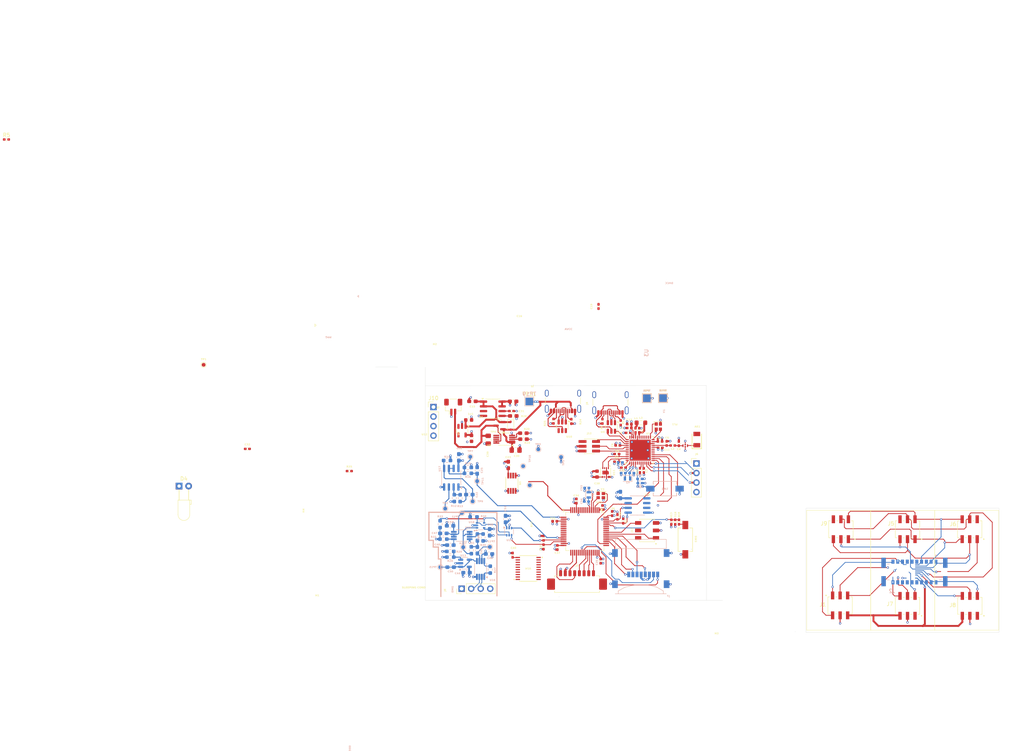
<source format=kicad_pcb>
(kicad_pcb (version 20241229) (generator "pcbnew") (generator_version "9.0")
  (layers (0 "F.Cu" signal "SIG_1") (4 "In1.Cu" jumper "GND_1") (6 "In2.Cu" power "POWER_2") (8 "In3.Cu" jumper "GND_2") (10 "In4.Cu" jumper "GND_3") (2 "B.Cu" signal "SIG_3") (13 "F.Paste" user) (15 "B.Paste" user) (5 "F.SilkS" user "F.Silkscreen") (7 "B.SilkS" user "B.Silkscreen") (1 "F.Mask" user) (3 "B.Mask" user) (25 "Edge.Cuts" user))
  (net 0 "")
  (net 1 "GND")
  (net 2 "Net-(L1-Pad1)")
  (net 3 "Net-(U1-PC14)")
  (net 4 "Net-(FL1-IN)")
  (net 5 "Net-(U1-RF1)")
  (net 6 "Net-(U1-PC15)")
  (net 7 "Net-(U1-VLXSMPS)")
  (net 8 "Net-(U1-VFBSMPS)")
  (net 9 "Net-(J4-CC1)")
  (net 10 "Net-(J4-CC2)")
  (net 12 "SWD_NRST")
  (net 13 "Net-(U1-PH3)")
  (net 14 "Net-(AE1-A)")
  (net 15 "+3.3V")
  (net 16 "ADC_IN_7")
  (net 17 "Net-(U1-OSC_OUT)")
  (net 18 "JTMS-SWDIO")
  (net 19 "I2C3_SDA")
  (net 20 "SWD_SWO")
  (net 21 "ADC_IN_8")
  (net 22 "JTCK-SWCLK")
  (net 23 "Net-(U1-OSC_IN)")
  (net 24 "Temper")
  (net 25 "ADC_IN_6")
  (net 28 "SDA")
  (net 29 "SCL")
  (net 30 "PA12")
  (net 31 "PA11")
  (net 32 "VBUS")
  (net 33 "Net-(J4-D--PadA7)")
  (net 34 "Net-(J4-D+-PadA6)")
  (net 37 "PA8")
  (net 38 "PB9")
  (net 39 "PA9")
  (net 40 "PB8")
  (net 41 "PA15")
  (net 42 "PB0")
  (net 43 "PA10")
  (net 44 "PB2")
  (net 45 "PB1")
  (net 47 "Net-(R11-Pad1)")
  (net 48 "POB")
  (net 49 "PPG_OUT")
  (net 50 "PPG_IN")
  (net 51 "Net-(C22-Pad2)")
  (net 53 "C02_IN")
  (net 54 "LM35")
  (net 55 "Net-(J5-CC2)")
  (net 56 "Net-(J5-D+-PadA6)")
  (net 58 "Net-(J5-D--PadA7)")
  (net 59 "Net-(J5-CC1)")
  (net 61 "SDMMC1_D1_L4")
  (net 62 "SDMMC1_CK_L4")
  (net 63 "SDMMC1_D0_L4")
  (net 64 "SDMMC1_CMD_L4")
  (net 65 "SDMMC1_D2_L4")
  (net 66 "SDMMC1_D3_L4")
  (net 67 "SDA_L4")
  (net 72 "SCL_L4")
  (net 75 "Net-(U5-PH0)")
  (net 76 "PC13")
  (net 77 "Net-(U5-PH1)")
  (net 78 "Net-(U5-BOOT0)")
  (net 80 "Net-(R36-Pad1)")
  (net 81 "EMG_OUT")
  (net 86 "SWDIO_L47")
  (net 87 "Net-(U5-NRST)")
  (net 92 "ALERT")
  (net 94 "CS")
  (net 95 "BL")
  (net 96 "DS")
  (net 97 "CLK")
  (net 98 "DIN")
  (net 99 "RST")
  (net 100 "Net-(D4-K)")
  (net 102 "SCL2_L4")
  (net 103 "SDA2_L4")
  (net 104 "STAT1")
  (net 105 "STAT2")
  (net 108 "Net-(U9-~{PG})")
  (net 117 "MISO_2")
  (net 118 "OUT3")
  (net 119 "OUT2")
  (net 120 "OUT5")
  (net 121 "KEY6")
  (net 122 "KEY5")
  (net 123 "KEY3")
  (net 124 "OUT6")
  (net 125 "OUT4")
  (net 126 "KEY4")
  (net 127 "KEY2")
  (net 128 "Net-(U12-Cdelay)")
  (net 129 "Net-(U12-PWRGD)")
  (net 130 "LDO_ON")
  (net 132 "GPIO")
  (net 134 "+3.3_AVDD")
  (net 137 "Vsup")
  (net 138 "Net-(J2-Pin_2)")
  (net 139 "Net-(U9-THERM)")
  (net 140 "EMG RG")
  (net 142 "EMG +")
  (net 143 "Net-(U15A-+)")
  (net 144 "Net-(R27-Pad1)")
  (net 145 "Net-(U15A--)")
  (net 146 "EMG-")
  (net 147 "Net-(U13-+)")
  (net 148 "Net-(U13--)")
  (net 149 "Net-(C45-Pad1)")
  (net 150 "Net-(C45-Pad2)")
  (net 151 "Net-(C47-Pad2)")
  (net 152 "Net-(U15B-+)")
  (net 153 "Net-(U18--)")
  (net 154 "Net-(U19-W)")
  (net 155 "Net-(U17B-+)")
  (net 156 "Net-(U17A--)")
  (net 159 "PWM_1")
  (net 163 "unconnected-(U5-PA2-Pad16)")
  (net 164 "PC1")
  (net 165 "PC0")
  (net 166 "PC2")
  (net 167 "PC3")
  (net 168 "PWM_2")
  (net 169 "SPI1_SCK")
  (net 170 "SPI1_MISO")
  (net 171 "SPI_1_NSS")
  (net 172 "SPI_1_MOSI")
  (net 173 "SWD_NRST_L47")
  (net 174 "SWCLK_L47")
  (net 175 "Net-(U5-PC15)")
  (net 176 "unconnected-(U5-PB5-Pad57)")
  (net 177 "Net-(U5-PC14)")
  (net 178 "SWD_TRACE_L47")
  (footprint "Capacitor_SMD:C_0603_1608Metric" (layer "F.Cu") (at 158.41 89.66375 90)
    (property "Reference" "C38")
    (property "Value" "C")
  )
  (footprint "Package_DFN_QFN:QFN-48-1EP_7x7mm_P0.5mm_EP5.6x5.6mm" (layer "F.Cu") (at 169.9 83.27 90)
    (property "Reference" "U1")
    (property "Value" "STM32WB55CCU6")
  )
  (footprint "Capacitor_SMD:C_0402_1005Metric_Pad0.74x0.62mm_HandSolder" (layer "F.Cu") (at 159.36 112.852499 -90)
    (property "Reference" "C35")
    (property "Value" "0.1uF")
  )
  (footprint "Capacitor_SMD:C_0402_1005Metric_Pad0.74x0.62mm_HandSolder" (layer "F.Cu") (at 166.99 76.3725 180)
    (property "Reference" "C13")
    (property "Value" "4.7uF")
  )
  (footprint "Connector_PinHeader_2.54mm:PinHeader_1x04_P2.54mm_Vertical" (layer "F.Cu") (at 122.34625 120.2 90)
    (property "Reference" "J8")
    (property "Value" "Conn_01x04_Pin")
  )
  (footprint "Resistor_SMD:R_0402_1005Metric_Pad0.72x0.64mm_HandSolder" (layer "F.Cu") (at 144.17 106.73 90)
    (property "Reference" "R17")
    (property "Value" "4.7k")
  )
  (footprint "Capacitor_SMD:C_0402_1005Metric_Pad0.74x0.62mm_HandSolder" (layer "F.Cu") (at 147.86 109.23 -90)
    (property "Reference" "C37")
    (property "Value" "0.1uF")
  )
  (footprint "Connector_PinHeader_2.54mm:PinHeader_1x04_P2.54mm_Vertical" (layer "F.Cu") (at 184.882719 86.841553)
    (property "Reference" "J6")
    (property "Value" "Conn_01x04_Pin")
  )
  (footprint "Capacitor_SMD:C_0603_1608Metric_Pad1.08x0.95mm_HandSolder" (layer "F.Cu") (at 125.225 70.266515 180)
    (property "Reference" "C15")
    (property "Value" "4,7uF")
  )
  (footprint "Resistor_SMD:R_0402_1005Metric_Pad0.72x0.64mm_HandSolder" (layer "F.Cu") (at 179.23 102.4375 90)
    (property "Reference" "R37")
    (property "Value" "5.1k")
  )
  (footprint "Package_TO_SOT_SMD:SOT-23-6" (layer "F.Cu") (at 149.14 76.925652 -90)
    (property "Reference" "U10")
    (property "Value" "USBLC6-2SC6")
  )
  (footprint "Capacitor_SMD:C_0402_1005Metric_Pad0.74x0.62mm_HandSolder" (layer "F.Cu") (at 165.4525 87.9375 180)
    (property "Reference" "C10")
    (property "Value" "0.1uF")
  )
  (footprint "Capacitor_SMD:C_0402_1005Metric_Pad0.74x0.62mm_HandSolder" (layer "F.Cu") (at 65.2925 82.94)
    (property "Reference" "C32")
    (property "Value" "1uf")
  )
  (footprint "TestPoint:TestPoint_Pad_2.0x2.0mm" (layer "F.Cu") (at 171.66 69.45)
    (property "Reference" "TP6")
    (property "Value" "TestPoint")
  )
  (footprint "Capacitor_SMD:C_0603_1608Metric" (layer "F.Cu") (at 124.2235 75.245848)
    (property "Reference" "1u1")
    (property "Value" "C")
  )
  (footprint "Capacitor_SMD:C_0402_1005Metric_Pad0.74x0.62mm_HandSolder" (layer "F.Cu") (at 158.805 44.99 -90)
    (property "Reference" "C19")
    (property "Value" "1uf")
  )
  (footprint "MountingHole:MountingHole_2.2mm_M2" (layer "F.Cu") (at 80.65 121.75)
    (property "Reference" "H1")
    (property "Value" "MountingHole")
  )
  (footprint "Resistor_SMD:R_0402_1005Metric_Pad0.72x0.64mm_HandSolder" (layer "F.Cu") (at 159.84 75.5975 -90)
    (property "Reference" "R6")
    (property "Value" "5.1k")
  )
  (footprint "Resistor_SMD:R_0402_1005Metric_Pad0.72x0.64mm_HandSolder" (layer "F.Cu") (at 163.66 86.3375)
    (property "Reference" "R3")
    (property "Value" "4.7k")
  )
  (footprint "Capacitor_SMD:C_0402_1005Metric_Pad0.74x0.62mm_HandSolder" (layer "F.Cu") (at 175.23 82.64)
    (property "Reference" "C11")
    (property "Value" "0.1uF")
  )
  (footprint "Capacitor_SMD:C_0402_1005Metric_Pad0.74x0.62mm_HandSolder" (layer "F.Cu") (at 163.94 82.0325 180)
    (property "Reference" "C9")
    (property "Value" "0.1uF")
  )
  (footprint "Package_SO:SOIC-8_3.9x4.9mm_P1.27mm" (layer "F.Cu") (at 130.650216 72.247284)
    (property "Reference" "U12")
    (property "Value" "MCP1727-3302xSN" (hide yes))
  )
  (footprint "Package_TO_SOT_SMD:SOT-23" (layer "F.Cu") (at 132.4225 76.76 180)
    (property "Reference" "Q1")
    (property "Value" "IRLML5203")
  )
  (footprint "Capacitor_SMD:C_0402_1005Metric_Pad0.74x0.62mm_HandSolder" (layer "F.Cu") (at 178.5725 82.04 180)
    (property "Reference" "L2")
    (property "Value" "2.7nH")
  )
  (footprint "Capacitor_SMD:C_0402_1005Metric_Pad0.74x0.62mm_HandSolder" (layer "F.Cu") (at 176.95 81.48 -90)
    (property "Reference" "C6")
    (property "Value" "0.3pF" (hide yes))
  )
  (footprint "Capacitor_SMD:C_0805_2012Metric_Pad1.18x1.45mm_HandSolder" (layer "F.Cu") (at 136.72125 83.2775)
    (property "Reference" "C30")
    (property "Value" "4.7uF" (hide yes))
  )
  (footprint "ALL_FOOTRPINTS:DLF-4_1P6X0P8" (layer "F.Cu") (at 181.8996 82.09)
    (property "Reference" "FL1")
    (property "Value" "DLF162500LT-5028A1")
  )
  (footprint "Capacitor_SMD:C_0805_2012Metric_Pad1.18x1.45mm_HandSolder" (layer "F.Cu") (at 129.4235 80.500848 -90)
    (property "Reference" "C39")
    (property "Value" "4.7uF")
  )
  (footprint "ALL_FOOTRPINTS:RS-282G05A3-SM RT_CNK" (layer "F.Cu") (at 181.92 107.14 -90)
    (property "Reference" "SW3")
    (property "Value" "RS-282G05A3-SM RT")
  )
  (footprint "TestPoint:TestPoint_Pad_2.0x2.0mm" (layer "F.Cu") (at 175.98 69.42)
    (property "Reference" "TP20")
    (property "Value" "TestPoint")
  )
  (footprint "Connector_Molex:Molex_PicoBlade_53261-0871_1x08-1MP_P1.25mm_Horizontal" (layer "F.Cu") (at 153.08 118.49)
    (property "Reference" "J3")
    (property "Value" "Conn_01x08_Pin")
  )
  (footprint "Connector_JST:JST_SH_BM02B-SRSS-TB_1x02-1MP_P1.00mm_Vertical" (layer "F.Cu") (at 120.1135 71.683348)
    (property "Reference" "J2")
    (property "Value" "Conn_01x02_Pin")
  )
  (footprint "Crystal:Crystal_SMD_2016-4Pin_2.0x1.6mm" (layer "F.Cu") (at 159.4 95.4 180)
    (property "Reference" "Y3")
    (property "Value" "32Mhz")
  )
  (footprint "Crystal:Crystal_SMD_2016-4Pin_2.0x1.6mm" (layer "F.Cu") (at 174.74 77.01 -90)
    (property "Reference" "Y1")
    (property "Value" "32Mhz")
  )
  (footprint "Capacitor_SMD:C_0402_1005Metric_Pad0.74x0.62mm_HandSolder" (layer "F.Cu") (at 178.2 102.4225 -90)
    (property "Reference" "C24")
    (property "Value" "0.1uF")
  )
  (footprint "ALL_FOOTRPINTS:HARWIN_M22-6340342" (layer "F.Cu") (at 223.14 124.65 180)
    (property "Reference" "J1")
    (property "Value" "M55-7022042R")
  )
  (footprint "Resistor_SMD:R_0402_1005Metric_Pad0.72x0.64mm_HandSolder" (layer "F.Cu") (at 144.156562 109.0725 90)
    (property "Reference" "R18")
    (property "Value" "4.7k")
  )
  (footprint "ALL_FOOTRPINTS:TSSOP20_MC_MCH-L" (layer "F.Cu") (at 140.0786 114.805001 180)
    (property "Reference" "U14")
    (property "Value" "AT42QT2120-XUR")
  )
  (footprint "Resistor_SMD:R_0402_1005Metric_Pad0.72x0.64mm_HandSolder" (layer "F.Cu") (at 180.225 102.4375 90)
    (property "Reference" "R36")
    (property "Value" "200")
  )
  (footprint "Resistor_SMD:R_0402_1005Metric_Pad0.72x0.64mm_HandSolder" (layer "F.Cu") (at 163.69 84.2975)
    (property "Reference" "R4")
    (property "Value" "4.7k" (hide yes))
  )
  (footprint "Resistor_SMD:R_0402_1005Metric_Pad0.72x0.64mm_HandSolder" (layer "F.Cu") (at 163.84 101.11 -90)
    (property "Reference" "R8")
    (property "Value" "4.7k")
  )
  (footprint "ALL_FOOTRPINTS:HARWIN_M22-6340342" (layer "F.Cu") (at 241.0875 104.35)
    (property "Reference" "J5")
    (property "Value" "USB_C_Receptacle_USB2.0_16P")
  )
  (footprint "ALL_FOOTRPINTS:HARWIN_M22-6340342" (layer "F.Cu") (at 257.6475 104.35)
    (property "Reference" "J6")
    (property "Value" "Conn_01x04_Pin")
  )
  (footprint "Capacitor_SMD:C_0402_1005Metric_Pad0.74x0.62mm_HandSolder" (layer "F.Cu") (at 166.98 77.3725 180)
    (property "Reference" "C5")
    (property "Value" "0.1uF")
  )
  (footprint "Sensor_Humidity:Sensirion_DFN-8-1EP_2.5x2.5mm_P0.5mm_EP1.1x1.7mm" (layer "F.Cu") (at 160.69 89.24375 -90)
    (property "Reference" "U11")
    (property "Value" "SHT31-DIS")
  )
  (footprint "Capacitor_SMD:C_0402_1005Metric_Pad0.74x0.62mm_HandSolder" (layer "F.Cu") (at 169.64 77.985 -90)
    (property "Reference" "C1")
    (property "Value" "4.7uF")
  )
  (footprint "ALL_FOOTRPINTS:HARWIN_M22-6340342" (layer "F.Cu") (at 241.09 124.775)
    (property "Reference" "J7")
    (property "Value" "molex_sd_card")
  )
  (footprint "Package_TO_SOT_SMD:SOT-23-6" (layer "F.Cu") (at 162.2325 77.0975 -90)
    (property "Reference" "U4")
    (property "Value" "USBLC6-2SC6")
  )
  (footprint "ALL_FOOTRPINTS:MSOP8_MC_MCH" (layer "F.Cu") (at 135.735001 92.0947 90)
    (property "Reference" "U6")
    (property "Value" "MCP4541-104E/MS" (hide yes))
  )
  (footprint "Capacitor_SMD:C_0603_1608Metric_Pad1.08x0.95mm_HandSolder" (layer "F.Cu") (at 136.06 70.2775)
    (property "Reference" "C16")
    (property "Value" "1uF")
  )
  (footprint "Connector_USB:USB_C_Receptacle_GCT_USB4105-xx-A_16P_TopMnt_Horizontal" (layer "F.Cu") (at 161.98 69.5775 180)
    (property "Reference" "J4")
    (property "Value" "USB_C_Receptacle_USB2.0_16P")
  )
  (footprint "Capacitor_SMD:C_0402_1005Metric_Pad0.74x0.62mm_HandSolder" (layer "F.Cu") (at 159.83 98.59 90)
    (property "Reference" "C33")
    (property "Value" "0.1uF")
  )
  (footprint "Capacitor_SMD:C_0402_1005Metric_Pad0.74x0.62mm_HandSolder" (layer "F.Cu") (at 135.9286 111.262501 90)
    (property "Reference" "C40")
    (property "Value" "1uf")
  )
  (footprint "Capacitor_SMD:C_0402_1005Metric_Pad0.74x0.62mm_HandSolder" (layer "F.Cu") (at 152.93 96.8375 90)
    (property "Reference" "C34")
    (property "Value" "0.1uF")
  )
  (footprint "Resistor_SMD:R_0402_1005Metric_Pad0.72x0.64mm_HandSolder" (layer "F.Cu") (at 164.71 75.9925 -90)
    (property "Reference" "R1")
    (property "Value" "5.1K")
  )
  (footprint "TestPoint:TestPoint_Pad_D1.0mm" (layer "F.Cu") (at 53.6425 60.54)
    (property "Reference" "TP1")
    (property "Value" "TestPoint")
  )
  (footprint "Resistor_SMD:R_0402_1005Metric_Pad0.72x0.64mm_HandSolder" (layer "F.Cu") (at 165.38 102.16 90)
    (property "Reference" "R7")
    (property "Value" "4.7k")
  )
  (footprint "Package_SO:MSOP-10_3x3mm_P0.5mm" (layer "F.Cu") (at 133.696 80.368348 180)
    (property "Reference" "U9")
    (property "Value" "MCP73833-xxx-UN" (hide yes))
  )
  (footprint "Capacitor_SMD:C_0402_1005Metric_Pad0.74x0.62mm_HandSolder" (layer "F.Cu") (at 166.7 78.6575 180)
    (property "Reference" "C14")
    (property "Value" "0.1uF")
  )
  (footprint "Resistor_SMD:R_0402_1005Metric_Pad0.72x0.64mm_HandSolder" (layer "F.Cu") (at 146.82 75.565652 -90)
    (property "Reference" "R25")
    (property "Value" "5.1k")
  )
  (footprint "ALL_FOOTRPINTS:ANTC3216X140N" (layer "F.Cu") (at 184.9725 80.4675 90)
    (property "Reference" "AE1")
    (property "Value" "Antenna")
  )
  (footprint "Capacitor_SMD:C_0402_1005Metric_Pad0.74x0.62mm_HandSolder" (layer "F.Cu") (at 162.41 100.1725 90)
    (property "Reference" "C36")
    (property "Value" "0.1uF")
  )
  (footprint "MountingHole:MountingHole_2.2mm_M2" (layer "F.Cu") (at 190.25 135.35)
    (property "Reference" "H3")
    (property "Value" "MountingHole")
  )
  (footprint "TestPoint:TestPoint_Pad_2.0x2.0mm" (layer "F.Cu") (at 140.37 70.32)
    (property "Reference" "TP21")
    (property "Value" "TestPoint")
  )
  (footprint "ALL_FOOTRPINTS:HARWIN_M22-6340342" (layer "F.Cu") (at 223.3475 104.35)
    (property "Reference" "J9")
    (property "Value" "Conn_01x05_Pin")
  )
  (footprint "MountingHole:MountingHole_2.2mm_M2" (layer "F.Cu") (at 117.39 57.89)
    (property "Reference" "H2")
    (property "Value" "MountingHole")
  )
  (footprint "MountingHole:MountingHole_2.2mm_M2" (layer "F.Cu") (at 81.46 93.39 90)
    (property "Reference" "H4")
    (property "Value" "MountingHole")
  )
  (footprint "Capacitor_SMD:C_0402_1005Metric_Pad0.74x0.62mm_HandSolder" (layer "F.Cu") (at 168.65 77.9875 -90)
    (property "Reference" "L1")
    (property "Value" "10nH")
  )
  (footprint "Resistor_SMD:R_0402_1005Metric_Pad0.72x0.64mm_HandSolder" (layer "F.Cu") (at 1.135 0.495)
    (property "Reference" "R5")
    (property "Value" "4.7k")
  )
  (footprint "LED_THT:LED_D3.0mm_Horizontal_O3.81mm_Z10.0mm" (layer "F.Cu") (at 47.11 92.85)
    (property "Reference" "D4")
    (property "Value" "LED")
  )
  (footprint "Package_TO_SOT_SMD:SOT-23-5" (layer "F.Cu") (at 122.4535 78.098348 -90)
    (property "Reference" "U2")
    (property "Value" "MCP1802T-3302I/OT")
  )
  (footprint "Diode_SMD:D_SOD-323" (layer "F.Cu") (at 135.4125 76.7675 -90)
    (property "Reference" "D1" (hide yes))
    (property "Value" "D")
  )
  (footprint "Capacitor_SMD:C_0603_1608Metric_Pad1.08x0.95mm_HandSolder" (layer "F.Cu") (at 138.833284 80.356064 180)
    (property "Reference" "R19")
    (property "Value" "4,7k")
  )
  (footprint "Resistor_SMD:R_0402_1005Metric_Pad0.72x0.64mm_HandSolder" (layer "F.Cu") (at 151.56 75.625652 -90)
    (property "Reference" "R24")
    (property "Value" "5.1K")
  )
  (footprint "Capacitor_SMD:C_0603_1608Metric" (layer "F.Cu") (at 124.9735 80.148348 -90)
    (property "Reference" "C41" (hide yes))
    (property "Value" "1u" (hide yes))
  )
  (footprint "Inductor_SMD:L_0805_2012Metric_Pad1.05x1.20mm_HandSolder" (layer "F.Cu") (at 170.1 75.9775 180)
    (property "Reference" "L3")
    (property "Value" "10uH")
  )
  (footprint "Resistor_SMD:R_0402_1005Metric_Pad0.72x0.64mm_HandSolder" (layer "F.Cu") (at 92.44 88.86)
    (property "Reference" "R35")
    (property "Value" "100k")
  )
  (footprint "Connector_USB:USB_C_Receptacle_GCT_USB4105-xx-A_16P_TopMnt_Horizontal" (layer "F.Cu") (at 149.34 69.165652 180)
    (property "Reference" "J5")
    (property "Value" "USB_C_Receptacle_USB2.0_16P")
  )
  (footprint "Capacitor_SMD:C_0603_1608Metric_Pad1.08x0.95mm_HandSolder" (layer "F.Cu") (at 134.755001 87.2222 -90)
    (property "Reference" "C23")
    (property "Value" "1uf")
  )
  (footprint "Capacitor_SMD:C_0402_1005Metric_Pad0.74x0.62mm_HandSolder" (layer "F.Cu") (at 135.637716 72.867284)
    (property "Reference" "C31")
    (property "Value" "0,1uf")
  )
  (footprint "Capacitor_SMD:C_0402_1005Metric_Pad0.74x0.62mm_HandSolder" (layer "F.Cu") (at 147.146249 102.190001 180)
    (property "Reference" "C21")
    (property "Value" "0.1uF")
  )
  (footprint "Connector_PinSocket_1.27mm:PinSocket_2x03_P1.27mm_Vertical_SMD" (layer "F.Cu") (at 156.34 82.2475)
    (property "Reference" "J12")
    (property "Value" "Conn_01x06_Pin")
  )
  (footprint "Capacitor_SMD:C_0402_1005Metric_Pad0.74x0.62mm_HandSolder" (layer "F.Cu") (at 175.1675 80.98)
    (property "Reference" "C12")
    (property "Value" "0.1uF")
  )
  (footprint "Capacitor_SMD:C_0402_1005Metric_Pad0.74x0.62mm_HandSolder" (layer "F.Cu") (at 169.84 88.66 -90)
    (property "Reference" "C18")
    (property "Value" "0.1uF")
  )
  (footprint "ALL_FOOTRPINTS:HARWIN_M22-6340342" (layer "F.Cu") (at 257.69 124.775)
    (property "Reference" "J8")
    (property "Value" "Conn_01x04_Pin")
  )
  (footprint "Package_QFP:LQFP-64_10x10mm_P0.5mm" (layer "F.Cu") (at 155.166249 104.930001 -90)
    (property "Reference" "U5")
    (property "Value" "STM32L476RGTx")
  )
  (footprint "Capacitor_SMD:C_0402_1005Metric_Pad0.74x0.62mm_HandSolder" (layer "F.Cu") (at 170.86 88.6825 -90)
    (property "Reference" "C2")
    (property "Value" "0.1uF")
  )
  (footprint "Capacitor_SMD:C_0603_1608Metric_Pad1.08x0.95mm_HandSolder" (layer "F.Cu") (at 138.790784 78.756064 180)
    (property "Reference" "R20")
    (property "Value" "4,7k")
  )
  (footprint "Capacitor_SMD:C_0603_1608Metric_Pad1.08x0.95mm_HandSolder" (layer "F.Cu") (at 136.110216 74.167284 180)
    (property "Reference" "R26")
    (property "Value" "100k")
  )
  (footprint "Capacitor_SMD:C_0402_1005Metric_Pad0.74x0.62mm_HandSolder" (layer "F.Cu") (at 180.19 81.53 -90)
    (property "Reference" "C4")
    (property "Value" "0.8pF")
  )
  (footprint "Connector_PinHeader_2.54mm:PinHeader_1x04_P2.54mm_Vertical" (layer "F.Cu") (at 114.85 71.8)
    (property "Reference" "J10")
    (property "Value" "Conn_01x04_Pin")
  )
  (footprint "ALL_FOOTRPINTS:HARWIN_M22-5320305" (layer "F.Cu") (at 171.73 104.68 90)
    (property "Reference" "J11")
    (property "Value" "Conn_01x06_Pin")
  )
  (footprint "Resistor_SMD:R_0603_1608Metric_Pad0.98x0.95mm_HandSolder" (layer "B.Cu") (at 118.465 86.04)
    (property "Reference" "R14")
    (property "Value" "330k")
  )
  (footprint "TestPoint:TestPoint_Pad_D1.0mm" (layer "B.Cu") (at 138.73 87.55 90)
    (property "Reference" "TP10")
    (property "Value" "TestPoint")
  )
  (footprint "Resistor_SMD:R_0603_1608Metric_Pad0.98x0.95mm_HandSolder" (layer "B.Cu") (at 124.0075 87.9 180)
    (property "Reference" "R15")
    (property "Value" "1k")
  )
  (footprint "TestPoint:TestPoint_Pad_D1.0mm" (layer "B.Cu") (at 116.67 114.46 180)
    (property "Reference" "TP15")
    (property "Value" "TestPoint")
  )
  (footprint "Capacitor_SMD:C_0603_1608Metric_Pad1.08x0.95mm_HandSolder" (layer "B.Cu") (at 129.805 105.1725 -90)
    (property "Reference" "C49")
    (property "Value" "C")
  )
  (footprint "ALL_FOOTRPINTS:RS-282G05A3-SM RT_CNK" (layer "B.Cu") (at 176.500698 93.54)
    (property "Reference" "SW1")
    (property "Value" "RS-282G05A3-SM RT")
  )
  (footprint "Resistor_SMD:R_0603_1608Metric_Pad0.98x0.95mm_HandSolder" (layer "B.Cu") (at 125.53 101.07)
    (property "Reference" "R34")
    (property "Value" "1k")
  )
  (footprint "TestPoint:TestPoint_Pad_D1.0mm" (layer "B.Cu") (at 117.975 98.87 180)
    (property "Reference" "TP2")
    (property "Value" "TestPoint")
  )
  (footprint "TestPoint:TestPoint_Pad_D1.0mm" (layer "B.Cu") (at 140.48 92.64)
    (property "Reference" "TP4")
    (property "Value" "TestPoint")
  )
  (footprint "TestPoint:TestPoint_Pad_D1.0mm" (layer "B.Cu") (at 125.285 96.94)
    (property "Reference" "TP9")
    (property "Value" "TestPoint" (hide yes))
  )
  (footprint "Resistor_SMD:R_0603_1608Metric_Pad0.98x0.95mm_HandSolder" (layer "B.Cu") (at 116.62 103 -90)
    (property "Reference" "R33")
    (property "Value" "2,7k" (hide yes))
  )
  (footprint "Package_TO_SOT_SMD:SOT-363_SC-70-6" (layer "B.Cu") (at 135 105 -90)
    (property "Reference" "U19")
    (property "Value" "MCP4018")
  )
  (footprint "TestPoint:TestPoint_Pad_D1.0mm" (layer "B.Cu") (at 124.655 85.04 180)
    (property "Reference" "TP7")
    (property "Value" "TestPoint")
  )
  (footprint "Package_TO_SOT_SMD:SOT-353_SC-70-5" (layer "B.Cu") (at 127.4 103.33)
    (property "Reference" "U18")
    (property "Value" "TLV9001IDCK" (hide yes))
  )
  (footprint "TestPoint:TestPoint_Pad_D1.0mm" (layer "B.Cu") (at 142.77 83.08 90)
    (property "Reference" "TP3")
    (property "Value" "TestPoint")
  )
  (footprint "Capacitor_SMD:C_0402_1005Metric_Pad0.74x0.62mm_HandSolder" (layer "B.Cu") (at 169.8025 91.9675)
    (property "Reference" "C20")
    (property "Value" "0.1uF")
  )
  (footprint "Capacitor_SMD:C_0603_1608Metric_Pad1.08x0.95mm_HandSolder" (layer "B.Cu") (at 119.34875 108.59 180)
    (property "Reference" "C48")
    (property "Value" "2.2n")
  )
  (footprint "Capacitor_SMD:C_0603_1608Metric_Pad1.08x0.95mm_HandSolder" (layer "B.Cu") (at 126.54 109.95 -90)
    (property "Reference" "C45")
    (property "Value" "470n")
  )
  (footprint "TestPoint:TestPoint_Pad_D1.0mm" (layer "B.Cu") (at 129.87 109.07 180)
    (property "Reference" "TP13")
    (property "Value" "TestPoint")
  )
  (footprint "Capacitor_SMD:C_0402_1005Metric_Pad0.74x0.62mm_HandSolder" (layer "B.Cu") (at 164.6 86.5275 180)
    (property "Reference" "C7")
    (property "Value" "0.1uF")
  )
  (footprint "TestPoint:TestPoint_Pad_D1.0mm" (layer "B.Cu") (at 122.42 100.03 180)
    (property "Reference" "TP12")
    (property "Value" "TestPoint")
  )
  (footprint "ALL_FOOTRPINTS:HARWIN_M55-7022042R" (layer "B.Cu") (at 242.93 115.75)
    (property "Reference" "J2")
    (property "Value" "Conn_01x02_Pin")
  )
  (footprint "Package_SO:SOIC-8_3.9x4.9mm_P1.27mm" (layer "B.Cu") (at 119.59 90.625 90)
    (property "Reference" "U17")
    (property "Value" "OPA2376xxD")
  )
  (footprint "Capacitor_SMD:C_0603_1608Metric_Pad1.08x0.95mm_HandSolder" (layer "B.Cu") (at 119.42 114.47)
    (property "Reference" "C50")
    (property "Value" "1u")
  )
  (footprint "Capacitor_SMD:C_0603_1608Metric_Pad1.08x0.95mm_HandSolder" (layer "B.Cu") (at 164.615 95.24 90)
    (property "Reference" "C17")
    (property "Value" "0.1uF" (hide yes))
  )
  (footprint "Capacitor_SMD:C_0603_1608Metric_Pad1.08x0.95mm_HandSolder" (layer "B.Cu") (at 121.605 85.2 90)
    (property "Reference" "C52")
    (property "Value" "C")
  )
  (footprint "Resistor_SMD:R_0603_1608Metric_Pad0.98x0.95mm_HandSolder" (layer "B.Cu") (at 120.395 96.06 90)
    (property "Reference" "R12")
    (property "Value" "1k")
  )
  (footprint "Resistor_SMD:R_0603_1608Metric_Pad0.98x0.95mm_HandSolder" (layer "B.Cu") (at 124.025 89.45)
    (property "Reference" "R16")
    (property "Value" "16k")
  )
  (footprint "Capacitor_SMD:C_0402_1005Metric_Pad0.74x0.62mm_HandSolder" (layer "B.Cu") (at 165.3975 89.377552)
    (property "Reference" "C8")
    (property "Value" "0.8pF")
  )
  (footprint "Resistor_SMD:R_0603_1608Metric_Pad0.98x0.95mm_HandSolder" (layer "B.Cu") (at 119.34 111.7975)
    (property "Reference" "R28")
    (property "Value" "R")
  )
  (footprint "Resistor_SMD:R_0603_1608Metric_Pad0.98x0.95mm_HandSolder" (layer "B.Cu") (at 117.48875 106.99)
    (property "Reference" "R32")
    (property "Value" "68k")
  )
  (footprint "TestPoint:TestPoint_Pad_D1.0mm" (layer "B.Cu") (at 126.48 91.54 180)
    (property "Reference" "TP11")
    (property "Value" "TestPoint")
  )
  (footprint "Crystal:Crystal_SMD_2012-2Pin_2.0x1.2mm" (layer "B.Cu") (at 166.53 90.8375 180)
    (property "Reference" "Y2")
    (property "Value" "32kHz768" (hide yes))
  )
  (footprint "Resistor_SMD:R_0402_1005Metric_Pad0.72x0.64mm_HandSolder" (layer "B.Cu") (at 169.8025 90.9375 180)
    (property "Reference" "R10")
    (property "Value" "5.1k")
  )
  (footprint "Capacitor_SMD:C_0402_1005Metric_Pad0.74x0.62mm_HandSolder" (layer "B.Cu") (at 167.6525 89.377552 180)
    (property "Reference" "C3")
    (property "Value" "0.3pF")
  )
  (footprint "TestPoint:TestPoint_Pad_D1.0mm" (layer "B.Cu") (at 122.77 109.15 180)
    (property "Reference" "TP14")
    (property "Value" "TestPoint")
  )
  (footprint "Package_TO_SOT_SMD:SOT-23-5" (layer "B.Cu") (at 123.2425 113.42)
    (property "Reference" "U13")
    (property "Value" "MCP6001" (hide yes))
  )
  (footprint "Resistor_SMD:R_0603_1608Metric_Pad0.98x0.95mm_HandSolder" (layer "B.Cu") (at 124.93 109.95 90)
    (property "Reference" "R31")
    (property "Value" "68k")
  )
  (footprint "TestPoint:TestPoint_Pad_2.0x2.0mm" (layer "B.Cu") (at 175.98 69.42 180)
    (property "Reference" "TP18")
    (property "Value" "TestPoint")
  )
  (footprint "Resistor_SMD:R_0402_1005Metric_Pad0.72x0.64mm_HandSolder" (layer "B.Cu") (at 169.8775 92.96 180)
    (property "Reference" "R11")
    (property "Value" "200")
  )
  (footprint "Capacitor_SMD:C_0603_1608Metric_Pad1.08x0.95mm_HandSolder" (layer "B.Cu") (at 129.63 110.94875)
    (property "Reference" "C42")
    (property "Value" "C")
  )
  (footprint "Capacitor_SMD:C_0603_1608Metric_Pad1.08x0.95mm_HandSolder" (layer "B.Cu") (at 119.275 103.43625 180)
    (property "Reference" "C43")
    (property "Value" "C")
  )
  (footprint "Capacitor_SMD:C_0603_1608Metric_Pad1.08x0.95mm_HandSolder" (layer "B.Cu") (at 123.65375 115.9175 180)
    (property "Reference" "C44")
    (property "Value" "100n")
  )
  (footprint "TestPoint:TestPoint_Pad_2.0x2.0mm" (layer "B.Cu") (at 140.37 70.32 180)
    (property "Reference" "TP19")
    (property "Value" "TestPoint")
  )
  (footprint "Capacitor_SMD:C_0603_1608Metric_Pad1.08x0.95mm_HandSolder" (layer "B.Cu") (at 134.03875 101.64875 90)
    (property "Reference" "C51")
    (property "Value" "100n")
  )
  (footprint "Capacitor_SMD:C_0603_1608Metric_Pad1.08x0.95mm_HandSolder" (layer "B.Cu") (at 117.49 105.46 180)
    (property "Reference" "C47")
    (property "Value" "2.2n")
  )
  (footprint "Capacitor_SMD:C_0603_1608Metric_Pad1.08x0.95mm_HandSolder" (layer "B.Cu") (at 126.544375 106.55 -90)
    (property "Reference" "C46")
    (property "Value" "470n" (hide yes))
  )
  (footprint "Capacitor_SMD:C_0402_1005Metric_Pad0.74x0.62mm_HandSolder" (layer "B.Cu") (at 155.68 93.34)
    (property "Reference" "C53")
    (property "Value" "0.3pF")
  )
  (footprint "Crystal:Crystal_SMD_2012-2Pin_2.0x1.2mm" (layer "B.Cu") (at 156.2025 95.1975 -90)
    (property "Reference" "Y4")
    (property "Value" "32kHz")
  )
  (footprint "Capacitor_SMD:C_0603_1608Metric_Pad1.08x0.95mm_HandSolder" (layer "B.Cu") (at 124.405 95.13 180)
    (property "Reference" "C22")
    (property "Value" "1u")
  )
  (footprint "Package_SO:SOIC-8_3.9x4.9mm_P1.27mm" (layer "B.Cu") (at 169.165 98.025 180)
    (property "Reference" "U3")
    (property "Value" "ATECC608A-SSHDA" (hide yes))
  )
  (footprint "ALL_FOOTRPINTS:mcp60002" (layer "B.Cu") (at 122.38 106.0275 180)
    (property "Reference" "U15")
    (property "Value" "MCP6002")
  )
  (footprint "ALL_FOOTRPINTS:MOLEX_47219-2001" (layer "B.Cu") (at 170.055 114.3 180)
    (property "Reference" "J7")
    (property "Value" "molex_sd_card")
  )
  (footprint "TestPoint:TestPoint_Pad_2.0x2.0mm" (layer "B.Cu") (at 171.67 69.45 180)
    (property "Reference" "TP16")
    (property "Value" "TestPoint")
  )
  (footprint "TestPoint:TestPoint_Pad_D1.0mm" (layer "B.Cu") (at 148.83 85.12 180)
    (property "Reference" "TP5")
    (property "Value" "TestPoint")
  )
  (footprint "Resistor_SMD:R_0603_1608Metric_Pad0.98x0.95mm_HandSolder" (layer "B.Cu") (at 121.955 96.08 -90)
    (property "Reference" "R13")
    (property "Value" "10k")
  )
  (footprint "Resistor_SMD:R_0603_1608Metric_Pad0.98x0.95mm_HandSolder" (layer "B.Cu") (at 129.98 115.12 90)
    (property "Reference" "R27")
    (property "Value" "R")
  )
  (footprint "Capacitor_SMD:C_0603_1608Metric_Pad1.08x0.95mm_HandSolder" (layer "B.Cu") (at 126.485 88.69 -90)
    (property "Reference" "C25")
    (property "Value" "1uf" (hide yes))
  )
  (footprint "Capacitor_SMD:C_0402_1005Metric_Pad0.74x0.62mm_HandSolder" (layer "B.Cu") (at 155.59 96.99)
    (property "Reference" "C54")
    (property "Value" "0.8pF")
  )
  (footprint "Resistor_SMD:R_0603_1608Metric_Pad0.98x0.95mm_HandSolder" (layer "B.Cu") (at 128.07 106.55 -90)
    (property "Reference" "R30")
    (property "Value" "68k")
  )
  (footprint "Package_SO:VSSOP-8_3x3mm_P0.65mm" (layer "B.Cu") (at 127.4 114.94 90)
    (property "Reference" "U16")
    (property "Value" "INA333")
  )
  (footprint "Resistor_SMD:R_0603_1608Metric_Pad0.98x0.95mm_HandSolder" (layer "B.Cu") (at 119.33 110.2675 180)
    (property "Reference" "R29")
    (property "Value" "R")
  )
  (gr_line (start 83.2525 49.655) (end 83.6275 50.005) (stroke (width 0.1)) (layer "F.SilkS"))
  (gr_line (start 248.325 99.315) (end 265.375 99.315) (stroke (width 0.1)) (layer "F.SilkS"))
  (gr_line (start 248.325 131.24) (end 265.375 131.24) (stroke (width 0.1)) (layer "F.SilkS"))
  (gr_line (start 231.275 99.315) (end 231.275 131.24) (stroke (width 0.1)) (layer "F.SilkS"))
  (gr_line (start 231.275 99.315) (end 248.325 99.315) (stroke (width 0.1)) (layer "F.SilkS"))
  (gr_line (start 214.225 99.315) (end 214.225 131.24) (stroke (width 0.1)) (layer "F.SilkS"))
  (gr_line (start 83.2525 50.355) (end 83.2525 49.655) (stroke (width 0.1)) (layer "F.SilkS"))
  (gr_line (start 231.275 131.24) (end 248.325 131.24) (stroke (width 0.1)) (layer "F.SilkS"))
  (gr_line (start 231.275 99.315) (end 231.275 131.24) (stroke (width 0.1)) (layer "F.SilkS"))
  (gr_line (start 83.6275 50.005) (end 83.2525 50.355) (stroke (width 0.1)) (layer "F.SilkS"))
  (gr_line (start 214.225 131.24) (end 231.275 131.24) (stroke (width 0.1)) (layer "F.SilkS"))
  (gr_line (start 265.375 99.315) (end 265.375 131.24) (stroke (width 0.1)) (layer "F.SilkS"))
  (gr_line (start 248.325 99.315) (end 248.325 131.24) (stroke (width 0.1)) (layer "F.SilkS"))
  (gr_line (start 248.325 99.315) (end 248.325 131.24) (stroke (width 0.1)) (layer "F.SilkS"))
  (gr_line (start 214.225 99.315) (end 231.275 99.315) (stroke (width 0.1)) (layer "F.SilkS"))
  (gr_line (start 94.935 42.02065) (end 94.935 42.54565) (stroke (width 0.1)) (layer "B.SilkS"))
  (gr_line (start 94.61 42.27065) (end 94.935 42.02065) (stroke (width 0.1)) (layer "B.SilkS"))
  (gr_line (start 114.8 107.32) (end 113.64 107.32) (stroke (width 0.3)) (layer "B.SilkS"))
  (gr_line (start 113.64 100.47) (end 113.615 99.84) (stroke (width 0.3)) (layer "B.SilkS"))
  (gr_line (start 116.82 122.29) (end 116.82 112.28) (stroke (width 0.3)) (layer "B.SilkS"))
  (gr_line (start 113.64 107.32) (end 113.64 100.47) (stroke (width 0.3)) (layer "B.SilkS"))
  (gr_line (start 116.16 112.28) (end 116.15 109.1) (stroke (width 0.3)) (layer "B.SilkS"))
  (gr_line (start 116.82 112.28) (end 116.16 112.28) (stroke (width 0.3)) (layer "B.SilkS"))
  (gr_line (start 131.745 99.86) (end 131.755 122.11) (stroke (width 0.3)) (layer "B.SilkS"))
  (gr_line (start 114.79 109.1) (end 114.8 107.32) (stroke (width 0.3)) (layer "B.SilkS"))
  (gr_line (start 145.78 72.06) (end 152.8 71.94) (stroke (width 0.1)) (layer "B.SilkS"))
  (gr_line (start 116.82 112.28) (end 116.82 122.29) (stroke (width 0.1)) (layer "B.SilkS"))
  (gr_line (start 113.615 99.84) (end 131.745 99.86) (stroke (width 0.3)) (layer "B.SilkS"))
  (gr_line (start 94.935 42.54565) (end 94.61 42.27065) (stroke (width 0.1)) (layer "B.SilkS"))
  (gr_line (start 116.15 109.1) (end 114.79 109.1) (stroke (width 0.3)) (layer "B.SilkS"))
  (gr_line (start 105.305 61.16) (end 99.41 61.16) (stroke (width 0.05)) (layer "Edge.Cuts"))
  (gr_line (start 112.71 122.33) (end 112.66 61.16) (stroke (width 0.05)) (layer "Edge.Cuts"))
  (gr_line (start 187.56 123.29) (end 187.54 66.09) (stroke (width 0.05)) (layer "Edge.Cuts"))
  (gr_rect (start 214.05 98.74) (end 265.46 131.85) (stroke (width 0.05)) (fill no) (layer "Edge.Cuts"))
  (gr_line (start 211.1 131.64) (end 211.275 131.64) (stroke (width 0.05)) (layer "Edge.Cuts"))
  (gr_line (start 191.87 123.31) (end 112.71 123.3) (stroke (width 0.05)) (layer "Edge.Cuts"))
  (gr_line (start 112.67 66.12) (end 187.54 66.09) (stroke (width 0.05)) (layer "Edge.Cuts"))
  (gr_line (start 148.455 122.4) (end 148.195 122.4) (stroke (width 0.05)) (layer "Edge.Cuts"))
  (gr_line (start 112.71 122.33) (end 112.71 123.3) (stroke (width 0.05)) (layer "Edge.Cuts"))
  (gr_text "SLEEPING COND" (at 106.44 120.2 0) (layer "F.SilkS") (effects (font (size 0.5 0.5) (thickness 0.125) (bold yes)) (justify left bottom)))
  (gr_text "EMG" (at 120.26 121.23 90) (layer "B.SilkS") (effects (font (size 0.5 0.5) (thickness 0.2) (bold yes)) (justify left bottom)))
  (gr_text "PPG " (at 87.675 52.8262 180) (layer "B.SilkS") (effects (font (size 0.5 0.5) (thickness 0.2) (bold yes)) (justify left bottom)))
  (gr_text "EEG" (at 92.82 162.75 270) (layer "B.SilkS") (effects (font (size 0.5 0.5) (thickness 0.2) (bold yes)) (justify top)))
  (gr_text "AVCC" (at 149.77 51.35 0) (layer "B.SilkS") (effects (font (size 0.5 0.5) (thickness 0.2) (bold yes)) (justify left bottom)))
  (gr_text "DVCC" (at 178.680216 38.414784 180) (layer "B.SilkS") (effects (font (size 0.5 0.5) (thickness 0.2) (bold yes)) (justify left bottom)))
  (segment (start 218.45 126.35) (end 218.45 114.61) (width 0.2) (layer "F.Cu") (net 0))
  (segment (start 231.03 122) (end 237.61 115.42) (width 0.2) (layer "F.Cu") (net 0))
  (segment (start 237.86 112.13) (end 238.53 112.8) (width 0.2) (layer "F.Cu") (net 0))
  (segment (start 218.45 114.61) (end 220.93 112.13) (width 0.2) (layer "F.Cu") (net 0))
  (segment (start 225.14 122) (end 231.03 122) (width 0.2) (layer "F.Cu") (net 0))
  (segment (start 221.14 127.3) (end 219.4 127.3) (width 0.2) (layer "F.Cu") (net 0))
  (segment (start 237.61 115.42) (end 237.67 115.42) (width 0.2) (layer "F.Cu") (net 0))
  (segment (start 223.14 122) (end 223.14 119.25) (width 0.2) (layer "F.Cu") (net 0))
  (segment (start 223.14 119.25) (end 227.82 114.57) (width 0.2) (layer "F.Cu") (net 0))
  (segment (start 219.4 127.3) (end 218.45 126.35) (width 0.2) (layer "F.Cu") (net 0))
  (segment (start 227.82 114.57) (end 235.85 114.57) (width 0.2) (layer "F.Cu") (net 0))
  (segment (start 220.93 112.13) (end 237.86 112.13) (width 0.2) (layer "F.Cu") (net 0))
  (segment (start 221.14 122) (end 221.14 119.73) (width 0.2) (layer "F.Cu") (net 0))
  (via (at 221.14 119.73) (size 0.6) (drill 0.3) (layers "F.Cu" "B.Cu") (net 0))
  (via (at 239.74 117.37) (size 0.6) (drill 0.3) (layers "F.Cu" "B.Cu") (net 0))
  (via (at 238.53 112.8) (size 0.6) (drill 0.3) (layers "F.Cu" "B.Cu") (net 0))
  (via (at 235.85 114.57) (size 0.6) (drill 0.3) (layers "F.Cu" "B.Cu") (net 0))
  (via (at 237.67 115.42) (size 0.6) (drill 0.3) (layers "F.Cu" "B.Cu") (net 0))
  (segment (start 237.22 113.39) (end 236.95 113.39) (width 0.2) (layer "B.Cu") (net 0))
  (segment (start 240.05 113.77) (end 239.08 112.8) (width 0.2) (layer "B.Cu") (net 0))
  (segment (start 236.75 113.19) (end 224.5 113.19) (width 0.2) (layer "B.Cu") (net 0))
  (segment (start 236.95 113.39) (end 236.75 113.19) (width 0.2) (layer "B.Cu") (net 0))
  (segment (start 238.12 114.97) (end 237.67 115.42) (width 0.2) (layer "B.Cu") (net 0))
  (segment (start 240.77 117.37) (end 239.74 117.37) (width 0.2) (layer "B.Cu") (net 0))
  (segment (start 239.08 112.8) (end 238.53 112.8) (width 0.2) (layer "B.Cu") (net 0))
  (segment (start 221.14 116.55) (end 221.14 119.73) (width 0.2) (layer "B.Cu") (net 0))
  (segment (start 224.5 113.19) (end 221.14 116.55) (width 0.2) (layer "B.Cu") (net 0))
  (segment (start 240.77 113.77) (end 240.05 113.77) (width 0.2) (layer "B.Cu") (net 0))
  (segment (start 183.392719 89.381553) (end 183.352719 89.421553) (width 0.1) (layer "F.Cu") (net 1))
  (segment (start 158.78 73.2575) (end 158.78 73.87125) (width 0.5) (layer "F.Cu") (net 1))
  (segment (start 136.71 90.05) (end 137.58 90.05) (width 0.45) (layer "F.Cu") (net 1))
  (segment (start 177.155 80.9) (end 177.15 80.905) (width 0.2) (layer "F.Cu") (net 1))
  (segment (start 158.416249 110.605001) (end 158.416249 111.956249) (width 0.25) (layer "F.Cu") (net 1))
  (segment (start 124.9985 74.4585) (end 124.9985 75.245848) (width 0.5) (layer "F.Cu") (net 1))
  (segment (start 152.93 96.27) (end 152.32 96.27) (width 0.5) (layer "F.Cu") (net 1))
  (segment (start 146.578749 102.190001) (end 146.578749 102.938749) (width 0.5) (layer "F.Cu") (net 1))
  (segment (start 152.58 74.225652) (end 152.54 74.255652) (width 0.25) (layer "F.Cu") (net 1))
  (segment (start 161.44 90.41875) (end 162.35 90.41875) (width 0.5) (layer "F.Cu") (net 1))
  (segment (start 149.955 116.215) (end 150.21 116.47) (width 0.2) (layer "F.Cu") (net 1))
  (segment (start 147.4075 109.7975) (end 147.15 109.54) (width 0.5) (layer "F.Cu") (net 1))
  (segment (start 159.982498 113.419999) (end 160.009999 113.392498) (width 0.5) (layer "F.Cu") (net 1))
  (segment (start 166.0625 78.6675) (end 165.45 78.6675) (width 0.5) (layer "F.Cu") (net 1))
  (segment (start 170.901876 89.25) (end 170.86 89.25) (width 0.5) (layer "F.Cu") (net 1))
  (segment (start 160.841248 101.68) (end 159.74 101.68) (width 0.25) (layer "F.Cu") (net 1))
  (segment (start 177.8675 80.9) (end 177.155 80.9) (width 0.5) (layer "F.Cu") (net 1))
  (segment (start 160.94 90.41875) (end 160.939999 91.278749) (width 0.25) (layer "F.Cu") (net 1))
  (segment (start 122.441 75.788348) (end 122.441 75.963348) (width 0.5) (layer "F.Cu") (net 1))
  (segment (start 151.56 76.223152) (end 152.4625 76.223152) (width 0.5) (layer "F.Cu") (net 1))
  (segment (start 174.090735 78.740735) (end 174.06 78.73) (width 0.5) (layer "F.Cu") (net 1))
  (segment (start 160.94 89.49375) (end 160.69 89.24375) (width 0.25) (layer "F.Cu") (net 1))
  (segment (start 175.735 80.86) (end 175.735 80.03) (width 0.5) (layer "F.Cu") (net 1))
  (segment (start 146.1275 76.163152) (end 146.82 76.163152) (width 0.5) (layer "F.Cu") (net 1))
  (segment (start 170.23 77.4175) (end 170.24 77.4075) (width 0.2) (layer "F.Cu") (net 1))
  (segment (start 175.735 80) (end 175.735 80.015) (width 0.5) (layer "F.Cu") (net 1))
  (segment (start 166.4025 76.3525) (end 166.4025 75.64375) (width 0.5) (layer "F.Cu") (net 1))
  (segment (start 162.22 75.9975) (end 162.21 74.7375) (width 0.5) (layer "F.Cu") (net 1))
  (segment (start 177.8875 80.88) (end 177.8675 80.9) (width 0.5) (layer "F.Cu") (net 1))
  (segment (start 158.7 94.85) (end 158.71 94.84) (width 0.5) (layer "F.Cu") (net 1))
  (segment (start 179.23 103.035) (end 179.23 103.684302) (width 0.5) (layer "F.Cu") (net 1))
  (segment (start 178.16 103.02) (end 178.17 103.01) (width 0.5) (layer "F.Cu") (net 1))
  (segment (start 152.49 74.255652) (end 152.53 74.215652) (width 0.25) (layer "F.Cu") (net 1))
  (segment (start 122.4535 75.975848) (end 122.4535 76.960848) (width 0.5) (layer "F.Cu") (net 1))
  (segment (start 128.4335 81.558348) (end 128.4535 81.538348) (width 0.5) (layer "F.Cu") (net 1))
  (segment (start 170.2 77.4175) (end 170.23 77.4175) (width 0.2) (layer "F.Cu") (net 1))
  (segment (start 149.51125 108.16) (end 149.491249 108.180001) (width 0.25) (layer "F.Cu") (net 1))
  (segment (start 167.69 81.11) (end 168.503088 81.11) (width 0.2) (layer "F.Cu") (net 1))
  (segment (start 133.66 86.63) (end 133.66 86.75) (width 0.5) (layer "F.Cu") (net 1))
  (segment (start 175.310001 102.680001) (end 175.310001 102.69) (width 0.1) (layer "F.Cu") (net 1))
  (segment (start 157.385 88.88875) (end 156.940001 89.333749) (width 0.5) (layer "F.Cu") (net 1))
  (segment (start 136.960432 72.884569) (end 137.002932 72.884569) (width 0.2) (layer "F.Cu") (net 1))
  (segment (start 181.8996 83.4279) (end 181.88 83.4475) (width 0.2) (layer "F.Cu") (net 1))
  (segment (start 178.215 103.055) (end 178.17 103.01) (width 0.1) (layer "F.Cu") (net 1))
  (segment (start 152.4975 76.223152) (end 152.5175 76.223152) (width 0.5) (layer "F.Cu") (net 1))
  (segment (start 158.8825 76.195) (end 158.87 76.2075) (width 0.25) (layer "F.Cu") (net 1))
  (segment (start 166.415 77.3275) (end 166.37 77.3725) (width 0.5) (layer "F.Cu") (net 1))
  (segment (start 152.54 74.205652) (end 152.54 74.205652) (width 0.25) (layer "F.Cu") (net 1))
  (segment (start 170.984376 89.768124) (end 170.88 89.8725) (width 0.5) (layer "F.Cu") (net 1))
  (segment (start 149.14 75.788152) (end 149.18 74.605652) (width 0.5) (layer "F.Cu") (net 1))
  (segment (start 152.4625 76.223152) (end 152.48 76.205652) (width 0.5) (layer "F.Cu") (net 1))
  (segment (start 152.88 82.49) (end 152.82 82.49) (width 0.1) (layer "F.Cu") (net 1))
  (segment (start 166.44 77.409967) (end 166.44 77.415) (width 0.5) (layer "F.Cu") (net 1))
  (segment (start 164.66 76.6725) (end 164.71375 76.72625) (width 0.5) (layer "F.Cu") (net 1))
  (segment (start 164.71375 76.72625) (end 164.71375 77.1925) (width 0.5) (layer "F.Cu") (net 1))
  (segment (start 122.441 75.963348) (end 122.4535 75.975848) (width 0.5) (layer "F.Cu") (net 1))
  (segment (start 135.793284 78.623564) (end 135.8085 79.368348) (width 0.25) (layer "F.Cu") (net 1))
  (segment (start 149.15 74.520601) (end 149.14 74.605652) (width 0.5) (layer "F.Cu") (net 1))
  (segment (start 181.8996 82.3186) (end 181.8996 83.4279) (width 0.2) (layer "F.Cu") (net 1))
  (segment (start 152.32 96.27) (end 152.309999 96.280001) (width 0.5) (layer "F.Cu") (net 1))
  (segment (start 173.3375 81.52) (end 172.5 81.52) (width 0.25) (layer "F.Cu") (net 1))
  (segment (start 158.8825 76.195) (end 158.89 76.1875) (width 0.5) (layer "F.Cu") (net 1))
  (segment (start 174.090735 77.809265) (end 174.19 77.71) (width 0.1) (layer "F.Cu") (net 1))
  (segment (start 181.8996 81.8614) (end 181.8996 80.8575) (width 0.2) (layer "F.Cu") (net 1))
  (segment (start 134.760002 94.1394) (end 134.0606 94.1394) (width 0.45) (layer "F.Cu") (net 1))
  (segment (start 175.29 75.27) (end 175.29 76.31) (width 0.5) (layer "F.Cu") (net 1))
  (segment (start 137.002932 72.842069) (end 136.980216 72.864785) (width 0.2) (layer "F.Cu") (net 1))
  (segment (start 137.8273 82.045848) (end 137.8573 82.075848) (width 0.1) (layer "F.Cu") (net 1))
  (segment (start 158.416249 111.956249) (end 158.43 111.942498) (width 0.2) (layer "F.Cu") (net 1))
  (segment (start 166.4025 76.3525) (end 166.4225 76.3725) (width 0.2) (layer "F.Cu") (net 1))
  (segment (start 147.86 109.7975) (end 147.4075 109.7975) (width 0.5) (layer "F.Cu") (net 1))
  (segment (start 158.78 73.87125) (end 158.003752 74.6475) (width 0.5) (layer "F.Cu") (net 1))
  (segment (start 133.9303 86.3597) (end 133.74 86.55) (width 0.5) (layer "F.Cu") (net 1))
  (segment (start 124.3625 69.6375) (end 124.78 69.22) (width 0.5) (layer "F.Cu") (net 1))
  (segment (start 124.3625 70.266515) (end 124.3625 69.6375) (width 0.5) (layer "F.Cu") (net 1))
  (segment (start 164.885 87.9375) (end 164.24 87.9375) (width 0.5) (layer "F.Cu") (net 1))
  (segment (start 159.36 113.419999) (end 159.982498 113.419999) (width 0.5) (layer "F.Cu") (net 1))
  (segment (start 160.94 90.41875) (end 160.94 89.49375) (width 0.25) (layer "F.Cu") (net 1))
  (segment (start 153.0625 82.2475) (end 152.82 82.49) (width 0.5) (layer "F.Cu") (net 1))
  (segment (start 162.5225 99.55) (end 163.05 99.55) (width 0.5) (layer "F.Cu") (net 1))
  (segment (start 165.18 73.2575) (end 165.18 74.39375) (width 0.5) (layer "F.Cu") (net 1))
  (segment (start 166.44 77.415) (end 166.445033 77.415) (width 0.5) (layer "F.Cu") (net 1))
  (segment (start 146.14 73.245652) (end 146.14 72.845652) (width 0.5) (layer "F.Cu") (net 1))
  (segment (start 177.9075 80.9) (end 177.8875 80.88) (width 0.5) (layer "F.Cu") (net 1))
  (segment (start 152.54 74.255652) (end 152.49 74.255652) (width 0.25) (layer "F.Cu") (net 1))
  (segment (start 159.83 98.0225) (end 160.5175 98.0225) (width 0.5) (layer "F.Cu") (net 1))
  (segment (start 150.360323 114.670323) (end 150.41962 114.72962) (width 0.5) (layer "F.Cu") (net 1))
  (segment (start 166.412031 77.381998) (end 166.44 77.409967) (width 0.5) (layer "F.Cu") (net 1))
  (segment (start 163.29 81.95) (end 163.3725 82.0325) (width 0.2) (layer "F.Cu") (net 1))
  (segment (start 119.6135 74.318348) (end 119.6135 74.358348) (width 0.2) (layer "F.Cu") (net 1))
  (segment (start 136.71 94.1394) (end 137.28 94.1394) (width 0.45) (layer "F.Cu") (net 1))
  (segment (start 158.41 88.88875) (end 157.385 88.88875) (width 0.5) (layer "F.Cu") (net 1))
  (segment (start 162.42 99.6525) (end 162.5225 99.55) (width 0.5) (layer "F.Cu") (net 1))
  (segment (start 119.6135 73.008348) (end 119.6135 74.318348) (width 0.5) (layer "F.Cu") (net 1))
  (segment (start 158.89 76.1875) (end 159.84 76.195) (width 0.5) (layer "F.Cu") (net 1))
  (segment (start 137.8648 83.505848) (end 137.8648 82.083348) (width 0.5) (layer "F.Cu") (net 1))
  (segment (start 237.18 121.67) (end 237.18 118.45) (width 0.2) (layer "F.Cu") (net 1))
  (segment (start 162.21 74.7375) (end 162.23 74.7675) (width 0.5) (layer "F.Cu") (net 1))
  (segment (start 175.75 79.99) (end 175.735 80) (width 0.5) (layer "F.Cu") (net 1))
  (segment (start 150.77 101.680001) (end 149.491249 101.680001) (width 0.25) (layer "F.Cu") (net 1))
  (segment (start 169.15 80.463088) (end 169.15 79.8325) (width 0.2) (layer "F.Cu") (net 1))
  (segment (start 152.48 76.205652) (end 152.4975 76.223152) (width 0.5) (layer "F.Cu") (net 1))
  (segment (start 170.936876 89.285) (end 170.901876 89.25) (width 0.5) (layer "F.Cu") (net 1))
  (segment (start 137.28 94.1394) (end 137.3394 94.1394) (width 0.45) (layer "F.Cu") (net 1))
  (segment (start 184.882719 89.381553) (end 183.392719 89.381553) (width 0.5) (layer "F.Cu") (net 1))
  (segment (start 124.94 74.4) (end 124.9985 74.4585) (width 0.5) (layer "F.Cu") (net 1))
  (segment (start 175.31 102.68) (end 175.310001 102.680001) (width 0.1) (layer "F.Cu") (net 1))
  (segment (start 136.977717 72.867284) (end 136.960432 72.884569) (width 0.2) (layer "F.Cu") (net 1))
  (segment (start 175.735 80.03) (end 175.75 79.99) (width 0.5) (layer "F.Cu") (net 1))
  (segment (start 175.29 75.29) (end 175.3 75.26) (width 0.5) (layer "F.Cu") (net 1))
  (segment (start 149.18 74.605652) (end 149.15 74.520601) (width 0.5) (layer "F.Cu") (net 1))
  (segment (start 153.12 82.25) (end 152.88 82.49) (width 0.1) (layer "F.Cu") (net 1))
  (segment (start 168.503088 81.11) (end 169.15 80.463088) (width 0.2) (layer "F.Cu") (net 1))
  (segment (start 163.29 81.95) (end 163.29 81.61) (width 0.5) (layer "F.Cu") (net 1))
  (segment (start 166.405 75.641251) (end 166.402499 75.643752) (width 0.5) (layer "F.Cu") (net 1))
  (segment (start 166.37 77.3725) (end 165.71125 77.3725) (width 0.5) (layer "F.Cu") (net 1))
  (segment (start 136.692284 71.237284) (end 136.692284 70.235265) (width 0.5) (layer "F.Cu") (net 1))
  (segment (start 135.675 78.78) (end 135.659784 78.662716) (width 0.25) (layer "F.Cu") (net 1))
  (segment (start 160.1 96.609998) (end 160.100001 96.609999) (width 0.5) (layer "F.Cu") (net 1))
  (segment (start 160.1 95.95) (end 160.1 96.609998) (width 0.5) (layer "F.Cu") (net 1))
  (segment (start 128.4535 81.538348) (end 129.4235 81.538348) (width 0.5) (layer "F.Cu") (net 1))
  (segment (start 223.14 127.3) (end 223.139999 129.43) (width 0.25) (layer "F.Cu") (net 1))
  (segment (start 175.98 69.42) (end 177.13 69.42) (width 0.5) (layer "F.Cu") (net 1))
  (segment (start 146.095 76.195652) (end 146.01 76.195652) (width 0.5) (layer "F.Cu") (net 1))
  (segment (start 160.94 89.11125) (end 160.94 88.06875) (width 0.25) (layer "F.Cu") (net 1))
  (segment (start 126.9435 74.158348) (end 128.169152 74.158348) (width 0.5) (layer "F.Cu") (net 1))
  (segment (start 177.91 80.9) (end 177.9075 80.9) (width 0.5) (layer "F.Cu") (net 1))
  (segment (start 239.09 122.125) (end 237.635 122.125) (width 0.2) (layer "F.Cu") (net 1))
  (segment (start 175.72 83.299998) (end 175.72 83.3) (width 0.5) (layer "F.Cu") (net 1))
  (segment (start 175.3 75.26) (end 175.29 75.27) (width 0.5) (layer "F.Cu") (net 1))
  (segment (start 152.54 72.845652) (end 152.54 74.205652) (width 0.5) (layer "F.Cu") (net 1))
  (segment (start 161.05 89.22125) (end 160.94 89.11125) (width 0.25) (layer "F.Cu") (net 1))
  (segment (start 160.5175 98.0225) (end 160.517501 98.022499) (width 0.1) (layer "F.Cu") (net 1))
  (segment (start 152.5175 76.223152) (end 152.52 76.225652) (width 0.25) (layer "F.Cu") (net 1))
  (segment (start 137.8648 82.083348) (end 137.8573 82.075848) (width 0.1) (layer "F.Cu") (net 1))
  (segment (start 166.3925 77.35) (end 166.415 77.3275) (width 0.2) (layer "F.Cu") (net 1))
  (segment (start 152.54 74.205652) (end 152.58 74.225652) (width 0.25) (layer "F.Cu") (net 1))
  (segment (start 178.16 103.775) (end 178.16 103.02) (width 0.5) (layer "F.Cu") (net 1))
  (segment (start 149.955 116.09) (end 149.955 115.19424) (width 0.5) (layer "F.Cu") (net 1))
  (segment (start 163.29 81.61) (end 163.52 81.38) (width 0.5) (layer "F.Cu") (net 1))
  (segment (start 137.8573 82.045848) (end 137.8273 82.045848) (width 0.1) (layer "F.Cu") (net 1))
  (segment (start 177.92 80.91) (end 177.91 80.9) (width 0.5) (layer "F.Cu") (net 1))
  (segment (start 158.43 111.942498) (end 158.43 111.86) (width 0.2) (layer "F.Cu") (net 1))
  (segment (start 165.18 74.39375) (end 165.57375 74.7875) (width 0.5) (layer "F.Cu") (net 1))
  (segment (start 166.0925 78.6975) (end 166.1325 78.6575) (width 0.2) (layer "F.Cu") (net 1))
  (segment (start 179.195 103.919302) (end 179.194999 103.919303) (width 0.1) (layer "F.Cu") (net 1))
  (segment (start 149.955 115.19424) (end 150.41962 114.72962) (width 0.5) (layer "F.Cu") (net 1))
  (segment (start 180.1975 80.07) (end 180.21 80.9025) (width 0.5) (layer "F.Cu") (net 1))
  (segment (start 152.31 96.28) (end 152.309999 96.280001) (width 0.2) (layer "F.Cu") (net 1))
  (segment (start 150.330323 114.700323) (end 150.360323 114.670323) (width 0.5) (layer "F.Cu") (net 1))
  (segment (start 137.8573 82.075848) (end 137.8573 82.045848) (width 0.1) (layer "F.Cu") (net 1))
  (segment (start 237.635 122.125) (end 237.18 121.67) (width 0.2) (layer "F.Cu") (net 1))
  (segment (start 177.13 69.42) (end 177.14 69.43) (width 0.1) (layer "F.Cu") (net 1))
  (segment (start 166.0925 78.6975) (end 166.0625 78.6675) (width 0.5) (layer "F.Cu") (net 1))
  (segment (start 149.955 116.09) (end 149.955 116.215) (width 0.2) (layer "F.Cu") (net 1))
  (segment (start 175.72 82.805) (end 175.775 82.75) (width 0.2) (layer "F.Cu") (net 1))
  (segment (start 134.755001 86.3597) (end 133.9303 86.3597) (width 0.5) (layer "F.Cu") (net 1))
  (segment (start 154.54 82.2475) (end 153.0625 82.2475) (width 0.5) (layer "F.Cu") (net 1))
  (segment (start 136.205216 72.867284) (end 136.977717 72.867284) (width 0.2) (layer "F.Cu") (net 1))
  (segment (start 158.71 94.84) (end 158.71 94.06) (width 0.5) (layer "F.Cu") (net 1))
  (segment (start 137.3394 94.1394) (end 137.34 94.14) (width 0.1) (layer "F.Cu") (net 1))
  (segment (start 172.5 81.52) (end 172.04 81.06) (width 0.25) (layer "F.Cu") (net 1))
  (segment (start 175.29 75.28) (end 175.29 75.29) (width 0.5) (layer "F.Cu") (net 1))
  (segment (start 166.405 75.59875) (end 166.405 75.641251) (width 0.5) (layer "F.Cu") (net 1))
  (segment (start 146.105 76.185652) (end 146.095 76.195652) (width 0.5) (layer "F.Cu") (net 1))
  (segment (start 169.84 89.2275) (end 169.84 89.9875) (width 0.5) (layer "F.Cu") (net 1))
  (segment (start 169.64 77.4175) (end 170.2 77.4175) (width 0.5) (layer "F.Cu") (net 1))
  (segment (start 133.74 86.55) (end 133.66 86.63) (width 0.1) (layer "F.Cu") (net 1))
  (segment (start 153.416249 100.486249) (end 153.44 100.51) (width 0.25) (layer "F.Cu") (net 1))
  (segment (start 150.9 108.16) (end 149.51125 108.16) (width 0.25) (layer "F.Cu") (net 1))
  (segment (start 159.89 113.512499) (end 160.010001 113.392498) (width 0.2) (layer "F.Cu") (net 1))
  (segment (start 174.105 102.68) (end 175.31 102.68) (width 0.5) (layer "F.Cu") (net 1))
  (segment (start 160.841249 101.680001) (end 160.841248 101.68) (width 0.25) (layer "F.Cu") (net 1))
  (segment (start 175.72 82.805) (end 175.72 83.299998) (width 0.5) (layer "F.Cu") (net 1))
  (segment (start 146.578749 102.938749) (end 146.59 102.95) (width 0.2) (layer "F.Cu") (net 1))
  (segment (start 162.23 74.7675) (end 162.22 74.8675) (width 0.5) (layer "F.Cu") (net 1))
  (segment (start 135.9286 110.695001) (end 135.1186 110.695001) (width 0.5) (layer "F.Cu") (net 1))
  (segment (start 153.416249 99.255001) (end 153.416249 100.486249) (width 0.25) (layer "F.Cu") (net 1))
  (segment (start 174.06 78.73) (end 174.090735 77.809265) (width 0.5) (layer "F.Cu") (net 1))
  (segment (start 128.169152 74.158348) (end 128.175216 74.152284) (width 0.5) (layer "F.Cu") (net 1))
  (segment (start 137.002932 72.884569) (end 137.002932 72.842069) (width 0.2) (layer "F.Cu") (net 1))
  (segment (start 145.27 74.115652) (end 146.14 73.245652) (width 0.5) (layer "F.Cu") (net 1))
  (segment (start 134.0606 94.1394) (end 134.05 94.15) (width 0.5) (layer "F.Cu") (net 1))
  (via (at 152.48 76.205652) (size 0.6) (drill 0.3) (layers "F.Cu" "B.Cu") (net 1))
  (via (at 155.08 94.1075) (size 0.6) (drill 0.3) (layers "F.Cu" "B.Cu") (net 1))
  (via (at 174.06 78.73) (size 0.6) (drill 0.3) (layers "F.Cu" "B.Cu") (net 1))
  (via (at 118.4125 102.51875) (size 0.6) (drill 0.3) (layers "F.Cu" "B.Cu") (net 1))
  (via (at 167.63 85.48) (size 0.6) (drill 0.3) (layers "F.Cu" "B.Cu") (net 1))
  (via (at 168.22 89.9375) (size 0.6) (drill 0.3) (layers "F.Cu" "B.Cu") (net 1))
  (via (at 169.84 89.9875) (size 0.6) (drill 0.3) (layers "F.Cu" "B.Cu") (net 1))
  (via (at 145.27 74.115652) (size 0.6) (drill 0.3) (layers "F.Cu" "B.Cu") (net 1))
  (via (at 149.15 74.520601) (size 0.6) (drill 0.3) (layers "F.Cu" "B.Cu") (net 1))
  (via (at 175.3 75.26) (size 0.6) (drill 0.3) (layers "F.Cu" "B.Cu") (net 1))
  (via (at 154.98 96.21) (size 0.6) (drill 0.3) (layers "F.Cu" "B.Cu") (net 1))
  (via (at 117.2 110.24) (size 0.6) (drill 0.3) (layers "F.Cu" "B.Cu") (net 1))
  (via (at 171.22 92.07) (size 0.6) (drill 0.3) (layers "F.Cu" "B.Cu") (net 1))
  (via (at 179.23 103.6843) (size 0.6) (drill 0.3) (layers "F.Cu" "B.Cu") (net 1))
  (via (at 152.309999 96.280001) (size 0.6) (drill 0.3) (layers "F.Cu" "B.Cu") (net 1))
  (via (at 178.26 110.7) (size 0.6) (drill 0.3) (layers "F.Cu" "B.Cu") (net 1))
  (via (at 122.75375 116.9575) (size 0.6) (drill 0.3) (layers "F.Cu" "B.Cu") (net 1))
  (via (at 137.28 94.1394) (size 0.6) (drill 0.3) (layers "F.Cu" "B.Cu") (net 1))
  (via (at 126.485 86.76) (size 0.6) (drill 0.3) (layers "F.Cu" "B.Cu") (net 1))
  (via (at 124.78 69.22) (size 0.6) (drill 0.3) (layers "F.Cu" "B.Cu") (net 1))
  (via (at 158.710002 94.06) (size 0.6) (drill 0.3) (layers "F.Cu" "B.Cu") (net 1))
  (via (at 147.15 109.54) (size 0.6) (drill 0.3) (layers "F.Cu" "B.Cu") (net 1))
  (via (at 170.2 77.4175) (size 0.6) (drill 0.3) (layers "F.Cu" "B.Cu") (net 1))
  (via (at 175.310001 102.69) (size 0.6) (drill 0.3) (layers "F.Cu" "B.Cu") (net 1))
  (via (at 163.52 81.38) (size 0.6) (drill 0.3) (layers "F.Cu" "B.Cu") (net 1))
  (via (at 125.255 103.325) (size 0.6) (drill 0.3) (layers "F.Cu" "B.Cu") (net 1))
  (via (at 152.58 74.225652) (size 0.6) (drill 0.3) (layers "F.Cu" "B.Cu") (net 1))
  (via (at 172.1 85.46) (size 0.6) (drill 0.3) (layers "F.Cu" "B.Cu") (net 1))
  (via (at 137.002932 72.884569) (size 0.6) (drill 0.3) (layers "F.Cu" "B.Cu") (net 1))
  (via (at 128.9 107.44) (size 0.6) (drill 0.3) (layers "F.Cu" "B.Cu") (net 1))
  (via (at 162.21 74.7375) (size 0.6) (drill 0.3) (layers "F.Cu" "B.Cu") (net 1))
  (via (at 163.59 94.69) (size 0.6) (drill 0.3) (layers "F.Cu" "B.Cu") (net 1))
  (via (at 161.98 118.89) (size 0.6) (drill 0.3) (layers "F.Cu" "B.Cu") (net 1))
  (via (at 150.9 108.16) (size 0.6) (drill 0.3) (layers "F.Cu" "B.Cu") (net 1))
  (via (at 160.100001 96.609997) (size 0.6) (drill 0.3) (layers "F.Cu" "B.Cu") (net 1))
  (via (at 119.425 97.01) (size 0.6) (drill 0.3) (layers "F.Cu" "B.Cu") (net 1))
  (via (at 152.82 82.49) (size 0.6) (drill 0.3) (layers "F.Cu" "B.Cu") (net 1))
  (via (at 174.635 97.97) (size 0.6) (drill 0.3) (layers "F.Cu" "B.Cu") (net 1))
  (via (at 158.89 76.1875) (size 0.6) (drill 0.3) (layers "F.Cu" "B.Cu") (net 1))
  (via (at 237.18 118.45) (size 0.6) (drill 0.3) (layers "F.Cu" "B.Cu") (net 1))
  (via (at 181.8996 80.857502) (size 0.6) (drill 0.3) (layers "F.Cu" "B.Cu") (net 1))
  (via (at 171.780003 117.78) (size 0.6) (drill 0.3) (layers "F.Cu" "B.Cu") (net 1))
  (via (at 135.130331 103.2) (size 0.6) (drill 0.3) (layers "F.Cu" "B.Cu") (net 1))
  (via (at 142.77 82.22) (size 0.6) (drill 0.3) (layers "F.Cu" "B.Cu") (net 1))
  (via (at 163.99841 87.205588) (size 0.6) (drill 0.3) (layers "F.Cu" "B.Cu") (net 1))
  (via (at 167.66 83.37) (size 0.6) (drill 0.3) (layers "F.Cu" "B.Cu") (net 1))
  (via (at 159.74 101.68) (size 0.6) (drill 0.3) (layers "F.Cu" "B.Cu") (net 1))
  (via (at 134.05 94.15) (size 0.6) (drill 0.3) (layers "F.Cu" "B.Cu") (net 1))
  (via (at 165.711251 77.372501) (size 0.6) (drill 0.3) (layers "F.Cu" "B.Cu") (net 1))
  (via (at 160.939999 91.278749) (size 0.6) (drill 0.3) (layers "F.Cu" "B.Cu") (net 1))
  (via (at 122.565 84.34) (size 0.6) (drill 0.3) (layers "F.Cu" "B.Cu") (net 1))
  (via (at 160.009999 113.392498) (size 0.6) (drill 0.3) (layers "F.Cu" "B.Cu") (net 1))
  (via (at 158.43 111.86) (size 0.6) (drill 0.3) (layers "F.Cu" "B.Cu") (net 1))
  (via (at 124.94 74.4) (size 0.6) (drill 0.3) (layers "F.Cu" "B.Cu") (net 1))
  (via (at 122.441 75.788348) (size 0.6) (drill 0.3) (layers "F.Cu" "B.Cu") (net 1))
  (via (at 116.756369 93.115) (size 0.6) (drill 0.3) (layers "F.Cu" "B.Cu") (net 1))
  (via (at 135.659784 78.662716) (size 0.6) (drill 0.3) (layers "F.Cu" "B.Cu") (net 1))
  (via (at 136.959784 71.264734) (size 0.6) (drill 0.3) (layers "F.Cu" "B.Cu") (net 1))
  (via (at 124.92 87.1475) (size 0.6) (drill 0.3) (layers "F.Cu" "B.Cu") (net 1))
  (via (at 123.8435 81.078348) (size 0.6) (drill 0.3) (layers "F.Cu" "B.Cu") (net 1))
  (via (at 164.24 87.9375) (size 0.6) (drill 0.3) (layers "F.Cu" "B.Cu") (net 1))
  (via (at 177.14 69.42) (size 0.6) (drill 0.3) (layers "F.Cu" "B.Cu") (net 1))
  (via (at 128.4335 81.558348) (size 0.6) (drill 0.3) (layers "F.Cu" "B.Cu") (net 1))
  (via (at 165.45 78.6675) (size 0.6) (drill 0.3) (layers "F.Cu" "B.Cu") (net 1))
  (via (at 164.83 89.87255) (size 0.6) (drill 0.3) (layers "F.Cu" "B.Cu") (net 1))
  (via (at 124.63 100.26) (size 0.6) (drill 0.3) (layers "F.Cu" "B.Cu") (net 1))
  (via (at 135.1186 110.695001) (size 0.6) (drill 0.3) (layers "F.Cu" "B.Cu") (net 1))
  (via (at 165.57375 74.7875) (size 0.6) (drill 0.3) (layers "F.Cu" "B.Cu") (net 1))
  (via (at 173.23 99.94) (size 0.6) (drill 0.3) (layers "F.Cu" "B.Cu") (net 1))
  (via (at 175.75 79.99) (size 0.6) (drill 0.3) (layers "F.Cu" "B.Cu") (net 1))
  (via (at 119.6135 74.358348) (size 0.6) (drill 0.3) (layers "F.Cu" "B.Cu") (net 1))
  (via (at 135.19375 100.78625) (size 0.6) (drill 0.3) (layers "F.Cu" "B.Cu") (net 1))
  (via (at 162.43 90.49875) (size 0.6) (drill 0.3) (layers "F.Cu" "B.Cu") (net 1))
  (via (at 133.66 86.75) (size 0.6) (drill 0.3) (layers "F.Cu" "B.Cu") (net 1))
  (via (at 164.71375 77.1925) (size 0.6) (drill 0.3) (layers "F.Cu" "B.Cu") (net 1))
  (via (at 117.1 108.64) (size 0.6) (drill 0.3) (layers "F.Cu" "B.Cu") (net 1))
  (via (at 158.003752 74.6475) (size 0.6) (drill 0.3) (layers "F.Cu" "B.Cu") (net 1))
  (via (at 124.485 107.835) (size 0.6) (drill 0.3) (layers "F.Cu" "B.Cu") (net 1))
  (via (at 223.139999 129.43) (size 0.6) (drill 0.3) (layers "F.Cu" "B.Cu") (net 1))
  (via (at 146.01 76.195652) (size 0.6) (drill 0.3) (layers "F.Cu" "B.Cu") (net 1))
  (via (at 146.578749 102.938749) (size 0.6) (drill 0.3) (layers "F.Cu" "B.Cu") (net 1))
  (via (at 178 119) (size 0.6) (drill 0.3) (layers "F.Cu" "B.Cu") (net 1))
  (via (at 137.58 90.05) (size 0.6) (drill 0.3) (layers "F.Cu" "B.Cu") (net 1))
  (via (at 119.375 84.75) (size 0.6) (drill 0.3) (layers "F.Cu" "B.Cu") (net 1))
  (via (at 163.05 99.55) (size 0.6) (drill 0.3) (layers "F.Cu" "B.Cu") (net 1))
  (via (at 181.8996 83.427902) (size 0.6) (drill 0.3) (layers "F.Cu" "B.Cu") (net 1))
  (via (at 153.44 100.51) (size 0.6) (drill 0.3) (layers "F.Cu" "B.Cu") (net 1))
  (via (at 130.47 111.75) (size 0.6) (drill 0.3) (layers "F.Cu" "B.Cu") (net 1))
  (via (at 175.72 83.299998) (size 0.6) (drill 0.3) (layers "F.Cu" "B.Cu") (net 1))
  (via (at 180.1975 80.07) (size 0.6) (drill 0.3) (layers "F.Cu" "B.Cu") (net 1))
  (via (at 120.72 113.42) (size 0.6) (drill 0.3) (layers "F.Cu" "B.Cu") (net 1))
  (via (at 167.69 81.11) (size 0.6) (drill 0.3) (layers "F.Cu" "B.Cu") (net 1))
  (via (at 172.04 81.06) (size 0.6) (drill 0.3) (layers "F.Cu" "B.Cu") (net 1))
  (via (at 171.9 83.29) (size 0.6) (drill 0.3) (layers "F.Cu" "B.Cu") (net 1))
  (via (at 171.05375 90.88375) (size 0.6) (drill 0.3) (layers "F.Cu" "B.Cu") (net 1))
  (via (at 137.8573 82.045848) (size 0.6) (drill 0.3) (layers "F.Cu" "B.Cu") (net 1))
  (via (at 161.86 110.88) (size 0.6) (drill 0.3) (layers "F.Cu" "B.Cu") (net 1))
  (via (at 126.9435 74.158348) (size 0.6) (drill 0.3) (layers "F.Cu" "B.Cu") (net 1))
  (via (at 156.940001 89.333749) (size 0.6) (drill 0.3) (layers "F.Cu" "B.Cu") (net 1))
  (via (at 125.41 117.07) (size 0.6) (drill 0.3) (layers "F.Cu" "B.Cu") (net 1))
  (via (at 183.352719 89.421553) (size 0.6) (drill 0.3) (layers "F.Cu" "B.Cu") (net 1))
  (via (at 150.41962 114.72962) (size 0.6) (drill 0.3) (layers "F.Cu" "B.Cu") (net 1))
  (via (at 170.88 89.8725) (size 0.6) (drill 0.3) (layers "F.Cu" "B.Cu") (net 1))
  (via (at 178.16 103.774998) (size 0.6) (drill 0.3) (layers "F.Cu" "B.Cu") (net 1))
  (via (at 177.8875 80.88) (size 0.6) (drill 0.3) (layers "F.Cu" "B.Cu") (net 1))
  (via (at 130.795 106.03) (size 0.6) (drill 0.3) (layers "F.Cu" "B.Cu") (net 1))
  (via (at 160.517501 98.022499) (size 0.6) (drill 0.3) (layers "F.Cu" "B.Cu") (net 1))
  (via (at 150.77 101.680001) (size 0.6) (drill 0.3) (layers "F.Cu" "B.Cu") (net 1))
  (via (at 166.402499 75.643752) (size 0.6) (drill 0.3) (layers "F.Cu" "B.Cu") (net 1))
  (segment (start 171.780003 117.78) (end 171.89 117.78) (width 0.5) (layer "B.Cu") (net 1))
  (segment (start 130.795 106.03) (end 129.81 106.03) (width 0.5) (layer "B.Cu") (net 1))
  (segment (start 116.756369 93.115) (end 117.67 93.115) (width 0.5) (layer "B.Cu") (net 1))
  (segment (start 135.130331 103.483669) (end 135 103.614) (width 0.25) (layer "B.Cu") (net 1))
  (segment (start 155.1125 94.075) (end 155.08 94.1075) (width 0.5) (layer "B.Cu") (net 1))
  (segment (start 126.425 117.0525) (end 125.4825 117.0525) (width 0.5) (layer "B.Cu") (net 1))
  (segment (start 124.6175 101.07) (end 124.6175 100.2725) (width 0.5) (layer "B.Cu") (net 1))
  (segment (start 124.6175 100.2725) (end 124.63 100.26) (width 0.5) (layer "B.Cu") (net 1))
  (segment (start 172.451246 116.21) (end 172.491246 116.17) (width 0.2) (layer "B.Cu") (net 1))
  (segment (start 237.18 117.11) (end 237.18 118.45) (width 0.2) (layer "B.Cu") (net 1))
  (segment (start 164.615 94.3775) (end 163.9025 94.3775) (width 0.5) (layer "B.Cu") (net 1))
  (segment (start 171.64 99.93) (end 173.22 99.93) (width 0.5) (layer "B.Cu") (net 1))
  (segment (start 164.83 89.377552) (end 164.83 89.87255) (width 0.5) (layer "B.Cu") (net 1))
  (segment (start 121.605 84.3375) (end 122.5625 84.3375) (width 0.5) (layer "B.Cu") (net 1))
  (segment (start 155.185 93.35) (end 155.0625 93.4725) (width 0.5) (layer "B.Cu") (net 1))
  (segment (start 117.2275 110.2675) (end 117.2 110.24) (width 0.1) (layer "B.Cu") (net 1))
  (segment (start 175.98 69.42) (end 177.14 69.42) (width 0.5) (layer "B.Cu") (net 1))
  (segment (start 155 96.9675) (end 155.0225 96.99) (width 0.2) (layer "B.Cu") (net 1))
  (segment (start 124.485 107.0025) (end 124.485 107.835) (width 0.5) (layer "B.Cu") (net 1))
  (segment (start 118.48625 108.59) (end 117.15 108.59) (width 0.5) (layer "B.Cu") (net 1))
  (segment (start 126.485 87.8275) (end 126.485 86.76) (width 0.5) (layer "B.Cu") (net 1))
  (segment (start 171.2125 92.0775) (end 171.22 92.07) (width 0.1) (layer "B.Cu") (net 1))
  (segment (start 163.18 110.7) (end 163.000002 110.879998) (width 0.5) (layer "B.Cu") (net 1))
  (segment (start 135.130331 103.2) (end 135.130331 103.483669) (width 0.25) (layer "B.Cu") (net 1))
  (segment (start 134.03875 100.78625) (end 135.19375 100.78625) (width 0.5) (layer "B.Cu") (net 1))
  (segment (start 126.45 103.33) (end 125.26 103.33) (width 0.5) (layer "B.Cu") (net 1))
  (segment (start 172.355 116.400002) (end 172.355 116.4) (width 0.5) (layer "B.Cu") (net 1))
  (segment (start 172.481246 116.18) (end 172.451246 116.18) (width 0.2) (layer "B.Cu") (net 1))
  (segment (start 171.89 117.78) (end 172.355 117.315) (width 0.5) (layer "B.Cu") (net 1))
  (segment (start 134.03875 100.78625) (end 135.19375 100.78625) (width 0.5) (layer "B.Cu") (net 1))
  (segment (start 164.0325 86.527498) (end 164.0325 87.171498) (width 0.5) (layer "B.Cu") (net 1))
  (segment (start 119.3775 84.7525) (end 119.3775 86.04) (width 0.5) (layer "B.Cu") (net 1))
  (segment (start 164.0325 87.171498) (end 163.99841 87.205588) (width 0.5) (layer "B.Cu") (net 1))
  (segment (start 163.07 118.89) (end 161.98 118.89) (width 0.5) (layer "B.Cu") (net 1))
  (segment (start 128.0925 107.44) (end 128.9 107.44) (width 0.5) (layer "B.Cu") (net 1))
  (segment (start 134.06625 100.75875) (end 134.03875 100.78625) (width 0.2) (layer "B.Cu") (net 1))
  (segment (start 120.72 113.42) (end 122.105 113.42) (width 0.5) (layer "B.Cu") (net 1))
  (segment (start 122.79125 115.9175) (end 122.63 116.07875) (width 0.5) (layer "B.Cu") (net 1))
  (segment (start 118.4125 103.43625) (end 118.4125 102.51875) (width 0.5) (layer "B.Cu") (net 1))
  (segment (start 142.77 82.22) (end 142.77 83.08) (width 0.5) (layer "B.Cu") (net 1))
  (segment (start 120.395 96.9725) (end 119.4625 96.9725) (width 0.5) (layer "B.Cu") (net 1))
  (segment (start 163.000002 110.879998) (end 161.86 110.879998) (width 0.5) (layer "B.Cu") (net 1))
  (segment (start 117.72552 93.0738) (end 117.72052 93.0688) (width 0.2) (layer "B.Cu") (net 1))
  (segment (start 172.355 117.315) (end 172.355 116.399998) (width 0.5) (layer "B.Cu") (net 1))
  (segment (start 155.1125 93.34) (end 155.1125 94.075) (width 0.5) (layer "B.Cu") (net 1))
  (segment (start 130.45 111.73) (end 130.47 111.75) (width 0.5) (layer "B.Cu") (net 1))
  (segment (start 173.22 99.93) (end 173.23 99.94) (width 0.5) (layer "B.Cu") (net 1))
  (segment (start 161.86 110.88) (end 161.86 110.879998) (width 0.2) (layer "B.Cu") (net 1))
  (segment (start 155 96.9675) (end 154.98 96.9475) (width 0.5) (layer "B.Cu") (net 1))
  (segment (start 172.355 116.400002) (end 172.355 116.399998) (width 0.25) (layer "B.Cu") (net 1))
  (segment (start 172.471246 116.19) (end 172.481246 116.18) (width 0.2) (layer "B.Cu") (net 1))
  (segment (start 135 103.614) (end 135 104.05) (width 0.25) (layer "B.Cu") (net 1))
  (segment (start 176.93 119) (end 178 119) (width 0.5) (layer "B.Cu") (net 1))
  (segment (start 124.92 87.1475) (end 124.92 87.9) (width 0.5) (layer "B.Cu") (net 1))
  (segment (start 122.5625 84.3375) (end 122.565 84.34) (width 0.2) (layer "B.Cu") (net 1))
  (segment (start 170.4 90.9375) (end 171 90.9375) (width 0.5) (layer "B.Cu") (net 1))
  (segment (start 124.485 107.835) (end 124.49 107.84) (width 0.2) (layer "B.Cu") (net 1))
  (segment (start 119.4625 96.9725) (end 119.425 97.01) (width 0.2) (layer "B.Cu") (net 1))
  (segment (start 127.97 107.5625) (end 128.0925 107.44) (width 0.5) (layer "B.Cu") (net 1))
  (segment (start 117.15 108.59) (end 117.1 108.64) (width 0.2) (layer "B.Cu") (net 1))
  (segment (start 130.45 110.84875) (end 130.45 111.73) (width 0.5) (layer "B.Cu") (net 1))
  (segment (start 163.9025 94.3775) (end 163.59 94.69) (width 0.5) (layer "B.Cu") (net 1))
  (segment (start 170.41 92.0775) (end 171.2125 92.0775) (width 0.5) (layer "B.Cu") (net 1))
  (segment (start 118.4175 110.2675) (end 117.2275 110.2675) (width 0.5) (layer "B.Cu") (net 1))
  (segment (start 171 90.9375) (end 171.05375 90.88375) (width 0.5) (layer "B.Cu") (net 1))
  (segment (start 172.451246 116.18) (end 172.451246 116.21) (width 0.2) (layer "B.Cu") (net 1))
  (segment (start 119.375 84.75) (end 119.3775 84.7525) (width 0.25) (layer "B.Cu") (net 1))
  (segment (start 168.22 89.377552) (end 168.22 89.9375) (width 0.5) (layer "B.Cu") (net 1))
  (segment (start 178 119) (end 178.02 118.98) (width 0.1) (layer "B.Cu") (net 1))
  (segment (start 125.255 103.325) (end 125.25 103.32) (width 0.2) (layer "B.Cu") (net 1))
  (segment (start 125.26 103.33) (end 125.255 103.325) (width 0.2) (layer "B.Cu") (net 1))
  (segment (start 129.81 106.03) (end 129.805 106.035) (width 0.5) (layer "B.Cu") (net 1))
  (segment (start 117.67 93.115) (end 117.685 93.1) (width 0.5) (layer "B.Cu") (net 1))
  (segment (start 176.93 110.7) (end 178.26 110.7) (width 0.5) (layer "B.Cu") (net 1))
  (segment (start 154.98 96.9475) (end 154.98 96.21) (width 0.5) (layer "B.Cu") (net 1))
  (segment (start 122.63 116.07875) (end 122.63 116.69125) (width 0.5) (layer "B.Cu") (net 1))
  (segment (start 168.98 76.848692) (end 168.98 76.007498) (width 0.5) (layer "F.Cu") (net 2))
  (segment (start 168.68 75.9775) (end 168.950002 75.9775) (width 0.2) (layer "F.Cu") (net 2))
  (segment (start 168.65 77.178692) (end 168.98 76.848692) (width 0.5) (layer "F.Cu") (net 2))
  (segment (start 168.65 77.42) (end 168.65 77.178692) (width 0.5) (layer "F.Cu") (net 2))
  (segment (start 168.98 76.007498) (end 168.950002 75.9775) (width 0.5) (layer "F.Cu") (net 2))
  (segment (start 167.65 87.248261) (end 167.2 87.698261) (width 0.2) (layer "F.Cu") (net 3))
  (segment (start 167.65 86.7075) (end 167.65 87.248261) (width 0.2) (layer "F.Cu") (net 3))
  (segment (start 167.2 87.698261) (end 167.2 87.9075) (width 0.2) (layer "F.Cu") (net 3))
  (via (at 167.2 87.9075) (size 0.6) (drill 0.3) (layers "F.Cu" "B.Cu") (net 3))
  (segment (start 165.965 89.377552) (end 165.989948 89.377552) (width 0.2) (layer "B.Cu") (net 3))
  (segment (start 167.2 87.9075) (end 167.21 87.8975) (width 0.2) (layer "B.Cu") (net 3))
  (segment (start 165.989948 89.377552) (end 167.2 88.1675) (width 0.2) (layer "B.Cu") (net 3))
  (segment (start 165.965 89.377552) (end 165.94 89.402552) (width 0.2) (layer "B.Cu") (net 3))
  (segment (start 165.94 90.7275) (end 165.83 90.8375) (width 0.2) (layer "B.Cu") (net 3))
  (segment (start 165.94 89.402552) (end 165.94 90.7275) (width 0.2) (layer "B.Cu") (net 3))
  (segment (start 167.2 88.1675) (end 167.2 87.9075) (width 0.2) (layer "B.Cu") (net 3))
  (segment (start 179.32 82.0825) (end 180.34 82.0825) (width 0.2) (layer "F.Cu") (net 4))
  (segment (start 180.2325 82.1) (end 181.26 82.1) (width 0.2) (layer "F.Cu") (net 4))
  (segment (start 173.3375 82.02) (end 177.13 82.02) (width 0.2) (layer "F.Cu") (net 5))
  (segment (start 176.95 82.0475) (end 177.9975 82.0475) (width 0.2) (layer "F.Cu") (net 5))
  (segment (start 177.13 82.02) (end 177.15 82.04) (width 0.1) (layer "F.Cu") (net 5))
  (segment (start 177.9975 82.0475) (end 178.005 82.04) (width 0.2) (layer "F.Cu") (net 5))
  (segment (start 168.15 86.7075) (end 168.15 87.6675) (width 0.2) (layer "F.Cu") (net 6))
  (segment (start 168.15 87.6675) (end 168 87.8175) (width 0.2) (layer "F.Cu") (net 6))
  (via (at 168 87.8175) (size 0.6) (drill 0.3) (layers "F.Cu" "B.Cu") (net 6))
  (segment (start 167.085 89.377552) (end 167.085 89.067552) (width 0.2) (layer "B.Cu") (net 6))
  (segment (start 167.085 89.067552) (end 168 88.152552) (width 0.2) (layer "B.Cu") (net 6))
  (segment (start 167.085 90.6925) (end 167.23 90.8375) (width 0.2) (layer "B.Cu") (net 6))
  (segment (start 166.985 89.477552) (end 167.085 89.377552) (width 0.25) (layer "B.Cu") (net 6))
  (segment (start 167.085 89.377552) (end 167.085 90.6925) (width 0.2) (layer "B.Cu") (net 6))
  (segment (start 167.13 89.422552) (end 167.085 89.377552) (width 0.2) (layer "B.Cu") (net 6))
  (segment (start 168 88.152552) (end 168 87.8175) (width 0.2) (layer "B.Cu") (net 6))
  (segment (start 167.085 89.377552) (end 167.17 89.292552) (width 0.2) (layer "B.Cu") (net 6))
  (segment (start 168.65 78.555) (end 168.65 79.0975) (width 0.5) (layer "F.Cu") (net 7))
  (segment (start 168.65 79.0975) (end 168.65 79.8325) (width 0.2) (layer "F.Cu") (net 7))
  (segment (start 169.64 79.8225) (end 169.64 79.0975) (width 0.2) (layer "F.Cu") (net 8))
  (segment (start 169.65 79.8325) (end 169.64 79.8225) (width 0.2) (layer "F.Cu") (net 8))
  (segment (start 170.545 78.5525) (end 170.98 78.1175) (width 0.5) (layer "F.Cu") (net 8))
  (segment (start 170.98 78.1175) (end 170.98 75.9775) (width 0.5) (layer "F.Cu") (net 8))
  (segment (start 169.64 79.0975) (end 169.64 78.5525) (width 0.5) (layer "F.Cu") (net 8))
  (segment (start 169.64 78.5525) (end 170.545 78.5525) (width 0.5) (layer "F.Cu") (net 8))
  (segment (start 164.71 75.395) (end 164.71 75.2) (width 0.25) (layer "F.Cu") (net 9))
  (segment (start 163.23 74.1875) (end 163.23 73.2575) (width 0.25) (layer "F.Cu") (net 9))
  (segment (start 164.71 75.2) (end 163.9075 74.3975) (width 0.25) (layer "F.Cu") (net 9))
  (segment (start 163.44 74.3975) (end 163.23 74.1875) (width 0.25) (layer "F.Cu") (net 9))
  (segment (start 163.9075 74.3975) (end 163.44 74.3975) (width 0.25) (layer "F.Cu") (net 9))
  (segment (start 160.23 73.2575) (end 160.23 74.0775) (width 0.2) (layer "F.Cu") (net 10))
  (segment (start 159.84 74.4675) (end 159.84 75) (width 0.2) (layer "F.Cu") (net 10))
  (segment (start 160.23 74.0775) (end 159.84 74.4675) (width 0.2) (layer "F.Cu") (net 10))
  (segment (start 170.15 87.75) (end 169.86 88.04) (width 0.2) (layer "F.Cu") (net 12))
  (segment (start 170.15 86.7075) (end 170.15 87.75) (width 0.2) (layer "F.Cu") (net 12))
  (segment (start 168.65 87.89) (end 168.825 88.065) (width 0.2) (layer "F.Cu") (net 13))
  (segment (start 168.65 86.7075) (end 168.65 87.89) (width 0.2) (layer "F.Cu") (net 13))
  (via (at 168.825 88.065) (size 0.6) (drill 0.3) (layers "F.Cu" "B.Cu") (net 13))
  (segment (start 169.205 90.8975) (end 169.14 90.8325) (width 0.2) (layer "B.Cu") (net 13))
  (segment (start 169.275 91.0075) (end 169.205 90.9375) (width 0.1) (layer "B.Cu") (net 13))
  (segment (start 169.14 88.38) (end 168.825 88.065) (width 0.2) (layer "B.Cu") (net 13))
  (segment (start 169.275 92.0775) (end 169.275 91.0075) (width 0.25) (layer "B.Cu") (net 13))
  (segment (start 169.205 90.9375) (end 169.205 90.8975) (width 0.1) (layer "B.Cu") (net 13))
  (segment (start 169.14 90.8325) (end 169.14 88.38) (width 0.2) (layer "B.Cu") (net 13))
  (segment (start 169.28 92.96) (end 169.28 92.0175) (width 0.2) (layer "B.Cu") (net 13))
  (segment (start 182.5592 82.04) (end 184.73 82.04) (width 0.2) (layer "F.Cu") (net 14))
  (segment (start 182.5092 82.09) (end 182.5592 82.04) (width 0.2) (layer "F.Cu") (net 14))
  (segment (start 241.09 120.62) (end 239.75 119.28) (width 0.2) (layer "F.Cu") (net 15))
  (segment (start 147.671249 102.910001) (end 147.72375 102.8575) (width 0.25) (layer "F.Cu") (net 15))
  (segment (start 147.86 108.6625) (end 147.2225 108.6625) (width 0.5) (layer "F.Cu") (net 15))
  (segment (start 143.503437 109.67) (end 143.466562 109.706875) (width 0.25) (layer "F.Cu") (net 15))
  (segment (start 159.94 90.41875) (end 159.9475 90.41875) (width 0.25) (layer "F.Cu") (net 15))
  (segment (start 174.92 79.88) (end 174.92 79.9) (width 0.5) (layer "F.Cu") (net 15))
  (segment (start 152.485002 97.405) (end 152.17 97.089998) (width 0.5) (layer "F.Cu") (net 15))
  (segment (start 139.671 78.738348) (end 139.653284 78.756064) (width 0.2) (layer "F.Cu") (net 15))
  (segment (start 174.105 104.68) (end 175.49 104.68) (width 0.5) (layer "F.Cu") (net 15))
  (segment (start 133.125216 70.342284) (end 133.125216 71.612284) (width 0.5) (layer "F.Cu") (net 15))
  (segment (start 137.31 111.880001) (end 135.9786 111.880001) (width 0.2) (layer "F.Cu") (net 15))
  (segment (start 181.92 111.040698) (end 180.729304 111.040698) (width 0.5) (layer "F.Cu") (net 15))
  (segment (start 241.0875 110.0525) (end 241.0875 109.9775) (width 0.2) (layer "F.Cu") (net 15))
  (segment (start 166.02 87.8375) (end 167.15 86.7075) (width 0.2) (layer "F.Cu") (net 15))
  (segment (start 168 79.1785) (end 168 78.0675) (width 0.2) (layer "F.Cu") (net 15))
  (segment (start 166.02 87.9375) (end 166.02 88.4675) (width 0.5) (layer "F.Cu") (net 15))
  (segment (start 134.755001 88.0847) (end 134.7247 88.0847) (width 0.5) (layer "F.Cu") (net 15))
  (segment (start 180.729304 111.040698) (end 180.729303 111.040697) (width 0.5) (layer "F.Cu") (net 15))
  (segment (start 137.400216 74.167284) (end 136.972716 74.167284) (width 0.2) (layer "F.Cu") (net 15))
  (segment (start 149.491249 102.180001) (end 147.723749 102.180001) (width 0.2) (layer "F.Cu") (net 15))
  (segment (start 163.84 100.5125) (end 163.84 99.77) (width 0.5) (layer "F.Cu") (net 15))
  (segment (start 241.0875 109.9775) (end 241.0875 110.0175) (width 0.2) (layer "F.Cu") (net 15))
  (segment (start 159.36 111.83) (end 158.916249 111.386249) (width 0.25) (layer "F.Cu") (net 15))
  (segment (start 152.17 97.09) (end 152.17 97.089998) (width 0.2) (layer "F.Cu") (net 15))
  (segment (start 170.86 88.279064) (end 170.86 88.115) (width 0.2) (layer "F.Cu") (net 15))
  (segment (start 136.96745 74.92) (end 136.972716 74.914734) (width 0.5) (layer "F.Cu") (net 15))
  (segment (start 167.66 76.1575) (end 167.57 76.2475) (width 0.2) (layer "F.Cu") (net 15))
  (segment (start 173.18 69.45) (end 173.27 69.45) (width 0.5) (layer "F.Cu") (net 15))
  (segment (start 140.8135 80.388348) (end 139.728068 80.388348) (width 0.2) (layer "F.Cu") (net 15))
  (segment (start 162.359998 100.69) (end 162.41 100.740002) (width 0.2) (layer "F.Cu") (net 15))
  (segment (start 170.65 86.7075) (end 170.65 88.439688) (width 0.2) (layer "F.Cu") (net 15))
  (segment (start 148.705 116.09) (end 148.705 116.205) (width 0.2) (layer "F.Cu") (net 15))
  (segment (start 165.38 101.5625) (end 165.38 100.978919) (width 0.5) (layer "F.Cu") (net 15))
  (segment (start 148.817932 86.464569) (end 148.83 86.332501) (width 0.1) (layer "F.Cu") (net 15))
  (segment (start 170.65 88.439688) (end 170.674688 88.464376) (width 0.1) (layer "F.Cu") (net 15))
  (segment (start 239.75 119.28) (end 238.83 119.28) (width 0.2) (layer "F.Cu") (net 15))
  (segment (start 134.760002 90.05) (end 134.760002 88.089701) (width 0.25) (layer "F.Cu") (net 15))
  (segment (start 184.882719 91.921553) (end 183.152719 91.921553) (width 0.5) (layer "F.Cu") (net 15))
  (segment (start 152.916249 97.617501) (end 152.906249 97.607501) (width 0.2) (layer "F.Cu") (net 15))
  (segment (start 157.285 90.43875) (end 157.05 90.20375) (width 0.5) (layer "F.Cu") (net 15))
  (segment (start 168.15 79.3285) (end 168 79.1785) (width 0.2) (layer "F.Cu") (net 15))
  (segment (start 163.075 86.3975) (end 163.075 86.8425) (width 0.5) (layer "F.Cu") (net 15))
  (segment (start 148.827932 86.334569) (end 148.817932 86.464569) (width 0.1) (layer "F.Cu") (net 15))
  (segment (start 147.56125 103.02) (end 147.713749 102.867501) (width 0.25) (layer "F.Cu") (net 15))
  (segment (start 159.8775 99.11) (end 159.83 99.1575) (width 0.25) (layer "F.Cu") (net 15))
  (segment (start 183.142719 91.921553) (end 183.122719 91.901553) (width 0.1) (layer "F.Cu") (net 15))
  (segment (start 164.53 82.01) (end 166.4525 82.01) (width 0.2) (layer "F.Cu") (net 15))
  (segment (start 136.972716 74.914734) (end 136.972716 74.167284) (width 0.5) (layer "F.Cu") (net 15))
  (segment (start 152.93 97.405) (end 152.485002 97.405) (width 0.5) (layer "F.Cu") (net 15))
  (segment (start 221.3475 108.7575) (end 223.18 110.59) (width 0.2) (layer "F.Cu") (net 15))
  (segment (start 147.8775 108.68) (end 147.86 108.6625) (width 0.2) (layer "F.Cu") (net 15))
  (segment (start 148.705 116.205) (end 148.95 116.45) (width 0.2) (layer "F.Cu") (net 15))
  (segment (start 174.6625 82.53) (end 174.6625 82.85) (width 0.2) (layer "F.Cu") (net 15))
  (segment (start 147.72375 103.02) (end 147.56125 103.02) (width 0.25) (layer "F.Cu") (net 15))
  (segment (start 149.466249 102.155001) (end 149.491249 102.180001) (width 0.2) (layer "F.Cu") (net 15))
  (segment (start 158.41 90.43875) (end 157.285 90.43875) (width 0.5) (layer "F.Cu") (net 15))
  (segment (start 241.09 122.125) (end 241.09 120.62) (width 0.2) (layer "F.Cu") (net 15))
  (segment (start 173.3375 81.02) (end 174.56 81.02) (width 0.25) (layer "F.Cu") (net 15))
  (segment (start 170.67 86.7275) (end 170.65 86.7075) (width 0.1) (layer "F.Cu") (net 15))
  (segment (start 168 78.0675) (end 167.55 77.6175) (width 0.2) (layer "F.Cu") (net 15))
  (segment (start 183.152719 91.921553) (end 183.142719 91.921553) (width 0.5) (layer "F.Cu") (net 15))
  (segment (start 166.4525 82.01) (end 166.4625 82.02) (width 0.2) (layer "F.Cu") (net 15))
  (segment (start 135.170216 70.312284) (end 133.155216 70.312284) (width 0.5) (layer "F.Cu") (net 15))
  (segment (start 167.65 79.8325) (end 167.65 79.04) (width 0.2) (layer "F.Cu") (net 15))
  (segment (start 174.58 80.24) (end 174.58 80.84) (width 0.5) (layer "F.Cu") (net 15))
  (segment (start 175.49 104.68) (end 175.5 104.68) (width 0.5) (layer "F.Cu") (net 15))
  (segment (start 144.156562 109.67) (end 143.503437 109.67) (width 0.5) (layer "F.Cu") (net 15))
  (segment (start 147.72375 102.8575) (end 147.72375 103.02) (width 0.25) (layer "F.Cu") (net 15))
  (segment (start 166.4625 86.02) (end 166.4625 86.385) (width 0.2) (layer "F.Cu") (net 15))
  (segment (start 160.841249 101.180002) (end 161.331251 100.69) (width 0.2) (layer "F.Cu") (net 15))
  (segment (start 157.05 90.19375) (end 157.04 90.19375) (width 0.5) (layer "F.Cu") (net 15))
  (segment (start 157.04 90.19375) (end 157.03 90.18375) (width 0.5) (layer "F.Cu") (net 15))
  (segment (start 133.155216 70.312284) (end 133.125216 70.342284) (width 0.2) (layer "F.Cu") (net 15))
  (segment (start 243.129 112.059) (end 256.781 112.059) (width 0.2) (layer "F.Cu") (net 15))
  (segment (start 149.481248 108.690001) (end 149.491249 108.68) (width 0.2) (layer "F.Cu") (net 15))
  (segment (start 158.916248 99.255001) (end 159.051249 99.12) (width 0.25) (layer "F.Cu") (net 15))
  (segment (start 160.608884 98.817265) (end 160.316149 99.11) (width 0.5) (layer "F.Cu") (net 15))
  (segment (start 160.316149 99.11) (end 159.8775 99.11) (width 0.5) (layer "F.Cu") (net 15))
  (segment (start 174.6525 82.52) (end 174.6625 82.53) (width 0.1) (layer "F.Cu") (net 15))
  (segment (start 257.6475 107) (end 257.6475 111.1325) (width 0.2) (layer "F.Cu") (net 15))
  (segment (start 166.4425 86) (end 166.4625 86.02) (width 0.2) (layer "F.Cu") (net 15))
  (segment (start 134.7247 88.0847) (end 134.31 87.67) (width 0.5) (layer "F.Cu") (net 15))
  (segment (start 159.7925 99.12) (end 159.83 99.1575) (width 0.25) (layer "F.Cu") (net 15))
  (segment (start 157.05 90.20375) (end 157.05 90.19375) (width 0.5) (layer "F.Cu") (net 15))
  (segment (start 167.31 78.615) (end 167.31 78.1975) (width 0.5) (layer "F.Cu") (net 15))
  (segment (start 167.55 77.6175) (end 167.55 77.3275) (width 0.2) (layer "F.Cu") (net 15))
  (segment (start 158.916249 110.605002) (end 158.916248 110.605001) (width 0.2) (layer "F.Cu") (net 15))
  (segment (start 168.15 79.8325) (end 167.65 79.8325) (width 0.2) (layer "F.Cu") (net 15))
  (segment (start 167.5625 75.59125) (end 167.56 75.59375) (width 0.2) (layer "F.Cu") (net 15))
  (segment (start 174.94 79.88) (end 174.94 79.88) (width 0.5) (layer "F.Cu") (net 15))
  (segment (start 171.66 69.45) (end 173.18 69.45) (width 0.5) (layer "F.Cu") (net 15))
  (segment (start 241.0875 109.9775) (end 241.0875 110.0375) (width 0.2) (layer "F.Cu") (net 15))
  (segment (start 238.57 119.02) (end 238.57 117.298) (width 0.2) (layer "F.Cu") (net 15))
  (segment (start 159.36 112.284999) (end 159.36 111.83) (width 0.25) (layer "F.Cu") (net 15))
  (segment (start 238.83 119.28) (end 238.57 119.02) (width 0.2) (layer "F.Cu") (net 15))
  (segment (start 257.6475 111.1925) (end 257.6475 111.1325) (width 0.2) (layer "F.Cu") (net 15))
  (segment (start 174.56 81.02) (end 174.6 80.98) (width 0.1) (layer "F.Cu") (net 15))
  (segment (start 147.2225 108.6625) (end 147.222501 108.662501) (width 0.2) (layer "F.Cu") (net 15))
  (segment (start 147.723749 102.180001) (end 147.713749 102.190001) (width 0.2) (layer "F.Cu") (net 15))
  (segment (start 159.9475 90.41875) (end 159.96 90.43125) (width 0.25) (layer "F.Cu") (net 15))
  (segment (start 148.95 116.45) (end 148.95 116.45) (width 0.2) (layer "F.Cu") (net 15))
  (segment (start 135.2425 71.302931) (end 135.2425 70.3225) (width 0.5) (layer "F.Cu") (net 15))
  (segment (start 161.331251 100.69) (end 162.359998 100.69) (width 0.2) (layer "F.Cu") (net 15))
  (segment (start 135.235215 71.310216) (end 135.2425 71.302931) (width 0.5) (layer "F.Cu") (net 15))
  (segment (start 135.215216 70.267284) (end 135.170216 70.312284) (width 0.2) (layer "F.Cu") (net 15))
  (segment (start 175.5 104.68) (end 175.54 104.64) (width 0.1) (layer "F.Cu") (net 15))
  (segment (start 240.55 110.59) (end 241.0875 110.0525) (width 0.2) (layer "F.Cu") (net 15))
  (segment (start 144.17 106.1325) (end 143.4875 106.1325) (width 0.5) (layer "F.Cu") (net 15))
  (segment (start 153.057499 83.5175) (end 153.009998 83.469999) (width 0.5) (layer "F.Cu") (net 15))
  (segment (start 170.674688 88.464376) (end 170.86 88.279064) (width 0.2) (layer "F.Cu") (net 15))
  (segment (start 174.6625 82.85) (end 174.6625 83.1225) (width 0.5) (layer "F.Cu") (net 15))
  (segment (start 159.272497 112.284999) (end 159.36 112.284999) (width 0.25) (layer "F.Cu") (net 15))
  (segment (start 168.15 79.8325) (end 168.15 79.3285) (width 0.2) (layer "F.Cu") (net 15))
  (segment (start 160.052498 112.312498) (end 160.024999 112.284999) (width 0.5) (layer "F.Cu") (net 15))
  (segment (start 154.54 83.5175) (end 153.057499 83.5175) (width 0.5) (layer "F.Cu") (net 15))
  (segment (start 163.84 99.77) (end 163.8 99.73) (width 0.5) (layer "F.Cu") (net 15))
  (segment (start 173.3375 82.52) (end 174.6525 82.52) (width 0.2) (layer "F.Cu") (net 15))
  (segment (start 159.051249 99.12) (end 159.7925 99.12) (width 0.5) (layer "F.Cu") (net 15))
  (segment (start 163.0925 84.2975) (end 162.48 84.2975) (width 0.5) (layer "F.Cu") (net 15))
  (segment (start 139.728068 80.388348) (end 139.695784 80.356064) (width 0.2) (layer "F.Cu") (net 15))
  (segment (start 174.92 79.9) (end 174.58 80.24) (width 0.5) (layer "F.Cu") (net 15))
  (segment (start 158.38 90.43875) (end 159.845 90.43875) (width 0.25) (layer "F.Cu") (net 15))
  (segment (start 143.4875 106.1325) (end 143.485 106.13) (width 0.5) (layer "F.Cu") (net 15))
  (segment (start 160.024999 112.284999) (end 159.36 112.284999) (width 0.5) (layer "F.Cu") (net 15))
  (segment (start 147.713749 102.867501) (end 147.713749 102.190001) (width 0.25) (layer "F.Cu") (net 15))
  (segment (start 174.58 80.84) (end 174.6 80.86) (width 0.2) (layer "F.Cu") (net 15))
  (segment (start 166.4625 86.385) (end 165.79 87.0575) (width 0.2) (layer "F.Cu") (net 15))
  (segment (start 167.5575 76.3725) (end 167.5575 75.63875) (width 0.5) (layer "F.Cu") (net 15))
  (segment (start 162.41 100.740002) (end 162.929998 100.740002) (width 0.5) (layer "F.Cu") (net 15))
  (segment (start 159.051249 99.12) (end 159.063749 99.1075) (width 0.5) (layer "F.Cu") (net 15))
  (segment (start 164.5075 82.0325) (end 164.53 82.01) (width 0.2) (layer "F.Cu") (net 15))
  (segment (start 167.65 79.04) (end 167.2675 78.6575) (width 0.2) (layer "F.Cu") (net 15))
  (segment (start 152.916249 99.255001) (end 152.916249 97.617501) (width 0.2) (layer "F.Cu") (net 15))
  (segment (start 221.3475 107) (end 221.3475 108.7575) (width 0.2) (layer "F.Cu") (net 15))
  (segment (start 163.075 86.8425) (end 163.01 86.9075) (width 0.5) (layer "F.Cu") (net 15))
  (segment (start 167.31 78.615) (end 167.2675 78.6575) (width 0.2) (layer "F.Cu") (net 15))
  (segment (start 166.02 87.9375) (end 166.02 87.8375) (width 0.2) (layer "F.Cu") (net 15))
  (segment (start 135.2425 71.317501) (end 135.235215 71.310216) (width 0.5) (layer "F.Cu") (net 15))
  (segment (start 241.0875 110.0175) (end 243.129 112.059) (width 0.2) (layer "F.Cu") (net 15))
  (segment (start 159.239999 112.252501) (end 159.272497 112.284999) (width 0.25) (layer "F.Cu") (net 15))
  (segment (start 148.705 114.995) (end 148.74 114.96) (width 0.5) (layer "F.Cu") (net 15))
  (segment (start 223.18 110.59) (end 240.55 110.59) (width 0.2) (layer "F.Cu") (net 15))
  (segment (start 162.41 100.74) (end 162.41 100.740002) (width 0.5) (layer "F.Cu") (net 15))
  (segment (start 140.7935 78.738348) (end 139.671 78.738348) (width 0.2) (layer "F.Cu") (net 15))
  (segment (start 134.760002 88.089701) (end 134.755001 88.0847) (width 0.2) (layer "F.Cu") (net 15))
  (segment (start 153.009998 83.469999) (end 153.009996 83.469998) (width 0.1) (layer "F.Cu") (net 15))
  (segment (start 158.916249 111.386249) (end 158.916249 110.605002) (width 0.25) (layer "F.Cu") (net 15))
  (segment (start 165.79 87.0575) (end 165.12 87.0575) (width 0.2) (layer "F.Cu") (net 15))
  (segment (start 135.9786 111.880001) (end 135.9286 111.830001) (width 0.2) (layer "F.Cu") (net 15))
  (segment (start 167.57 77.305) (end 167.57 76.2475) (width 0.5) (layer "F.Cu") (net 15))
  (segment (start 148.705 116.09) (end 148.705 114.995) (width 0.5) (layer "F.Cu") (net 15))
  (segment (start 241.0875 107) (end 241.0875 109.9775) (width 0.2) (layer "F.Cu") (net 15))
  (segment (start 143.485 106.13) (end 143.12 106.13) (width 0.5) (layer "F.Cu") (net 15))
  (segment (start 162.48 84.2975) (end 162.45 84.2675) (width 0.5) (layer "F.Cu") (net 15))
  (segment (start 164.5075 82.0325) (end 164.5075 81.4775) (width 0.5) (layer "F.Cu") (net 15))
  (segment (start 162.929998 100.740002) (end 162.97 100.7) (width 0.2) (layer "F.Cu") (net 15))
  (segment (start 149.491249 108.68) (end 147.8775 108.68) (width 0.25) (layer "F.Cu") (net 15))
  (segment (start 158.2175 90.60125) (end 158.38 90.43875) (width 0.25) (layer "F.Cu") (net 15))
  (segment (start 174.94 79.88) (end 174.92 79.88) (width 0.5) (layer "F.Cu") (net 15))
  (segment (start 164.507501 81.477501) (end 164.5075 81.4775) (width 0.2) (layer "F.Cu") (net 15))
  (segment (start 256.781 112.059) (end 257.6475 111.1925) (width 0.2) (layer "F.Cu") (net 15))
  (segment (start 167.5125 77.295) (end 167.56 77.2475) (width 0.5) (layer "F.Cu") (net 15))
  (via (at 238.57 117.298) (size 0.6) (drill 0.3) (layers "F.Cu" "B.Cu") (net 15))
  (via (at 163.01 86.9075) (size 0.6) (drill 0.3) (layers "F.Cu" "B.Cu") (net 15))
  (via (at 164.507501 81.477501) (size 0.6) (drill 0.3) (layers "F.Cu" "B.Cu") (net 15))
  (via (at 174.662501 83.122501) (size 0.6) (drill 0.3) (layers "F.Cu" "B.Cu") (net 15))
  (via (at 140.8135 80.388348) (size 0.6) (drill 0.3) (layers "F.Cu" "B.Cu") (net 15))
  (via (at 140.7935 78.738348) (size 0.6) (drill 0.3) (layers "F.Cu" "B.Cu") (net 15))
  (via (at 183.152719 91.921553) (size 0.6) (drill 0.3) (layers "F.Cu" "B.Cu") (net 15))
  (via (at 152.17 97.09) (size 0.6) (drill 0.3) (layers "F.Cu" "B.Cu") (net 15))
  (via (at 166.02 88.4675) (size 0.6) (drill 0.3) (layers "F.Cu" "B.Cu") (net 15))
  (via (at 163.53 95.66) (size 0.6) (drill 0.3) (layers "F.Cu" "B.Cu") (net 15))
  (via (at 136.96745 74.92) (size 0.6) (drill 0.3) (layers "F.Cu" "B.Cu") (net 15))
  (via (at 167.31 78.1975) (size 0.6) (drill 0.3) (layers "F.Cu" "B.Cu") (net 15))
  (via (at 173.18 69.45) (size 0.6) (drill 0.3) (layers "F.Cu" "B.Cu") (net 15))
  (via (at 162.97 100.7) (size 0.6) (drill 0.3) (layers "F.Cu" "B.Cu") (net 15))
  (via (at 153.009996 83.469998) (size 0.6) (drill 0.3) (layers "F.Cu" "B.Cu") (net 15))
  (via (at 170.98 117.78) (size 0.6) (drill 0.3) (layers "F.Cu" "B.Cu") (net 15))
  (via (at 143.466562 109.706875) (size 0.6) (drill 0.3) (layers "F.Cu" "B.Cu") (net 15))
  (via (at 160.608884 98.817265) (size 0.6) (drill 0.3) (layers "F.Cu" "B.Cu") (net 15))
  (via (at 147.222501 108.662501) (size 0.6) (drill 0.3) (layers "F.Cu" "B.Cu") (net 15))
  (via (at 147.72375 103.02) (size 0.6) (drill 0.3) (layers "F.Cu" "B.Cu") (net 15))
  (via (at 135.235215 71.310216) (size 0.6) (drill 0.3) (layers "F.Cu" "B.Cu") (net 15))
  (via (at 175.49 104.68) (size 0.6) (drill 0.3) (layers "F.Cu" "B.Cu") (net 15))
  (via (at 148.817932 86.464569) (size 0.6) (drill 0.3) (layers "F.Cu" "B.Cu") (net 15))
  (via (at 257.6475 111.1325) (size 0.6) (drill 0.3) (layers "F.Cu" "B.Cu") (net 15))
  (via (at 180.729303 111.040697) (size 0.6) (drill 0.3) (layers "F.Cu" "B.Cu") (net 15))
  (via (at 135.15 101.82) (size 0.6) (drill 0.3) (layers "F.Cu" "B.Cu") (net 15))
  (via (at 167.557498 75.638749) (size 0.6) (drill 0.3) (layers "F.Cu" "B.Cu") (net 15))
  (via (at 165.380002 100.978919) (size 0.6) (drill 0.3) (layers "F.Cu" "B.Cu") (net 15))
  (via (at 165.12 87.0575) (size 0.6) (drill 0.3) (layers "F.Cu" "B.Cu") (net 15))
  (via (at 143.12 106.13) (size 0.6) (drill 0.3) (layers "F.Cu" "B.Cu") (net 15))
  (via (at 160.024999 112.284999) (size 0.6) (drill 0.3) (layers "F.Cu" "B.Cu") (net 15))
  (via (at 180.401396 95.03) (size 0.6) (drill 0.3) (layers "F.Cu" "B.Cu") (net 15))
  (via (at 174.92 79.88) (size 0.6) (drill 0.3) (layers "F.Cu" "B.Cu") (net 15))
  (via (at 148.74 114.96) (size 0.6) (drill 0.3) (layers "F.Cu" "B.Cu") (net 15))
  (via (at 134.31 87.67) (size 0.6) (drill 0.3) (layers "F.Cu" "B.Cu") (net 15))
  (via (at 162.45 84.2675) (size 0.6) (drill 0.3) (layers "F.Cu" "B.Cu") (net 15))
  (via (at 163.8 99.73) (size 0.6) (drill 0.3) (layers "F.Cu" "B.Cu") (net 15))
  (via (at 157.03 90.18375) (size 0.6) (drill 0.3) (layers "F.Cu" "B.Cu") (net 15))
  (segment (start 163.9725 96.1025) (end 163.53 95.66) (width 0.5) (layer "B.Cu") (net 15))
  (segment (start 165.1675 87.01) (end 165.12 87.0575) (width 0.5) (layer "B.Cu") (net 15))
  (segment (start 134.1 102.86275) (end 134.1105 102.85225) (width 0.25) (layer "B.Cu") (net 15))
  (segment (start 134.35 103.62) (end 134.1 103.37) (width 0.25) (layer "B.Cu") (net 15))
  (segment (start 256.63 113.42) (end 257.6475 112.4025) (width 0.2) (layer "B.Cu") (net 15))
  (segment (start 181.391396 94.028604) (end 181.34 94.08) (width 0.2) (layer "B.Cu") (net 15))
  (segment (start 134.03875 102.7805) (end 134.03875 102.51125) (width 0.2) (layer "B.Cu") (net 15))
  (segment (start 170.155 116.4) (end 170.155 117.35) (width 0.5) (layer "B.Cu") (net 15))
  (segment (start 170.155 117.35) (end 170.585 117.78) (width 0.5) (layer "B.Cu") (net 15))
  (segment (start 171.67 69.45) (end 173.18 69.45) (width 0.5) (layer "B.Cu") (net 15))
  (segment (start 249.05 113.42) (end 256.63 113.42) (width 0.2) (layer "B.Cu") (net 15))
  (segment (start 166.6725 96.1025) (end 166.69 96.12) (width 0.1) (layer "B.Cu") (net 15))
  (segment (start 134.35 104.05) (end 134.35 103.62) (width 0.25) (layer "B.Cu") (net 15))
  (segment (start 148.83 85.12) (end 148.83 86.332501) (width 0.5) (layer "B.Cu") (net 15))
  (segment (start 134.03875 102.51125) (end 134.08125 102.46875) (width 0.2) (layer "B.Cu") (net 15))
  (segment (start 134.1105 102.85225) (end 134.03875 102.7805) (width 0.2) (layer "B.Cu") (net 15))
  (segment (start 134.08125 102.46875) (end 134.50125 102.46875) (width 0.5) (layer "B.Cu") (net 15))
  (segment (start 164.615 96.1025) (end 163.9725 96.1025) (width 0.5) (layer "B.Cu") (net 15))
  (segment (start 243.195 114.57) (end 247.9 114.57) (width 0.2) (layer "B.Cu") (net 15))
  (segment (start 170.281246 116.39) (end 170.271246 116.42) (width 0.5) (layer "B.Cu") (net 15))
  (segment (start 257.6475 112.4025) (end 257.6475 111.1325) (width 0.2) (layer "B.Cu") (net 15))
  (segment (start 134.1 103.37) (end 134.1 102.86275) (width 0.25) (layer "B.Cu") (net 15))
  (segment (start 163.53 95.89) (end 163.53 95.66) (width 0.1) (layer "B.Cu") (net 15))
  (segment (start 247.9 114.57) (end 249.05 113.42) (width 0.2) (layer "B.Cu") (net 15))
  (segment (start 165.1675 86.5275) (end 165.1675 87.01) (width 0.5) (layer "B.Cu") (net 15))
  (segment (start 238.57 116.93) (end 238.57 117.298) (width 0.2) (layer "B.Cu") (net 15))
  (segment (start 134.50125 102.46875) (end 135.15 101.82) (width 0.5) (layer "B.Cu") (net 15))
  (segment (start 164.685 96.1025) (end 166.6725 96.1025) (width 0.5) (layer "B.Cu") (net 15))
  (segment (start 180.401396 93.54) (end 180.401396 95.03) (width 0.5) (layer "B.Cu") (net 15))
  (segment (start 183.539302 109.670698) (end 183.54 109.67) (width 0.1) (layer "B.Cu") (net 15))
  (segment (start 180.861396 94) (end 180.401396 93.54) (width 0.5) (layer "B.Cu") (net 15))
  (segment (start 163.77 96.13) (end 163.53 95.89) (width 0.1) (layer "B.Cu") (net 15))
  (segment (start 134.17375 102.37625) (end 134.03875 102.51125) (width 0.2) (layer "B.Cu") (net 15))
  (segment (start 170.585 117.78) (end 170.98 117.78) (width 0.5) (layer "B.Cu") (net 15))
  (segment (start 170.98 117.78) (end 171.09 117.78) (width 0.2) (layer "B.Cu") (net 15))
  (segment (start 172.15 87.1675) (end 172.8625 87.88) (width 0.2) (layer "F.Cu") (net 16))
  (segment (start 172.8625 87.88) (end 173.55 87.88) (width 0.2) (layer "F.Cu") (net 16))
  (segment (start 172.15 86.7075) (end 172.15 87.1675) (width 0.2) (layer "F.Cu") (net 16))
  (via (at 173.55 87.88) (size 0.6) (drill 0.3) (layers "F.Cu" "B.Cu") (net 16))
  (segment (start 180.74 87.88) (end 173.55 87.88) (width 0.2) (layer "B.Cu") (net 16))
  (segment (start 182.81 89.95) (end 180.74 87.88) (width 0.2) (layer "B.Cu") (net 16))
  (segment (start 173.3375 80.3425) (end 173.3375 80.52) (width 0.2) (layer "F.Cu") (net 17))
  (segment (start 175.29 77.71) (end 175.29 78.39) (width 0.2) (layer "F.Cu") (net 17))
  (segment (start 175.29 78.39) (end 173.3375 80.3425) (width 0.2) (layer "F.Cu") (net 17))
  (segment (start 165.71 81.52) (end 164.69 80.5) (width 0.2) (layer "F.Cu") (net 18))
  (segment (start 158.6175 80.5) (end 158.14 80.9775) (width 0.2) (layer "F.Cu") (net 18))
  (segment (start 164.69 80.5) (end 158.6175 80.5) (width 0.2) (layer "F.Cu") (net 18))
  (segment (start 166.4625 81.52) (end 165.71 81.52) (width 0.2) (layer "F.Cu") (net 18))
  (segment (start 166.4525 84.01) (end 166.4625 84.02) (width 0.2) (layer "F.Cu") (net 19))
  (segment (start 166.4625 83.52) (end 158.1425 83.52) (width 0.2) (layer "F.Cu") (net 20))
  (segment (start 158.1425 83.52) (end 158.14 83.5175) (width 0.2) (layer "F.Cu") (net 20))
  (segment (start 171.65 86.7075) (end 171.64 86.7175) (width 0.2) (layer "F.Cu") (net 21))
  (segment (start 172.86 88.79) (end 173.6 88.79) (width 0.2) (layer "F.Cu") (net 21))
  (segment (start 171.64 87.57) (end 172.86 88.79) (width 0.2) (layer "F.Cu") (net 21))
  (segment (start 173.63 88.79) (end 173.64 88.8) (width 0.2) (layer "F.Cu") (net 21))
  (segment (start 171.64 86.7175) (end 171.64 87.57) (width 0.2) (layer "F.Cu") (net 21))
  (segment (start 173.6 88.79) (end 173.63 88.79) (width 0.2) (layer "F.Cu") (net 21))
  (via (at 173.6 88.79) (size 0.6) (drill 0.3) (layers "F.Cu" "B.Cu") (net 21))
  (segment (start 173.6 88.79) (end 179.91 88.79) (width 0.2) (layer "B.Cu") (net 21))
  (segment (start 179.91 88.79) (end 182.62 91.5) (width 0.2) (layer "B.Cu") (net 21))
  (segment (start 160.93 82.2475) (end 158.14 82.2475) (width 0.2) (layer "F.Cu") (net 22))
  (segment (start 166.4625 82.52) (end 165.7575 82.52) (width 0.2) (layer "F.Cu") (net 22))
  (segment (start 161.64 82.9575) (end 160.93 82.2475) (width 0.2) (layer "F.Cu") (net 22))
  (segment (start 165.32 82.9575) (end 161.64 82.9575) (width 0.2) (layer "F.Cu") (net 22))
  (segment (start 165.7575 82.52) (end 165.32 82.9575) (width 0.2) (layer "F.Cu") (net 22))
  (segment (start 172.65 78.89) (end 173.12 78.42) (width 0.2) (layer "F.Cu") (net 23))
  (segment (start 172.65 79.8325) (end 172.65 78.89) (width 0.2) (layer "F.Cu") (net 23))
  (segment (start 173.12 76.46) (end 173.27 76.31) (width 0.2) (layer "F.Cu") (net 23))
  (segment (start 173.12 78.42) (end 173.12 76.46) (width 0.2) (layer "F.Cu") (net 23))
  (segment (start 173.27 76.31) (end 174.19 76.31) (width 0.2) (layer "F.Cu") (net 23))
  (segment (start 172.649999 86.707499) (end 172.65 86.7075) (width 0.1) (layer "F.Cu") (net 25))
  (segment (start 172.649999 86.707499) (end 172.7925 86.85) (width 0.2) (layer "F.Cu") (net 25))
  (segment (start 172.7925 86.85) (end 174.06 86.85) (width 0.2) (layer "F.Cu") (net 25))
  (via (at 174.06 86.85) (size 0.6) (drill 0.3) (layers "F.Cu" "B.Cu") (net 25))
  (segment (start 184.102719 88.561553) (end 181.772719 86.231553) (width 0.2) (layer "B.Cu") (net 25))
  (segment (start 182.22 86.85) (end 174.06 86.85) (width 0.2) (layer "B.Cu") (net 25))
  (segment (start 161.44 86.368541) (end 162.161041 85.6475) (width 0.2) (layer "F.Cu") (net 28))
  (segment (start 164.8675 85.52) (end 164.74 85.6475) (width 0.2) (layer "F.Cu") (net 28))
  (segment (start 164.03 85.6475) (end 164.27 85.6475) (width 0.2) (layer "F.Cu") (net 28))
  (segment (start 161.44 87.16875) (end 161.44 86.368541) (width 0.2) (layer "F.Cu") (net 28))
  (segment (start 166.4625 85.52) (end 164.8675 85.52) (width 0.2) (layer "F.Cu") (net 28))
  (segment (start 164.27 85.6475) (end 164.27 86.3975) (width 0.2) (layer "F.Cu") (net 28))
  (segment (start 162.161041 85.6475) (end 164.03 85.6475) (width 0.2) (layer "F.Cu") (net 28))
  (segment (start 164.74 85.6475) (end 164.03 85.6475) (width 0.2) (layer "F.Cu") (net 28))
  (segment (start 161.44 88.06875) (end 161.44 87.16875) (width 0.2) (layer "F.Cu") (net 28))
  (segment (start 166.44 84.9975) (end 166.4625 85.02) (width 0.2) (layer "F.Cu") (net 29))
  (segment (start 164.23 84.9975) (end 161.4525 84.9975) (width 0.2) (layer "F.Cu") (net 29))
  (segment (start 164.23 84.9975) (end 164.2875 84.94) (width 0.2) (layer "F.Cu") (net 29))
  (segment (start 164.23 84.9975) (end 166.44 84.9975) (width 0.2) (layer "F.Cu") (net 29))
  (segment (start 164.2875 84.94) (end 164.2875 84.2975) (width 0.2) (layer "F.Cu") (net 29))
  (segment (start 159.9325 88.06125) (end 159.94 88.06875) (width 0.2) (layer "F.Cu") (net 29))
  (segment (start 159.9325 86.62625) (end 159.9325 88.06125) (width 0.2) (layer "F.Cu") (net 29))
  (segment (start 161.4525 84.9975) (end 159.94125 86.50875) (width 0.2) (layer "F.Cu") (net 29))
  (segment (start 164.461346 79.5075) (end 161.75 79.5075) (width 0.2) (layer "F.Cu") (net 30))
  (segment (start 165.973846 81.02) (end 164.461346 79.5075) (width 0.2) (layer "F.Cu") (net 30))
  (segment (start 161.2825 79.04) (end 161.2825 78.235) (width 0.2) (layer "F.Cu") (net 30))
  (segment (start 161.75 79.5075) (end 161.2825 79.04) (width 0.2) (layer "F.Cu") (net 30))
  (segment (start 161.2825 78.897499) (end 161.2825 78.235) (width 0.25) (layer "F.Cu") (net 30))
  (segment (start 166.4625 81.02) (end 165.973846 81.02) (width 0.25) (layer "F.Cu") (net 30))
  (segment (start 164.0475 78.2675) (end 166.3 80.52) (width 0.2) (layer "F.Cu") (net 31))
  (segment (start 163.215 78.2675) (end 164.0475 78.2675) (width 0.2) (layer "F.Cu") (net 31))
  (segment (start 166.3 80.52) (end 166.4625 80.52) (width 0.2) (layer "F.Cu") (net 31))
  (segment (start 166.1925 80.52) (end 166.4625 80.52) (width 0.25) (layer "F.Cu") (net 31))
  (segment (start 163.1825 78.235) (end 163.215 78.2675) (width 0.25) (layer "F.Cu") (net 31))
  (segment (start 146.94 72.270601) (end 146.94 72.845652) (width 0.25) (layer "F.Cu") (net 32))
  (segment (start 135.4125 77.8175) (end 136.8625 77.8175) (width 0.5) (layer "F.Cu") (net 32))
  (segment (start 143.910002 70.37) (end 143.32 70.37) (width 0.2) (layer "F.Cu") (net 32))
  (segment (start 147.825 70.605601) (end 147.45 70.980601) (width 0.5) (layer "F.Cu") (net 32))
  (segment (start 159.58 74.05125) (end 158.2575 75.37375) (width 0.25) (layer "F.Cu") (net 32))
  (segment (start 145.68 76.995652) (end 149.03 76.995652) (width 0.25) (layer "F.Cu") (net 32))
  (segment (start 151.06 70.365652) (end 148.064949 70.365652) (width 0.5) (layer "F.Cu") (net 32))
  (segment (start 159.58 73.2575) (end 159.58 74.05125) (width 0.25) (layer "F.Cu") (net 32))
  (segment (start 143.914349 70.365653) (end 143.910002 70.37) (width 0.2) (layer "F.Cu") (net 32))
  (segment (start 134.257 80.739196) (end 134.647804 81.13) (width 0.5) (layer "F.Cu") (net 32))
  (segment (start 151.44 71.970601) (end 151.74 72.270601) (width 0.25) (layer "F.Cu") (net 32))
  (segment (start 143.32 71.36) (end 143.32 70.37) (width 0.5) (layer "F.Cu") (net 32))
  (segment (start 159.58 72.682449) (end 159.58 73.2575) (width 0.25) (layer "F.Cu") (net 32))
  (segment (start 135.8085 81.358348) (end 135.8085 80.858348) (width 0.25) (layer "F.Cu") (net 32))
  (segment (start 133.59 77.94) (end 133.59 79.17) (width 0.5) (layer "F.Cu") (net 32))
  (segment (start 146.94 72.845652) (end 146.94 73.335652) (width 0.25) (layer "F.Cu") (net 32))
  (segment (start 141.17 70.37) (end 142.6 70.37) (width 0.5) (layer "F.Cu") (net 32))
  (segment (start 164.38 73.2575) (end 164.38 72.764736) (width 0.25) (layer "F.Cu") (net 32))
  (segment (start 135.79725 83.258348) (end 135.79725 81.054608) (width 0.5) (layer "F.Cu") (net 32))
  (segment (start 133.59 79.17) (end 134.257 79.837) (width 0.5) (layer "F.Cu") (net 32))
  (segment (start 135.4675 77.8175) (end 135.502284 77.782716) (width 0.5) (layer "F.Cu") (net 32))
  (segment (start 151.44 71.365652) (end 151.41 71.335652) (width 0.5) (layer "F.Cu") (net 32))
  (segment (start 148.064949 70.365652) (end 143.324348 70.365652) (width 0.5) (layer "F.Cu") (net 32))
  (segment (start 143.910002 70.37) (end 143.914349 70.365653) (width 0.5) (layer "F.Cu") (net 32))
  (segment (start 133.36 77.71) (end 133.59 77.94) (width 0.5) (layer "F.Cu") (net 32))
  (segment (start 135.8085 81.368348) (end 136.076848 81.1) (width 0.5) (layer "F.Cu") (net 32))
  (segment (start 136.8625 77.8175) (end 143.32 71.36) (width 0.5) (layer "F.Cu") (net 32))
  (segment (start 149.03 76.995652) (end 149.14 77.105652) (width 0.25) (layer "F.Cu") (net 32))
  (segment (start 145.384 76.699652) (end 145.68 76.995652) (width 0.25) (layer "F.Cu") (net 32))
  (segment (start 147.45 70.980601) (end 147.45 71.760601) (width 0.5) (layer "F.Cu") (net 32))
  (segment (start 135.298764 77.8175) (end 133.516236 77.8175) (width 0.5) (layer "F.Cu") (net 32))
  (segment (start 143.324348 70.365652) (end 143.32 70.37) (width 0.5) (layer "F.Cu") (net 32))
  (segment (start 135.8085 81.368348) (end 135.8085 81.043358) (width 0.25) (layer "F.Cu") (net 32))
  (segment (start 162.2325 77.572501) (end 162.2325 78.235) (width 0.25) (layer "F.Cu") (net 32))
  (segment (start 151.06 70.365652) (end 151.07 70.355652) (width 0.25) (layer "F.Cu") (net 32))
  (segment (start 142.6 70.37) (end 143.910002 70.37) (width 0.5) (layer "F.Cu") (net 32))
  (segment (start 163.64 71.4375) (end 160.25 71.4375) (width 0.25) (layer "F.Cu") (net 32))
  (segment (start 141.11 70.31) (end 141.17 70.37) (width 0.5) (layer "F.Cu") (net 32))
  (segment (start 135.442284 77.722716) (end 135.417916 77.698348) (width 0.25) (layer "F.Cu") (net 32))
  (segment (start 163.87 72.254736) (end 163.87 71.6675) (width 0.25) (layer "F.Cu") (net 32))
  (segment (start 134.647804 81.13) (end 135.570152 81.13) (width 0.5) (layer "F.Cu") (net 32))
  (segment (start 145.384 74.891652) (end 145.384 76.699652) (width 0.25) (layer "F.Cu") (net 32))
  (segment (start 133.36 77.71) (end 133.362284 77.712284) (width 0.2) (layer "F.Cu") (net 32))
  (segment (start 158.81 77.0975) (end 161.757499 77.0975) (width 0.25) (layer "F.Cu") (net 32))
  (segment (start 149.14 77.105652) (end 149.14 78.063152) (width 0.25) (layer "F.Cu") (net 32))
  (segment (start 160.25 71.4375) (end 160.05 71.6375) (width 0.25) (layer "F.Cu") (net 32))
  (segment (start 151.44 71.365652) (end 151.44 71.970601) (width 0.25) (layer "F.Cu") (net 32))
  (segment (start 133.397084 77.698348) (end 133.372716 77.722716) (width 0.25) (layer "F.Cu") (net 32))
  (segment (start 134.257 79.837) (end 134.257 80.739196) (width 0.5) (layer "F.Cu") (net 32))
  (segment (start 136.37 81.1) (end 136.38 81.09) (width 0.5) (layer "F.Cu") (net 32))
  (segment (start 158.2575 76.545) (end 158.81 77.0975) (width 0.25) (layer "F.Cu") (net 32))
  (segment (start 160.05 71.6375) (end 160.05 72.212449) (width 0.25) (layer "F.Cu") (net 32))
  (segment (start 136.076848 81.1) (end 136.37 81.1) (width 0.5) (layer "F.Cu") (net 32))
  (segment (start 146.94 73.335652) (end 145.384 74.891652) (width 0.25) (layer "F.Cu") (net 32))
  (segment (start 133.516236 77.8175) (end 133.397084 77.698348) (width 0.5) (layer "F.Cu") (net 32))
  (segment (start 133.372716 77.722716) (end 133.36 77.71) (width 0.1) (layer "F.Cu") (net 32))
  (segment (start 151.41 71.335652) (end 151.41 70.715652) (width 0.5) (layer "F.Cu") (net 32))
  (segment (start 164.38 72.764736) (end 163.87 72.254736) (width 0.25) (layer "F.Cu") (net 32))
  (segment (start 133.437284 77.632716) (end 133.36 77.71) (width 0.2) (layer "F.Cu") (net 32))
  (segment (start 151.41 70.715652) (end 151.06 70.365652) (width 0.5) (layer "F.Cu") (net 32))
  (segment (start 135.4125 77.8175) (end 135.4675 77.8175) (width 0.5) (layer "F.Cu") (net 32))
  (segment (start 161.757499 77.0975) (end 162.2325 77.572501) (width 0.25) (layer "F.Cu") (net 32))
  (segment (start 163.87 71.6675) (end 163.64 71.4375) (width 0.25) (layer "F.Cu") (net 32))
  (segment (start 147.45 71.760601) (end 146.94 72.270601) (width 0.25) (layer "F.Cu") (net 32))
  (segment (start 158.2575 75.37375) (end 158.2575 76.545) (width 0.25) (layer "F.Cu") (net 32))
  (segment (start 148.064949 70.365652) (end 147.825 70.605601) (width 0.5) (layer "F.Cu") (net 32))
  (segment (start 160.05 72.212449) (end 159.58 72.682449) (width 0.25) (layer "F.Cu") (net 32))
  (segment (start 135.570152 81.13) (end 135.8085 81.368348) (width 0.5) (layer "F.Cu") (net 32))
  (segment (start 151.74 72.270601) (end 151.74 72.845652) (width 0.25) (layer "F.Cu") (net 32))
  (via (at 142.02 70.37) (size 0.6) (drill 0.3) (layers "F.Cu" "B.Cu") (net 32))
  (via (at 142.6 70.37) (size 0.6) (drill 0.3) (layers "F.Cu" "B.Cu") (net 32))
  (segment (start 141.17 70.37) (end 142.02 70.37) (width 0.5) (layer "B.Cu") (net 32))
  (segment (start 142.02 70.37) (end 142.6 70.37) (width 0.5) (layer "B.Cu") (net 32))
  (segment (start 141.11 70.31) (end 141.17 70.37) (width 0.5) (layer "B.Cu") (net 32))
  (segment (start 162.655 74.1325) (end 161.94759 74.1325) (width 0.2) (layer "F.Cu") (net 33))
  (segment (start 162.73 73.2575) (end 162.73 74.0575) (width 0.2) (layer "F.Cu") (net 33))
  (segment (start 163.17 74.858971) (end 163.17 75.9975) (width 0.2) (layer "F.Cu") (net 33))
  (segment (start 162.73 74.0575) (end 162.655 74.1325) (width 0.2) (layer "F.Cu") (net 33))
  (segment (start 162.73 74.418971) (end 163.17 74.858971) (width 0.2) (layer "F.Cu") (net 33))
  (segment (start 162.73 73.2575) (end 162.73 74.418971) (width 0.2) (layer "F.Cu") (net 33))
  (segment (start 161.73 73.91491) (end 161.73 73.2575) (width 0.2) (layer "F.Cu") (net 33))
  (segment (start 161.94759 74.1325) (end 161.73 73.91491) (width 0.2) (layer "F.Cu") (net 33))
  (segment (start 161.27 75.9975) (end 161.27 73.2975) (width 0.2) (layer "F.Cu") (net 34))
  (segment (start 161.96241 72.3825) (end 161.475 72.3825) (width 0.2) (layer "F.Cu") (net 34))
  (segment (start 161.23 72.6275) (end 161.23 73.2575) (width 0.2) (layer "F.Cu") (net 34))
  (segment (start 162.23 73.2575) (end 162.23 72.65009) (width 0.2) (layer "F.Cu") (net 34))
  (segment (start 161.27 73.2975) (end 161.23 73.2575) (width 0.2) (layer "F.Cu") (net 34))
  (segment (start 161.475 72.3825) (end 161.23 72.6275) (width 0.2) (layer "F.Cu") (net 34))
  (segment (start 162.23 72.65009) (end 161.96241 72.3825) (width 0.2) (layer "F.Cu") (net 34))
  (segment (start 169.65 86.7075) (end 169.66 86.7175) (width 0.1) (layer "F.Cu") (net 38))
  (segment (start 171.249239 92.96) (end 171.829239 93.54) (width 0.2) (layer "B.Cu") (net 47))
  (segment (start 170.475 92.96) (end 171.249239 92.96) (width 0.2) (layer "B.Cu") (net 47))
  (segment (start 171.829239 93.54) (end 172.64 93.54) (width 0.2) (layer "B.Cu") (net 47))
  (segment (start 118.955 88.15) (end 120.225 88.15) (width 0.2) (layer "B.Cu") (net 48))
  (segment (start 120.25552 88.1362) (end 120.26052 88.1412) (width 0.1) (layer "B.Cu") (net 48))
  (segment (start 123.095 87.9) (end 123.095 87.38) (width 0.25) (layer "B.Cu") (net 48))
  (segment (start 124.655 85.82) (end 124.655 85.04) (width 0.25) (layer "B.Cu") (net 48))
  (segment (start 122.905 89.61) (end 123.075 89.44) (width 0.25) (layer "B.Cu") (net 48))
  (segment (start 118.99052 88.1412) (end 118.99052 89.48) (width 0.25) (layer "B.Cu") (net 48))
  (segment (start 119.12052 89.61) (end 122.905 89.61) (width 0.25) (layer "B.Cu") (net 48))
  (segment (start 123.095 87.9) (end 123.095 89.42) (width 0.25) (layer "B.Cu") (net 48))
  (segment (start 118.94 88.09068) (end 118.99052 88.1412) (width 0.25) (layer "B.Cu") (net 48))
  (segment (start 118.99052 89.48) (end 119.12052 89.61) (width 0.25) (layer "B.Cu") (net 48))
  (segment (start 123.095 89.42) (end 123.075 89.44) (width 0.2) (layer "B.Cu") (net 48))
  (segment (start 123.095 87.38) (end 124.655 85.82) (width 0.25) (layer "B.Cu") (net 48))
  (segment (start 149.491249 101.180002) (end 148.190002 101.180002) (width 0.2) (layer "F.Cu") (net 49))
  (segment (start 148.190002 101.180002) (end 148.14 101.13) (width 0.2) (layer "F.Cu") (net 49))
  (via (at 148.14 101.13) (size 0.6) (drill 0.3) (layers "F.Cu" "B.Cu") (net 49))
  (segment (start 148.14 101.13) (end 144.05 101.13) (width 0.25) (layer "B.Cu") (net 49))
  (segment (start 126.3825 89.45) (end 126.485 89.5525) (width 0.2) (layer "B.Cu") (net 49))
  (segment (start 124.89 89.45) (end 124.9 89.44) (width 0.2) (layer "B.Cu") (net 49))
  (segment (start 144.05 101.13) (end 141.01 98.09) (width 0.25) (layer "B.Cu") (net 49))
  (segment (start 126.48 92.61) (end 126.48 91.54) (width 0.25) (layer "B.Cu") (net 49))
  (segment (start 126.505 91.6025) (end 126.505 89.5825) (width 0.25) (layer "B.Cu") (net 49))
  (segment (start 131.96 98.09) (end 126.48 92.61) (width 0.25) (layer "B.Cu") (net 49))
  (segment (start 141.01 98.09) (end 131.96 98.09) (width 0.25) (layer "B.Cu") (net 49))
  (segment (start 124.9375 89.45) (end 126.3825 89.45) (width 0.2) (layer "B.Cu") (net 49))
  (segment (start 255.6475 107) (end 254.89 107) (width 0.2) (layer "F.Cu") (net 50))
  (segment (start 242.05 106.8) (end 242.25 107) (width 0.2) (layer "F.Cu") (net 50))
  (segment (start 251 107.37) (end 251 107.88) (width 0.2) (layer "F.Cu") (net 50))
  (segment (start 254.01 107.88) (end 251 107.88) (width 0.2) (layer "F.Cu") (net 50))
  (segment (start 225.3475 107) (end 233.84 107) (width 0.2) (layer "F.Cu") (net 50))
  (segment (start 250.63 107) (end 251 107.37) (width 0.2) (layer "F.Cu") (net 50))
  (segment (start 233.84 107) (end 236.5 104.34) (width 0.2) (layer "F.Cu") (net 50))
  (segment (start 236.5 104.34) (end 241.64 104.34) (width 0.2) (layer "F.Cu") (net 50))
  (segment (start 242.25 107) (end 243.0875 107) (width 0.2) (layer "F.Cu") (net 50))
  (segment (start 243.0875 107) (end 250.63 107) (width 0.2) (layer "F.Cu") (net 50))
  (segment (start 242.05 104.75) (end 242.05 106.8) (width 0.2) (layer "F.Cu") (net 50))
  (segment (start 241.64 104.34) (end 242.05 104.75) (width 0.2) (layer "F.Cu") (net 50))
  (segment (start 254.89 107) (end 254.01 107.88) (width 0.2) (layer "F.Cu") (net 50))
  (via (at 251 107.88) (size 0.6) (drill 0.3) (layers "F.Cu" "B.Cu") (net 50))
  (segment (start 246.14 114.17) (end 251 109.31) (width 0.2) (layer "B.Cu") (net 50))
  (segment (start 243.195 114.17) (end 246.14 114.17) (width 0.2) (layer "B.Cu") (net 50))
  (segment (start 117.975 97.18) (end 118.955 96.2) (width 0.25) (layer "B.Cu") (net 50))
  (segment (start 118.955 96.2) (end 118.955 93.1) (width 0.25) (layer "B.Cu") (net 50))
  (segment (start 251 109.31) (end 251 107.88) (width 0.2) (layer "B.Cu") (net 50))
  (segment (start 117.975 98.87) (end 117.975 97.18) (width 0.25) (layer "B.Cu") (net 50))
  (segment (start 122.9425 96.9925) (end 121.975 96.9925) (width 0.25) (layer "B.Cu") (net 51))
  (segment (start 121.495 93.1) (end 122.885 93.1) (width 0.25) (layer "B.Cu") (net 51))
  (segment (start 123.4825 96.4525) (end 122.9425 96.9925) (width 0.25) (layer "B.Cu") (net 51))
  (segment (start 123.4825 93.6975) (end 123.4825 96.4525) (width 0.25) (layer "B.Cu") (net 51))
  (segment (start 122.885 93.1) (end 123.4825 93.6975) (width 0.25) (layer "B.Cu") (net 51))
  (segment (start 121.955 96.9725) (end 121.975 96.9925) (width 0.2) (layer "B.Cu") (net 51))
  (segment (start 257.6475 100.3325) (end 257.98 100) (width 0.2) (layer "F.Cu") (net 53))
  (segment (start 236.01 100.18) (end 240.62 100.18) (width 0.2) (layer "F.Cu") (net 53))
  (segment (start 263.66 114.68) (end 261.26 117.08) (width 0.2) (layer "F.Cu") (net 53))
  (segment (start 241.0875 101.7) (end 241.74 101.7) (width 0.2) (layer "F.Cu") (net 53))
  (segment (start 242.12 102.08) (end 242.12 103.83) (width 0.2) (layer "F.Cu") (net 53))
  (segment (start 263.66 102.5) (end 263.66 114.68) (width 0.2) (layer "F.Cu") (net 53))
  (segment (start 224.26 101.84) (end 224.26 103.8) (width 0.2) (layer "F.Cu") (net 53))
  (segment (start 257.98 100) (end 261.16 100) (width 0.2) (layer "F.Cu") (net 53))
  (segment (start 223.3475 101.7) (end 224.12 101.7) (width 0.2) (layer "F.Cu") (net 53))
  (segment (start 242.59 104.3) (end 256.184351 104.3) (width 0.2) (layer "F.Cu") (net 53))
  (segment (start 241.01 101.6225) (end 241.0875 101.7) (width 0.2) (layer "F.Cu") (net 53))
  (segment (start 247.19 116.37) (end 246.65 116.37) (width 0.2) (layer "F.Cu") (net 53))
  (segment (start 224.12 101.7) (end 224.26 101.84) (width 0.2) (layer "F.Cu") (net 53))
  (segment (start 247.9 117.08) (end 247.19 116.37) (width 0.2) (layer "F.Cu") (net 53))
  (segment (start 224.26 103.8) (end 224.686 104.226) (width 0.2) (layer "F.Cu") (net 53))
  (segment (start 261.26 117.08) (end 247.9 117.08) (width 0.2) (layer "F.Cu") (net 53))
  (segment (start 256.7 103.784351) (end 256.7 101.91) (width 0.2) (layer "F.Cu") (net 53))
  (segment (start 231.964 104.226) (end 236.01 100.18) (width 0.2) (layer "F.Cu") (net 53))
  (segment (start 240.62 100.18) (end 241.01 100.57) (width 0.2) (layer "F.Cu") (net 53))
  (segment (start 256.184351 104.3) (end 256.7 103.784351) (width 0.2) (layer "F.Cu") (net 53))
  (segment (start 224.686 104.226) (end 231.964 104.226) (width 0.2) (layer "F.Cu") (net 53))
  (segment (start 242.12 103.83) (end 242.59 104.3) (width 0.2) (layer "F.Cu") (net 53))
  (segment (start 241.74 101.7) (end 242.12 102.08) (width 0.2) (layer "F.Cu") (net 53))
  (segment (start 256.91 101.7) (end 257.6475 101.7) (width 0.2) (layer "F.Cu") (net 53))
  (segment (start 257.6475 101.7) (end 257.6475 100.3325) (width 0.2) (layer "F.Cu") (net 53))
  (segment (start 241.01 100.57) (end 241.01 101.6225) (width 0.2) (layer "F.Cu") (net 53))
  (segment (start 256.7 101.91) (end 256.91 101.7) (width 0.2) (layer "F.Cu") (net 53))
  (segment (start 261.16 100) (end 263.66 102.5) (width 0.2) (layer "F.Cu") (net 53))
  (via (at 246.65 116.37) (size 0.6) (drill 0.3) (layers "F.Cu" "B.Cu") (net 53))
  (segment (start 243.195 115.37) (end 245.37 115.37) (width 0.2) (layer "B.Cu") (net 53))
  (segment (start 245.37 115.37) (end 246.37 116.37) (width 0.2) (layer "B.Cu") (net 53))
  (segment (start 246.37 116.37) (end 246.65 116.37) (width 0.2) (layer "B.Cu") (net 53))
  (segment (start 147.59 74.625652) (end 147.2475 74.968152) (width 0.25) (layer "F.Cu") (net 55))
  (segment (start 147.2475 74.968152) (end 146.82 74.968152) (width 0.25) (layer "F.Cu") (net 55))
  (segment (start 147.59 72.845652) (end 147.59 74.625652) (width 0.25) (layer "F.Cu") (net 55))
  (segment (start 149.4 73.825652) (end 148.59 73.825652) (width 0.25) (layer "F.Cu") (net 56))
  (segment (start 148.59 72.845652) (end 148.59 73.825652) (width 0.25) (layer "F.Cu") (net 56))
  (segment (start 148.59 74.105652) (end 148.21 74.485652) (width 0.25) (layer "F.Cu") (net 56))
  (segment (start 148.59 73.825652) (end 148.59 74.105652) (width 0.25) (layer "F.Cu") (net 56))
  (segment (start 148.21 74.485652) (end 148.21 75.385652) (width 0.25) (layer "F.Cu") (net 56))
  (segment (start 149.59 73.635652) (end 149.4 73.825652) (width 0.25) (layer "F.Cu") (net 56))
  (segment (start 149.59 72.845652) (end 149.59 73.635652) (width 0.25) (layer "F.Cu") (net 56))
  (segment (start 150.11 75.768152) (end 150.11 75.385652) (width 0.25) (layer "F.Cu") (net 58))
  (segment (start 150.09 72.845652) (end 150.09 72.202888) (width 0.25) (layer "F.Cu") (net 58))
  (segment (start 150.09 72.202888) (end 149.832764 71.945652) (width 0.25) (layer "F.Cu") (net 58))
  (segment (start 149.09 72.155652) (end 149.09 72.845652) (width 0.25) (layer "F.Cu") (net 58))
  (segment (start 149.832764 71.945652) (end 149.3 71.945652) (width 0.25) (layer "F.Cu") (net 58))
  (segment (start 150.09 72.845652) (end 150.09 75.788152) (width 0.25) (layer "F.Cu") (net 58))
  (segment (start 149.3 71.945652) (end 149.09 72.155652) (width 0.25) (layer "F.Cu") (net 58))
  (segment (start 150.09 75.788152) (end 150.11 75.768152) (width 0.25) (layer "F.Cu") (net 58))
  (segment (start 151.56 75.028152) (end 151.0925 75.028152) (width 0.25) (layer "F.Cu") (net 59))
  (segment (start 151.0925 75.028152) (end 150.59 74.525652) (width 0.25) (layer "F.Cu") (net 59))
  (segment (start 150.59 74.525652) (end 150.59 72.845652) (width 0.25) (layer "F.Cu") (net 59))
  (segment (start 160.8 116.18) (end 163.81 119.19) (width 0.2) (layer "F.Cu") (net 61))
  (segment (start 163.81 119.19) (end 174.03 119.19) (width 0.2) (layer "F.Cu") (net 61))
  (segment (start 155.71 108.98) (end 158.74 108.98) (width 0.2) (layer "F.Cu") (net 61))
  (segment (start 154.916249 110.605001) (end 154.916249 109.773751) (width 0.2) (layer "F.Cu") (net 61))
  (segment (start 160.8 111.78) (end 160.8 116.18) (width 0.2) (layer "F.Cu") (net 61))
  (segment (start 159.61 110.59) (end 160.8 111.78) (width 0.2) (layer "F.Cu") (net 61))
  (segment (start 154.916249 109.773751) (end 155.71 108.98) (width 0.2) (layer "F.Cu") (net 61))
  (segment (start 174.54 117.77) (end 174.54 117.74) (width 0.2) (layer "F.Cu") (net 61))
  (segment (start 158.74 108.98) (end 159.61 109.85) (width 0.2) (layer "F.Cu") (net 61))
  (segment (start 159.61 109.85) (end 159.61 110.59) (width 0.2) (layer "F.Cu") (net 61))
  (segment (start 174.54 118.68) (end 174.54 117.77) (width 0.2) (layer "F.Cu") (net 61))
  (segment (start 174.03 119.19) (end 174.54 118.68) (width 0.2) (layer "F.Cu") (net 61))
  (via (at 174.54 117.77) (size 0.6) (drill 0.3) (layers "F.Cu" "B.Cu") (net 61))
  (segment (start 174.54 117.77) (end 174.54 116.415) (width 0.2) (layer "B.Cu") (net 61))
  (segment (start 174.54 116.415) (end 174.555 116.4) (width 0.2) (layer "B.Cu") (net 61))
  (segment (start 253.615 122.125) (end 255.69 122.125) (width 0.2) (layer "F.Cu") (net 62))
  (segment (start 166.13 108.92) (end 163.890001 106.680001) (width 0.2) (layer "F.Cu") (net 62))
  (segment (start 255.69 127.425) (end 255.69 129.08) (width 0.5) (layer "F.Cu") (net 62))
  (segment (start 245.71 129.62) (end 245.21 130.12) (width 0.5) (layer "F.Cu") (net 62))
  (segment (start 233.32 130.12) (end 232.02 128.82) (width 0.5) (layer "F.Cu") (net 62))
  (segment (start 171.16 114.74) (end 170.49 114.07) (width 0.2) (layer "F.Cu") (net 62))
  (segment (start 163.890001 106.680001) (end 160.841249 106.680001) (width 0.2) (layer "F.Cu") (net 62))
  (segment (start 170.49 114.07) (end 168.45 114.07) (width 0.2) (layer "F.Cu") (net 62))
  (segment (start 255.69 129.08) (end 254.65 130.12) (width 0.5) (layer "F.Cu") (net 62))
  (segment (start 253.58 122.09) (end 253.615 122.125) (width 0.2) (layer "F.Cu") (net 62))
  (segment (start 238.965 127.3) (end 239.09 127.425) (width 0.2) (layer "F.Cu") (net 62))
  (segment (start 166.13 111.75) (end 166.13 108.92) (width 0.2) (layer "F.Cu") (net 62))
  (segment (start 232.02 127.3) (end 238.965 127.3) (width 0.5) (layer "F.Cu") (net 62))
  (segment (start 225.14 127.3) (end 232.02 127.3) (width 0.5) (layer "F.Cu") (net 62))
  (segment (start 171.16 114.83) (end 171.16 114.74) (width 0.2) (layer "F.Cu") (net 62))
  (segment (start 245.71 119.83) (end 245.71 129.62) (width 0.5) (layer "F.Cu") (net 62))
  (segment (start 245.091 130.12) (end 233.32 130.12) (width 0.5) (layer "F.Cu") (net 62))
  (segment (start 168.45 114.07) (end 166.13 111.75) (width 0.2) (layer "F.Cu") (net 62))
  (segment (start 245.21 130.12) (end 245.091 130.12) (width 0.5) (layer "F.Cu") (net 62))
  (segment (start 254.65 130.12) (end 245.091 130.12) (width 0.5) (layer "F.Cu") (net 62))
  (segment (start 232.02 128.82) (end 232.02 127.3) (width 0.5) (layer "F.Cu") (net 62))
  (via (at 245.71 119.83) (size 0.6) (drill 0.3) (layers "F.Cu" "B.Cu") (net 62))
  (via (at 253.58 122.09) (size 0.6) (drill 0.3) (layers "F.Cu" "B.Cu") (net 62))
  (via (at 171.16 114.74) (size 0.6) (drill 0.3) (layers "F.Cu" "B.Cu") (net 62))
  (segment (start 171.16 114.74) (end 171.16 116.305) (width 0.2) (layer "B.Cu") (net 62))
  (segment (start 171.16 116.305) (end 171.255 116.4) (width 0.2) (layer "B.Cu") (net 62))
  (segment (start 249.19 122.1) (end 253.57 122.1) (width 0.2) (layer "B.Cu") (net 62))
  (segment (start 246.68 119.59) (end 249.19 122.1) (width 0.2) (layer "B.Cu") (net 62))
  (segment (start 253.57 122.1) (end 253.58 122.09) (width 0.2) (layer "B.Cu") (net 62))
  (segment (start 246.67 119.59) (end 246.68 119.59) (width 0.2) (layer "B.Cu") (net 62))
  (segment (start 243.195 116.57) (end 243.65 116.57) (width 0.2) (layer "B.Cu") (net 62))
  (segment (start 243.65 116.57) (end 246.67 119.59) (width 0.2) (layer "B.Cu") (net 62))
  (segment (start 243.6325 117.37) (end 245.71 119.4475) (width 0.25) (layer "B.Cu") (net 62))
  (segment (start 243.195 117.37) (end 243.6325 117.37) (width 0.25) (layer "B.Cu") (net 62))
  (segment (start 245.71 119.4475) (end 245.71 119.83) (width 0.25) (layer "B.Cu") (net 62))
  (segment (start 154.416249 110.605001) (end 154.416249 109.326249) (width 0.2) (layer "F.Cu") (net 63))
  (segment (start 154.416249 109.326249) (end 154.39 109.3) (width 0.1) (layer "F.Cu") (net 63))
  (via (at 154.39 109.3) (size 0.6) (drill 0.3) (layers "F.Cu" "B.Cu") (net 63))
  (segment (start 155.08 108.51) (end 154.39 109.2) (width 0.2) (layer "B.Cu") (net 63))
  (segment (start 154.39 109.3) (end 154.39 109.43) (width 0.2) (layer "B.Cu") (net 63))
  (segment (start 162.33 116.75) (end 162.33 112.85) (width 0.2) (layer "B.Cu") (net 63))
  (segment (start 172.65 118.59) (end 165.147 118.59) (width 0.2) (layer "B.Cu") (net 63))
  (segment (start 157.99 108.51) (end 155.08 108.51) (width 0.2) (layer "B.Cu") (net 63))
  (segment (start 165.147 118.59) (end 164.231 117.674) (width 0.2) (layer "B.Cu") (net 63))
  (segment (start 162.33 112.85) (end 157.99 108.51) (width 0.2) (layer "B.Cu") (net 63))
  (segment (start 173.455 117.785) (end 172.65 118.59) (width 0.2) (layer "B.Cu") (net 63))
  (segment (start 173.455 116.4) (end 173.455 117.785) (width 0.2) (layer "B.Cu") (net 63))
  (segment (start 154.39 109.2) (end 154.39 109.3) (width 0.2) (layer "B.Cu") (net 63))
  (segment (start 164.231 117.674) (end 163.254 117.674) (width 0.2) (layer "B.Cu") (net 63))
  (segment (start 163.254 117.674) (end 162.33 116.75) (width 0.2) (layer "B.Cu") (net 63))
  (segment (start 160.841249 106.18) (end 165.23 106.18) (width 0.2) (layer "F.Cu") (net 64))
  (segment (start 165.23 106.18) (end 169.055 110.005) (width 0.2) (layer "F.Cu") (net 64))
  (segment (start 241.09 127.425) (end 241.09 129.17) (width 0.25) (layer "F.Cu") (net 64))
  (segment (start 169.055 110.005) (end 169.055 113.12) (width 0.2) (layer "F.Cu") (net 64))
  (via (at 169.055 113.12) (size 0.6) (drill 0.3) (layers "F.Cu" "B.Cu") (net 64))
  (via (at 241.09 129.17) (size 0.6) (drill 0.3) (layers "F.Cu" "B.Cu") (net 64))
  (segment (start 169.055 116.4) (end 169.055 113.12) (width 0.2) (layer "B.Cu") (net 64))
  (segment (start 163.07 109.065) (end 163.07 113.5) (width 0.2) (layer "F.Cu") (net 65))
  (segment (start 160.841249 107.680001) (end 161.685001 107.680001) (width 0.2) (layer "F.Cu") (net 65))
  (segment (start 163.07 113.5) (end 165.91 116.34) (width 0.2) (layer "F.Cu") (net 65))
  (segment (start 161.685001 107.680001) (end 163.07 109.065) (width 0.2) (layer "F.Cu") (net 65))
  (segment (start 165.91 116.34) (end 165.91 116.37) (width 0.2) (layer "F.Cu") (net 65))
  (via (at 165.91 116.37) (size 0.6) (drill 0.3) (layers "F.Cu" "B.Cu") (net 65))
  (segment (start 166.855 116.4) (end 165.94 116.4) (width 0.2) (layer "B.Cu") (net 65))
  (segment (start 165.94 116.4) (end 165.91 116.37) (width 0.2) (layer "B.Cu") (net 65))
  (segment (start 167.86 115) (end 166.14 115) (width 0.2) (layer "F.Cu") (net 66))
  (segment (start 166.14 115) (end 164.95 113.81) (width 0.2) (layer "F.Cu") (net 66))
  (segment (start 164.95 109.64) (end 162.490001 107.180001) (width 0.2) (layer "F.Cu") (net 66))
  (segment (start 160.841249 107.180001) (end 160.851249 107.170001) (width 0.25) (layer "F.Cu") (net 66))
  (segment (start 164.95 113.81) (end 164.95 109.64) (width 0.2) (layer "F.Cu") (net 66))
  (segment (start 243.03 122.065) (end 243.09 122.125) (width 0.2) (layer "F.Cu") (net 66))
  (segment (start 162.490001 107.180001) (end 160.841249 107.180001) (width 0.2) (layer "F.Cu") (net 66))
  (segment (start 243.03 120.39) (end 243.03 122.065) (width 0.2) (layer "F.Cu") (net 66))
  (via (at 167.86 115) (size 0.6) (drill 0.3) (layers "F.Cu" "B.Cu") (net 66))
  (via (at 243.03 120.39) (size 0.6) (drill 0.3) (layers "F.Cu" "B.Cu") (net 66))
  (segment (start 241.49 115.77) (end 241.92 116.2) (width 0.2) (layer "B.Cu") (net 66))
  (segment (start 167.86 115) (end 167.86 116.305) (width 0.2) (layer "B.Cu") (net 66))
  (segment (start 242.85 120.39) (end 243.03 120.39) (width 0.2) (layer "B.Cu") (net 66))
  (segment (start 241.92 119.46) (end 242.85 120.39) (width 0.2) (layer "B.Cu") (net 66))
  (segment (start 167.86 116.305) (end 167.955 116.4) (width 0.2) (layer "B.Cu") (net 66))
  (segment (start 241.92 116.2) (end 241.92 119.46) (width 0.2) (layer "B.Cu") (net 66))
  (segment (start 164.61 101.42) (end 164.61 98.99) (width 0.2) (layer "F.Cu") (net 67))
  (segment (start 163.84 101.7075) (end 164.3225 101.7075) (width 0.2) (layer "F.Cu") (net 67))
  (segment (start 162.789999 102.180001) (end 163.2625 101.7075) (width 0.2) (layer "F.Cu") (net 67))
  (segment (start 160.841249 102.180001) (end 162.789999 102.180001) (width 0.2) (layer "F.Cu") (net 67))
  (segment (start 163.2625 101.7075) (end 163.84 101.7075) (width 0.2) (layer "F.Cu") (net 67))
  (segment (start 164.61 98.99) (end 164.95 98.65) (width 0.2) (layer "F.Cu") (net 67))
  (segment (start 164.95 98.65) (end 165.23 98.65) (width 0.2) (layer "F.Cu") (net 67))
  (segment (start 164.3225 101.7075) (end 164.61 101.42) (width 0.2) (layer "F.Cu") (net 67))
  (segment (start 165.23 98.65) (end 165.29 98.65) (width 0.2) (layer "F.Cu") (net 67))
  (via (at 165.23 98.65) (size 0.6) (drill 0.3) (layers "F.Cu" "B.Cu") (net 67))
  (segment (start 166.07 98.66) (end 166.69 98.66) (width 0.25) (layer "B.Cu") (net 67))
  (segment (start 165.23 98.65) (end 166.68 98.65) (width 0.25) (layer "B.Cu") (net 67))
  (segment (start 166.68 98.65) (end 166.69 98.66) (width 0.2) (layer "B.Cu") (net 67))
  (segment (start 165.089999 102.757499) (end 165.380002 102.757499) (width 0.1) (layer "F.Cu") (net 72))
  (segment (start 160.841249 102.680001) (end 165.302504 102.680001) (width 0.2) (layer "F.Cu") (net 72))
  (segment (start 166.47 100.99) (end 166.405 101.055) (width 0.2) (layer "F.Cu") (net 72))
  (segment (start 166.405 102.375) (end 166.022501 102.757499) (width 0.2) (layer "F.Cu") (net 72))
  (segment (start 166.022501 102.757499) (end 165.380002 102.757499) (width 0.2) (layer "F.Cu") (net 72))
  (segment (start 165.302504 102.680001) (end 165.380002 102.757499) (width 0.25) (layer "F.Cu") (net 72))
  (segment (start 165.08 102.7475) (end 165.089999 102.757499) (width 0.1) (layer "F.Cu") (net 72))
  (segment (start 166.405 101.055) (end 166.405 102.375) (width 0.2) (layer "F.Cu") (net 72))
  (via (at 166.405 101.055) (size 0.6) (drill 0.3) (layers "F.Cu" "B.Cu") (net 72))
  (segment (start 166.69 99.93) (end 166.45 100.17) (width 0.2) (layer "B.Cu") (net 72))
  (segment (start 166.45 100.17) (end 166.45 101.01) (width 0.2) (layer "B.Cu") (net 72))
  (segment (start 166.45 101.01) (end 166.405 101.055) (width 0.2) (layer "B.Cu") (net 72))
  (segment (start 156.916249 99.255001) (end 156.916249 96.833751) (width 0.2) (layer "F.Cu") (net 75))
  (segment (start 157.23 96.52) (end 157.23 94.46) (width 0.2) (layer "F.Cu") (net 75))
  (segment (start 156.916249 96.833751) (end 157.23 96.52) (width 0.2) (layer "F.Cu") (net 75))
  (segment (start 156.916249 99.255001) (end 156.93 99.24125) (width 0.2) (layer "F.Cu") (net 75))
  (via (at 157.23 94.46) (size 0.6) (drill 0.3) (layers "F.Cu" "B.Cu") (net 75))
  (segment (start 156.2025 94.4975) (end 157.1925 94.4975) (width 0.2) (layer "B.Cu") (net 75))
  (segment (start 156.2475 94.4525) (end 156.2025 94.4975) (width 0.2) (layer "B.Cu") (net 75))
  (segment (start 157.1925 94.4975) (end 157.23 94.46) (width 0.2) (layer "B.Cu") (net 75))
  (segment (start 156.2475 94.4025) (end 156.1675 94.4825) (width 0.2) (layer "B.Cu") (net 75))
  (segment (start 156.16 94.475) (end 156.1675 94.4825) (width 0.2) (layer "B.Cu") (net 75))
  (segment (start 156.2475 93.34) (end 156.2475 94.4525) (width 0.2) (layer "B.Cu") (net 75))
  (segment (start 156.18625 98.05625) (end 156.18625 97.68375) (width 0.2) (layer "F.Cu") (net 77))
  (segment (start 156.416248 98.286248) (end 156.18625 98.05625) (width 0.2) (layer "F.Cu") (net 77))
  (segment (start 156.416248 99.255001) (end 156.416248 98.286248) (width 0.2) (layer "F.Cu") (net 77))
  (via (at 156.18625 97.68375) (size 0.6) (drill 0.3) (layers "F.Cu" "B.Cu") (net 77))
  (segment (start 156.2025 95.8975) (end 156.1575 95.9425) (width 0.2) (layer "B.Cu") (net 77))
  (segment (start 156.1575 95.9425) (end 156.1575 96.86) (width 0.2) (layer "B.Cu") (net 77))
  (segment (start 156.1675 96.979999) (end 156.157498 96.990001) (width 0.2) (layer "B.Cu") (net 77))
  (segment (start 156.1575 97.655) (end 156.18625 97.68375) (width 0.2) (layer "B.Cu") (net 77))
  (segment (start 156.1575 96.86) (end 156.2025 96.905) (width 0.2) (layer "B.Cu") (net 77))
  (segment (start 156.18 95.83) (end 156.1 95.91) (width 0.1) (layer "B.Cu") (net 77))
  (segment (start 156.1575 96.99) (end 156.1575 97.655) (width 0.2) (layer "B.Cu") (net 77))
  (segment (start 156.27 96.8775) (end 156.1575 96.99) (width 0.2) (layer "B.Cu") (net 77))
  (segment (start 162 103.37) (end 162.02 103.39) (width 0.1) (layer "F.Cu") (net 78))
  (segment (start 179.215 101.855) (end 179.23 101.84) (width 0.1) (layer "F.Cu") (net 78))
  (segment (start 179.23 101.84) (end 180.225 101.84) (width 0.2) (layer "F.Cu") (net 78))
  (segment (start 162.62 103.39) (end 163.235 104.005) (width 0.2) (layer "F.Cu") (net 78))
  (segment (start 160.841249 103.180001) (end 161.810001 103.180001) (width 0.2) (layer "F.Cu") (net 78))
  (segment (start 162.02 103.39) (end 162.62 103.39) (width 0.2) (layer "F.Cu") (net 78))
  (segment (start 178.2 101.855) (end 179.215 101.855) (width 0.2) (layer "F.Cu") (net 78))
  (segment (start 161.810001 103.180001) (end 162 103.37) (width 0.2) (layer "F.Cu") (net 78))
  (segment (start 176.96 101.76) (end 178.105 101.76) (width 0.2) (layer "F.Cu") (net 78))
  (segment (start 178.105 101.76) (end 178.2 101.855) (width 0.2) (layer "F.Cu") (net 78))
  (via (at 176.96 101.76) (size 0.6) (drill 0.3) (layers "F.Cu" "B.Cu") (net 78))
  (via (at 163.235 104.005) (size 0.6) (drill 0.3) (layers "F.Cu" "B.Cu") (net 78))
  (segment (start 163.235 104.005) (end 170.985 104.005) (width 0.2) (layer "B.Cu") (net 78))
  (segment (start 170.985 104.005) (end 173.23 101.76) (width 0.2) (layer "B.Cu") (net 78))
  (segment (start 173.23 101.76) (end 176.96 101.76) (width 0.2) (layer "B.Cu") (net 78))
  (segment (start 181.919302 103.24) (end 181.92 103.239302) (width 0.1) (layer "F.Cu") (net 80))
  (segment (start 180.225 103.035) (end 181.924302 103.035) (width 0.2) (layer "F.Cu") (net 80))
  (segment (start 149.491249 106.680001) (end 147.940001 106.680001) (width 0.25) (layer "F.Cu") (net 81))
  (segment (start 147.940001 106.680001) (end 147.83 106.57) (width 0.25) (layer "F.Cu") (net 81))
  (via (at 147.83 106.57) (size 0.6) (drill 0.3) (layers "F.Cu" "B.Cu") (net 81))
  (segment (start 119.3225 105.7025) (end 120.275 105.7025) (width 0.2) (layer "B.Cu") (net 81))
  (segment (start 120.275 105.7025) (end 121.3075 105.7025) (width 0.25) (layer "B.Cu") (net 81))
  (segment (start 138.355 99.875) (end 138.02 99.54) (width 0.25) (layer "B.Cu") (net 81))
  (segment (start 121.3075 105.7025) (end 121.56 105.45) (width 0.25) (layer "B.Cu") (net 81))
  (segment (start 121.56 105.45) (end 121.56 100.88) (width 0.25) (layer "B.Cu") (net 81))
  (segment (start 118.41125 105.46) (end 119.08 105.46) (width 0.2) (layer "B.Cu") (net 81))
  (segment (start 121.56 100.88) (end 122.41 100.03) (width 0.25) (layer "B.Cu") (net 81))
  (segment (start 138.1 99.62) (end 145.05 106.57) (width 0.25) (layer "B.Cu") (net 81))
  (segment (start 122.41 100.03) (end 122.42 100.03) (width 0.25) (layer "B.Cu") (net 81))
  (segment (start 120.275 105.7025) (end 120.275 106.3525) (width 0.25) (layer "B.Cu") (net 81))
  (segment (start 145.05 106.57) (end 147.83 106.57) (width 0.25) (layer "B.Cu") (net 81))
  (segment (start 138.02 99.54) (end 122.91 99.54) (width 0.25) (layer "B.Cu") (net 81))
  (segment (start 122.91 99.54) (end 122.42 100.03) (width 0.25) (layer "B.Cu") (net 81))
  (segment (start 119.08 105.46) (end 119.3225 105.7025) (width 0.2) (layer "B.Cu") (net 81))
  (segment (start 118.37125 105.5) (end 118.41125 105.46) (width 0.2) (layer "B.Cu") (net 81))
  (segment (start 155.416249 112.153751) (end 155.416249 110.605001) (width 0.2) (layer "F.Cu") (net 94))
  (segment (start 153.705 113.865) (end 155.416249 112.153751) (width 0.2) (layer "F.Cu") (net 94))
  (segment (start 153.705 116.09) (end 153.705 113.865) (width 0.2) (layer "F.Cu") (net 94))
  (segment (start 157.48 116.065) (end 157.455 116.09) (width 0.2) (layer "F.Cu") (net 95))
  (segment (start 156.916249 113.146249) (end 157.48 113.71) (width 0.2) (layer "F.Cu") (net 95))
  (segment (start 157.48 113.71) (end 157.48 114.175) (width 0.2) (layer "F.Cu") (net 95))
  (segment (start 156.916249 110.605001) (end 156.916249 113.146249) (width 0.2) (layer "F.Cu") (net 95))
  (segment (start 157.48 114.225) (end 157.48 116.065) (width 0.2) (layer "F.Cu") (net 95))
  (segment (start 154.955 113.685) (end 154.955 116.09) (width 0.2) (layer "F.Cu") (net 96))
  (segment (start 155.916249 112.723751) (end 154.955 113.685) (width 0.2) (layer "F.Cu") (net 96))
  (segment (start 155.916249 110.605001) (end 155.916249 112.723751) (width 0.2) (layer "F.Cu") (net 96))
  (segment (start 223.42 107.0725) (end 223.3475 107) (width 0.2) (layer "F.Cu") (net 97))
  (segment (start 147.7 117.08) (end 148.4 117.78) (width 0.2) (layer "F.Cu") (net 97))
  (segment (start 223.42 108.77) (end 223.42 107.0725) (width 0.2) (layer "F.Cu") (net 97))
  (segment (start 257.31 115.62) (end 248.84 115.62) (width 0.2) (layer "F.Cu") (net 97))
  (segment (start 148.4 117.78) (end 151.88 117.78) (width 0.2) (layer "F.Cu") (net 97))
  (segment (start 151.25 113.63) (end 148.38 113.63) (width 0.2) (layer "F.Cu") (net 97))
  (segment (start 147.7 114.31) (end 147.7 117.08) (width 0.2) (layer "F.Cu") (net 97))
  (segment (start 152.455 117.205) (end 152.455 116.09) (width 0.2) (layer "F.Cu") (net 97))
  (segment (start 248.84 115.62) (end 248.73 115.73) (width 0.2) (layer "F.Cu") (net 97))
  (segment (start 151.916249 110.605001) (end 151.916249 112.963751) (width 0.2) (layer "F.Cu") (net 97))
  (segment (start 148.38 113.63) (end 147.7 114.31) (width 0.2) (layer "F.Cu") (net 97))
  (segment (start 151.88 117.78) (end 152.455 117.205) (width 0.2) (layer "F.Cu") (net 97))
  (segment (start 239.0875 109.0775) (end 239.09 109.08) (width 0.2) (layer "F.Cu") (net 97))
  (segment (start 259.6475 107) (end 259.6475 113.2825) (width 0.2) (layer "F.Cu") (net 97))
  (segment (start 151.916249 112.963751) (end 151.25 113.63) (width 0.2) (layer "F.Cu") (net 97))
  (segment (start 239.0875 107) (end 239.0875 109.0775) (width 0.2) (layer "F.Cu") (net 97))
  (segment (start 259.6475 113.2825) (end 257.31 115.62) (width 0.2) (layer "F.Cu") (net 97))
  (via (at 239.09 109.08) (size 0.6) (drill 0.3) (layers "F.Cu" "B.Cu") (net 97))
  (via (at 248.73 115.73) (size 0.6) (drill 0.3) (layers "F.Cu" "B.Cu") (net 97))
  (via (at 223.42 108.77) (size 0.6) (drill 0.3) (layers "F.Cu" "B.Cu") (net 97))
  (segment (start 241.87 114.39) (end 241.87 110.373148) (width 0.2) (layer "B.Cu") (net 97))
  (segment (start 223.64 109.08) (end 239.09 109.08) (width 0.2) (layer "B.Cu") (net 97))
  (segment (start 240.576852 109.08) (end 239.09 109.08) (width 0.2) (layer "B.Cu") (net 97))
  (segment (start 243.195 114.97) (end 242.45 114.97) (width 0.2) (layer "B.Cu") (net 97))
  (segment (start 248.73 115.73) (end 248.7 115.7) (width 0.2) (layer "B.Cu") (net 97))
  (segment (start 248.03 115.7) (end 247.3 114.97) (width 0.2) (layer "B.Cu") (net 97))
  (segment (start 223.42 108.86) (end 223.64 109.08) (width 0.2) (layer "B.Cu") (net 97))
  (segment (start 242.45 114.97) (end 241.87 114.39) (width 0.2) (layer "B.Cu") (net 97))
  (segment (start 223.42 108.77) (end 223.42 108.86) (width 0.2) (layer "B.Cu") (net 97))
  (segment (start 247.3 114.97) (end 243.195 114.97) (width 0.2) (layer "B.Cu") (net 97))
  (segment (start 241.87 110.373148) (end 240.576852 109.08) (width 0.2) (layer "B.Cu") (net 97))
  (segment (start 248.7 115.7) (end 248.03 115.7) (width 0.2) (layer "B.Cu") (net 97))
  (segment (start 151.205 115.005) (end 152.916249 113.293751) (width 0.25) (layer "F.Cu") (net 98))
  (segment (start 151.205 116.09) (end 151.205 115.005) (width 0.25) (layer "F.Cu") (net 98))
  (segment (start 152.916249 113.293751) (end 152.916249 110.605001) (width 0.25) (layer "F.Cu") (net 98))
  (segment (start 156.416248 110.605001) (end 156.416248 113.718752) (width 0.2) (layer "F.Cu") (net 99))
  (segment (start 156.416248 113.718752) (end 156.205 113.93) (width 0.2) (layer "F.Cu") (net 99))
  (segment (start 156.205 113.93) (end 156.205 116.09) (width 0.2) (layer "F.Cu") (net 99))
  (segment (start 144.17 107.3275) (end 143.2125 107.3275) (width 0.25) (layer "F.Cu") (net 102))
  (segment (start 148.921248 107.17) (end 148.881248 107.21) (width 0.2) (layer "F.Cu") (net 102))
  (segment (start 143.2125 107.3275) (end 143.2 107.34) (width 0.25) (layer "F.Cu") (net 102))
  (segment (start 148.881248 107.21) (end 144.2875 107.21) (width 0.2) (layer "F.Cu") (net 102))
  (segment (start 149.491249 107.180001) (end 149.491248 107.18) (width 0.2) (layer "F.Cu") (net 102))
  (segment (start 144.2875 107.21) (end 144.17 107.3275) (width 0.2) (layer "F.Cu") (net 102))
  (via (at 143.2 107.34) (size 0.6) (drill 0.3) (layers "F.Cu" "B.Cu") (net 102))
  (segment (start 143.16 107.38) (end 143.2 107.34) (width 0.25) (layer "B.Cu") (net 102))
  (segment (start 135.67 104.03) (end 138.2 104.03) (width 0.25) (layer "B.Cu") (net 102))
  (segment (start 138.2 104.03) (end 141.55 107.38) (width 0.25) (layer "B.Cu") (net 102))
  (segment (start 141.55 107.38) (end 143.16 107.38) (width 0.25) (layer "B.Cu") (net 102))
  (segment (start 135.65 104.05) (end 135.67 104.03) (width 0.25) (layer "B.Cu") (net 102))
  (segment (start 135.66 107.23) (end 135.66 106.92) (width 0.2) (layer "F.Cu") (net 103))
  (segment (start 136.814374 108.384374) (end 135.66 107.23) (width 0.2) (layer "F.Cu") (net 103))
  (segment (start 149.491249 107.680001) (end 146.799999 107.680001) (width 0.2) (layer "F.Cu") (net 103))
  (segment (start 144.065936 108.384374) (end 136.814374 108.384374) (width 0.2) (layer "F.Cu") (net 103))
  (segment (start 144.156562 108.475) (end 144.065936 108.384374) (width 0.2) (layer "F.Cu") (net 103))
  (segment (start 146.799999 107.680001) (end 146.005 108.475) (width 0.2) (layer "F.Cu") (net 103))
  (segment (start 146.005 108.475) (end 144.156562 108.475) (width 0.2) (layer "F.Cu") (net 103))
  (via (at 135.66 106.92) (size 0.6) (drill 0.3) (layers "F.Cu" "B.Cu") (net 103))
  (segment (start 135.65 106.91) (end 135.66 106.92) (width 0.2) (layer "B.Cu") (net 103))
  (segment (start 135.65 105.95) (end 135.65 106.91) (width 0.2) (layer "B.Cu") (net 103))
  (segment (start 135.820784 80.356064) (end 135.8085 80.368348) (width 0.2) (layer "F.Cu") (net 104))
  (segment (start 137.970784 80.356064) (end 135.820784 80.356064) (width 0.25) (layer "F.Cu") (net 104))
  (segment (start 136.671432 79.868348) (end 135.8085 79.868348) (width 0.25) (layer "F.Cu") (net 105))
  (segment (start 136.993284 79.796064) (end 136.921 79.868348) (width 0.25) (layer "F.Cu") (net 105))
  (segment (start 136.921 79.868348) (end 136.671432 79.868348) (width 0.25) (layer "F.Cu") (net 105))
  (segment (start 136.993284 79.006064) (end 136.993284 79.796064) (width 0.25) (layer "F.Cu") (net 105))
  (segment (start 137.204132 78.795216) (end 136.993284 79.006064) (width 0.25) (layer "F.Cu") (net 105))
  (segment (start 137.794784 78.795216) (end 137.204132 78.795216) (width 0.25) (layer "F.Cu") (net 105))
  (segment (start 135.070216 72.867284) (end 133.140216 72.867284) (width 0.25) (layer "F.Cu") (net 128))
  (segment (start 133.140216 72.867284) (end 133.125216 72.882284) (width 0.2) (layer "F.Cu") (net 128))
  (segment (start 133.140216 74.167284) (end 133.125216 74.152284) (width 0.2) (layer "F.Cu") (net 129))
  (segment (start 135.247716 74.167284) (end 133.140216 74.167284) (width 0.25) (layer "F.Cu") (net 129))
  (segment (start 225.86 99.58) (end 225.3475 100.0925) (width 0.2) (layer "F.Cu") (net 134))
  (segment (start 124.9935 78.278348) (end 124.9935 79.353348) (width 0.5) (layer "F.Cu") (net 134))
  (segment (start 243.0875 101.7) (end 243.0875 99.9475) (width 0.2) (layer "F.Cu") (net 134))
  (segment (start 124.836 79.235848) (end 123.4035 79.235848) (width 0.5) (layer "F.Cu") (net 134))
  (segment (start 225.3475 100.0925) (end 225.3475 101.7) (width 0.2) (layer "F.Cu") (net 134))
  (segment (start 124.9935 79.353348) (end 124.9735 79.373348) (width 0.2) (layer "F.Cu") (net 134))
  (segment (start 124.9735 79.373348) (end 124.836 79.235848) (width 0.5) (layer "F.Cu") (net 134))
  (segment (start 243.0875 101.7) (end 255.6475 101.7) (width 0.2) (layer "F.Cu") (net 134))
  (segment (start 243.0875 99.9475) (end 242.72 99.58) (width 0.2) (layer "F.Cu") (net 134))
  (segment (start 242.72 99.58) (end 225.86 99.58) (width 0.2) (layer "F.Cu") (net 134))
  (via (at 120.1375 102.71) (size 0.6) (drill 0.3) (layers "F.Cu" "B.Cu") (net 134))
  (via (at 122.685 86.0625) (size 0.6) (drill 0.3) (layers "F.Cu" "B.Cu") (net 134))
  (via (at 250.04 101.76) (size 0.6) (drill 0.3) (layers "F.Cu" "B.Cu") (net 134))
  (via (at 124.48375 116.93375) (size 0.6) (drill 0.3) (layers "F.Cu" "B.Cu") (net 134))
  (via (at 128.72 110.14875) (size 0.6) (drill 0.3) (layers "F.Cu" "B.Cu") (net 134))
  (via (at 117.25125 111.7725) (size 0.6) (drill 0.3) (layers "F.Cu" "B.Cu") (net 134))
  (via (at 130.925 104.3) (size 0.6) (drill 0.3) (layers "F.Cu" "B.Cu") (net 134))
  (via (at 124.9935 78.278348) (size 0.6) (drill 0.3) (layers "F.Cu" "B.Cu") (net 134))
  (segment (start 122.685 86.0625) (end 121.605 86.0625) (width 0.5) (layer "B.Cu") (net 134))
  (segment (start 128.35 103.98) (end 128.35 104.28) (width 0.25) (layer "B.Cu") (net 134))
  (segment (start 244.78 111.67) (end 250.04 106.41) (width 0.2) (layer "B.Cu") (net 134))
  (segment (start 244.78 113.09) (end 244.78 111.67) (width 0.2) (layer "B.Cu") (net 134))
  (segment (start 124.3425 115.6375) (end 124.33 115.625) (width 0.5) (layer "B.Cu") (net 134))
  (segment (start 128.7675 110.19625) (end 128.72 110.14875) (width 0.5) (layer "B.Cu") (net 134))
  (segment (start 250.04 106.41) (end 250.04 101.76) (width 0.2) (layer "B.Cu") (net 134))
  (segment (start 128.7675 110.94875) (end 128.4475 111.26875) (width 0.25) (layer "B.Cu") (net 134))
  (segment (start 127.7575 112.795) (end 127.725 112.8275) (width 0.2) (layer "B.Cu") (net 134))
  (segment (start 124.41 115.9475) (end 124.29 115.8275) (width 0.5) (layer "B.Cu") (net 134))
  (segment (start 120.21875 104.18375) (end 120.21875 103.26375) (width 0.25) (layer "B.Cu") (net 134))
  (segment (start 128.7675 110.94875) (end 128.73 110.98625) (width 0.25) (layer "B.Cu") (net 134))
  (segment (start 124.36 116.81) (end 124.36 115.93375) (width 0.5) (layer "B.Cu") (net 134))
  (segment (start 128.9075 110.73) (end 128.9075 110.80875) (width 0.25) (layer "B.Cu") (net 134))
  (segment (start 128.7675 110.94875) (end 128.7675 110.19625) (width 0.5) (layer "B.Cu") (net 134))
  (segment (start 128.00125 110.94875) (end 127.725 111.225) (width 0.25) (layer "B.Cu") (net 134))
  (segment (start 129.805 104.31) (end 129.995 104.12) (width 0.2) (layer "B.Cu") (net 134))
  (segment (start 120.1375 103.43625) (end 120.1375 102.71) (width 0.5) (layer "B.Cu") (net 134))
  (segment (start 124.38 114.37) (end 124.38 114.2275) (width 0.2) (layer "B.Cu") (net 134))
  (segment (start 130.925 104.3) (end 129.815 104.3) (width 0.5) (layer "B.Cu") (net 134))
  (segment (start 128.37 104) (end 128.35 103.98) (width 0.2) (layer "B.Cu") (net 134))
  (segment (start 124.38 114.2275) (end 124.3425 114.19) (width 0.2) (layer "B.Cu") (net 134))
  (segment (start 128.45 104.38) (end 129.735 104.38) (width 0.25) (layer "B.Cu") (net 134))
  (segment (start 124.33 114.42) (end 124.38 114.37) (width 0.5) (layer "B.Cu") (net 134))
  (segment (start 121.605 86.0625) (end 121.495 86.1725) (width 0.5) (layer "B.Cu") (net 134))
  (segment (start 121.56672 88.105) (end 121.53052 88.1412) (width 0.2) (layer "B.Cu") (net 134))
  (segment (start 121.495 86.1725) (end 121.495 88.15) (width 0.5) (layer "B.Cu") (net 134))
  (segment (start 243.195 113.77) (end 244.1 113.77) (width 0.2) (layer "B.Cu") (net 134))
  (segment (start 129.815 104.3) (end 129.805 104.31) (width 0.5) (layer "B.Cu") (net 134))
  (segment (start 129.735 104.38) (end 129.805 104.31) (width 0.2) (layer "B.Cu") (net 134))
  (segment (start 120.21875 103.78375) (end 120.2225 103.7875) (width 0.25) (layer "B.Cu") (net 134))
  (segment (start 118.34875 111.8025) (end 117.28125 111.8025) (width 0.5) (layer "B.Cu") (net 134))
  (segment (start 124.33 115.625) (end 124.33 114.42) (width 0.5) (layer "B.Cu") (net 134))
  (segment (start 244.1 113.77) (end 244.78 113.09) (width 0.2) (layer "B.Cu") (net 134))
  (segment (start 128.35 104.28) (end 128.45 104.38) (width 0.25) (layer "B.Cu") (net 134))
  (segment (start 124.48375 116.93375) (end 124.36 116.81) (width 0.5) (layer "B.Cu") (net 134))
  (segment (start 128.7675 110.94875) (end 128.00125 110.94875) (width 0.25) (layer "B.Cu") (net 134))
  (segment (start 127.72 112.7575) (end 127.7575 112.795) (width 0.25) (layer "B.Cu") (net 134))
  (segment (start 128.9075 110.80875) (end 128.7675 110.94875) (width 0.25) (layer "B.Cu") (net 134))
  (segment (start 127.725 111.225) (end 127.725 112.8275) (width 0.25) (layer "B.Cu") (net 134))
  (segment (start 120.2225 105) (end 120.275 105.0525) (width 0.1) (layer "B.Cu") (net 134))
  (segment (start 117.28125 111.8025) (end 117.25125 111.7725) (width 0.5) (layer "B.Cu") (net 134))
  (segment (start 120.2225 103.2675) (end 120.2225 104.88375) (width 0.25) (layer "B.Cu") (net 134))
  (segment (start 128.8535 75.178348) (end 131.0535 75.178348) (width 0.5) (layer "F.Cu") (net 137))
  (segment (start 133.36 75.81) (end 135.32 75.81) (width 0.5) (layer "F.Cu") (net 137))
  (segment (start 126.263485 70.3175) (end 126.15 70.204015) (width 0.5) (layer "F.Cu") (net 137))
  (segment (start 123.4035 76.955848) (end 123.4035 76.960848) (width 0.5) (layer "F.Cu") (net 137))
  (segment (start 123.4035 76.960848) (end 123.4035 77.115848) (width 0.5) (layer "F.Cu") (net 137))
  (segment (start 128.175 70.406515) (end 128.085985 70.3175) (width 0.5) (layer "F.Cu") (net 137))
  (segment (start 128.085985 70.3175) (end 126.263485 70.3175) (width 0.5) (layer "F.Cu") (net 137))
  (segment (start 131.5735 74.948348) (end 131.5735 72.588348) (width 0.5) (layer "F.Cu") (net 137))
  (segment (start 123.4035 76.960848) (end 127.071 76.960848) (width 0.5) (layer "F.Cu") (net 137))
  (segment (start 123.4485 75.700848) (end 123.4035 75.745848) (width 0.5) (layer "F.Cu") (net 137))
  (segment (start 127.071 76.960848) (end 128.8535 75.178348) (width 0.5) (layer "F.Cu") (net 137))
  (segment (start 135.4125 75.7175) (end 135.4675 75.7175) (width 0.2) (layer "F.Cu") (net 137))
  (segment (start 132.435152 75.81) (end 131.5735 74.948348) (width 0.5) (layer "F.Cu") (net 137))
  (segment (start 135.32 75.81) (end 135.4125 75.7175) (width 0.5) (layer "F.Cu") (net 137))
  (segment (start 128.175216 70.342284) (end 128.175216 71.612284) (width 0.5) (layer "F.Cu") (net 137))
  (segment (start 131.5735 72.588348) (end 130.597436 71.612284) (width 0.5) (layer "F.Cu") (net 137))
  (segment (start 131.0535 75.178348) (end 131.5735 74.658348) (width 0.5) (layer "F.Cu") (net 137))
  (segment (start 131.5735 74.658348) (end 131.5735 74.268348) (width 0.5) (layer "F.Cu") (net 137))
  (segment (start 123.566 76.798348) (end 123.4035 76.960848) (width 0.1) (layer "F.Cu") (net 137))
  (segment (start 126.15 70.204015) (end 126.0875 70.266515) (width 0.2) (layer "F.Cu") (net 137))
  (segment (start 128.175216 70.342284) (end 128.17 70.3475) (width 0.5) (layer "F.Cu") (net 137))
  (segment (start 130.597436 71.612284) (end 128.175216 71.612284) (width 0.5) (layer "F.Cu") (net 137))
  (segment (start 123.4035 75.745848) (end 123.4035 76.775848) (width 0.5) (layer "F.Cu") (net 137))
  (segment (start 133.36 75.81) (end 132.7199 75.81) (width 0.2) (layer "F.Cu") (net 137))
  (segment (start 132.7199 75.81) (end 132.435152 75.81) (width 0.5) (layer "F.Cu") (net 137))
  (segment (start 123.4485 75.245848) (end 123.4485 75.700848) (width 0.5) (layer "F.Cu") (net 137))
  (segment (start 135.4675 75.7175) (end 135.502284 75.682716) (width 0.2) (layer "F.Cu") (net 137))
  (segment (start 126.2135 82.458348) (end 127.6335 81.038348) (width 0.5) (layer "F.Cu") (net 138))
  (segment (start 128.861848 76.76) (end 131.485 76.76) (width 0.5) (layer "F.Cu") (net 138))
  (segment (start 121.5535 82.448348) (end 125.593742 82.448348) (width 0.5) (layer "F.Cu") (net 138))
  (segment (start 127.6335 79.548348) (end 127.7185 79.463348) (width 0.5) (layer "F.Cu") (net 138))
  (segment (start 127.7185 79.463348) (end 129.4235 79.463348) (width 0.5) (layer "F.Cu") (net 138))
  (segment (start 127.6335 77.988348) (end 128.861848 76.76) (width 0.5) (layer "F.Cu") (net 138))
  (segment (start 131.4425 76.7175) (end 131.485 76.76) (width 0.2) (layer "F.Cu") (net 138))
  (segment (start 120.6135 73.008348) (end 120.5835 73.038348) (width 0.5) (layer "F.Cu") (net 138))
  (segment (start 131.5835 80.868348) (end 131.5835 81.368348) (width 0.25) (layer "F.Cu") (net 138))
  (segment (start 125.593742 82.448348) (end 125.603742 82.458348) (width 0.5) (layer "F.Cu") (net 138))
  (segment (start 132.677848 80.868348) (end 131.5835 80.868348) (width 0.25) (layer "F.Cu") (net 138))
  (segment (start 127.6335 81.038348) (end 127.6335 79.548348) (width 0.5) (layer "F.Cu") (net 138))
  (segment (start 125.603742 82.458348) (end 126.2135 82.458348) (width 0.5) (layer "F.Cu") (net 138))
  (segment (start 127.6335 79.548348) (end 127.6335 77.988348) (width 0.5) (layer "F.Cu") (net 138))
  (segment (start 132.7735 79.158646) (end 132.7735 80.772696) (width 0.25) (layer "F.Cu") (net 138))
  (segment (start 132.06 78.445146) (end 132.7735 79.158646) (width 0.25) (layer "F.Cu") (net 138))
  (segment (start 131.485 76.76) (end 132.06 77.335) (width 0.25) (layer "F.Cu") (net 138))
  (segment (start 132.06 77.335) (end 132.06 78.445146) (width 0.25) (layer "F.Cu") (net 138))
  (segment (start 132.7735 80.772696) (end 132.677848 80.868348) (width 0.25) (layer "F.Cu") (net 138))
  (segment (start 120.5835 73.038348) (end 120.5835 81.478348) (width 0.5) (layer "F.Cu") (net 138))
  (segment (start 120.5835 81.478348) (end 121.5535 82.448348) (width 0.5) (layer "F.Cu") (net 138))
  (segment (start 257.69 120.47) (end 256.96 119.74) (width 0.2) (layer "F.Cu") (net 140))
  (segment (start 257.69 122.125) (end 257.69 120.47) (width 0.2) (layer "F.Cu") (net 140))
  (segment (start 256.96 119.74) (end 247.92 119.74) (width 0.2) (layer "F.Cu") (net 140))
  (segment (start 247.92 119.74) (end 244.95 116.77) (width 0.2) (layer "F.Cu") (net 140))
  (via (at 244.95 116.77) (size 0.6) (drill 0.3) (layers "F.Cu" "B.Cu") (net 140))
  (segment (start 128.375 113.885) (end 128.6775 114.1875) (width 0.2) (layer "B.Cu") (net 140))
  (segment (start 243.195 116.17) (end 244.35 116.17) (width 0.2) (layer "B.Cu") (net 140))
  (segment (start 244.35 116.17) (end 244.95 116.77) (width 0.2) (layer "B.Cu") (net 140))
  (segment (start 128.375 112.8275) (end 128.375 113.885) (width 0.2) (layer "B.Cu") (net 140))
  (segment (start 128.6775 114.1875) (end 130.14 114.1875) (width 0.2) (layer "B.Cu") (net 140))
  (segment (start 259.69 122.125) (end 259.69 120.31) (width 0.2) (layer "F.Cu") (net 142))
  (via (at 259.69 120.31) (size 0.6) (drill 0.3) (layers "F.Cu" "B.Cu") (net 142))
  (segment (start 259.69 119.35) (end 258.63 118.29) (width 0.2) (layer "B.Cu") (net 142))
  (segment (start 127.075 118.605) (end 125.48 120.2) (width 0.2) (layer "B.Cu") (net 142))
  (segment (start 258.63 118.29) (end 247.42 118.29) (width 0.2) (layer "B.Cu") (net 142))
  (segment (start 127.075 117.0525) (end 127.075 118.605) (width 0.2) (layer "B.Cu") (net 142))
  (segment (start 125.48 120.2) (end 124.88625 120.2) (width 0.2) (layer "B.Cu") (net 142))
  (segment (start 247.42 118.29) (end 244.9 115.77) (width 0.2) (layer "B.Cu") (net 142))
  (segment (start 244.9 115.77) (end 243.195 115.77) (width 0.2) (layer "B.Cu") (net 142))
  (segment (start 259.69 120.31) (end 259.69 119.35) (width 0.2) (layer "B.Cu") (net 142))
  (segment (start 126.414375 105.705) (end 126.414375 105.920625) (width 0.25) (layer "B.Cu") (net 143))
  (segment (start 126.544375 105.585) (end 126.299375 105.34) (width 0.25) (layer "B.Cu") (net 143))
  (segment (start 126.641875 105.58) (end 126.544375 105.6775) (width 0.25) (layer "B.Cu") (net 143))
  (segment (start 126.414375 105.920625) (end 125.9825 106.3525) (width 0.25) (layer "B.Cu") (net 143))
  (segment (start 125.4875 106.3525) (end 124.485 106.3525) (width 0.25) (layer "B.Cu") (net 143))
  (segment (start 126.309375 105.315) (end 126.244375 105.38) (width 0.1) (layer "B.Cu") (net 143))
  (segment (start 126.544375 105.6775) (end 126.544375 105.585) (width 0.25) (layer "B.Cu") (net 143))
  (segment (start 128.07 105.6375) (end 128.0125 105.58) (width 0.25) (layer "B.Cu") (net 143))
  (segment (start 128.0125 105.58) (end 126.641875 105.58) (width 0.25) (layer "B.Cu") (net 143))
  (segment (start 125.9825 106.3525) (end 125.4875 106.3525) (width 0.25) (layer "B.Cu") (net 143))
  (segment (start 130.14 116.0125) (end 128.5975 116.0125) (width 0.25) (layer "B.Cu") (net 144))
  (segment (start 130.14 116.0125) (end 130.1125 116.04) (width 0.2) (layer "B.Cu") (net 144))
  (segment (start 128.5975 116.0125) (end 128.375 116.235) (width 0.25) (layer "B.Cu") (net 144))
  (segment (start 128.375 116.235) (end 128.375 117.0525) (width 0.25) (layer "B.Cu") (net 144))
  (segment (start 124.485 105.7025) (end 124.485 105.0525) (width 0.25) (layer "B.Cu") (net 145))
  (segment (start 123.795 110.8425) (end 123.9425 110.8425) (width 0.25) (layer "B.Cu") (net 145))
  (segment (start 123.4175 105.7025) (end 123.0525 106.0675) (width 0.25) (layer "B.Cu") (net 145))
  (segment (start 123.67 103.98) (end 126.45 103.98) (width 0.25) (layer "B.Cu") (net 145))
  (segment (start 122.78 109.8275) (end 123.795 110.8425) (width 0.25) (layer "B.Cu") (net 145))
  (segment (start 122.78 106.0675) (end 122.78 104.87) (width 0.25) (layer "B.Cu") (net 145))
  (segment (start 123.0525 106.0675) (end 122.78 106.0675) (width 0.25) (layer "B.Cu") (net 145))
  (segment (start 122.78 104.87) (end 123.67 103.98) (width 0.25) (layer "B.Cu") (net 145))
  (segment (start 123.9425 110.8425) (end 124.93 110.8425) (width 0.25) (layer "B.Cu") (net 145))
  (segment (start 122.78 106.0675) (end 122.78 109.8275) (width 0.25) (layer "B.Cu") (net 145))
  (segment (start 124.485 105.7025) (end 123.4175 105.7025) (width 0.25) (layer "B.Cu") (net 145))
  (segment (start 257.69 129.5) (end 257.76 129.57) (width 0.2) (layer "F.Cu") (net 146))
  (segment (start 257.69 127.425) (end 257.69 129.5) (width 0.25) (layer "F.Cu") (net 146))
  (via (at 257.76 129.57) (size 0.6) (drill 0.3) (layers "F.Cu" "B.Cu") (net 146))
  (segment (start 127.42625 120.2) (end 127.476 120.15025) (width 0.2) (layer "B.Cu") (net 146))
  (segment (start 127.71 117.0675) (end 127.725 117.0525) (width 0.2) (layer "B.Cu") (net 146))
  (segment (start 127.476 118.844) (end 127.725 118.595) (width 0.2) (layer "B.Cu") (net 146))
  (segment (start 127.725 118.595) (end 127.725 117.0525) (width 0.2) (layer "B.Cu") (net 146))
  (segment (start 127.476 120.15025) (end 127.476 118.844) (width 0.2) (layer "B.Cu") (net 146))
  (segment (start 120.2425 110.2675) (end 120.2425 111.7875) (width 0.25) (layer "B.Cu") (net 147))
  (segment (start 120.77 111.7975) (end 120.2525 111.7975) (width 0.2) (layer "B.Cu") (net 147))
  (segment (start 121.91375 111.7975) (end 120.77 111.7975) (width 0.25) (layer "B.Cu") (net 147))
  (segment (start 122.105 111.98875) (end 121.91375 111.7975) (width 0.25) (layer "B.Cu") (net 147))
  (segment (start 120.2425 111.7875) (end 120.2525 111.7975) (width 0.2) (layer "B.Cu") (net 147))
  (segment (start 122.105 112.47) (end 122.105 111.98875) (width 0.25) (layer "B.Cu") (net 147))
  (segment (start 126.425 112.8275) (end 125.78 112.8275) (width 0.25) (layer "B.Cu") (net 148))
  (segment (start 124.38 112.47) (end 124.38 112.96625) (width 0.25) (layer "B.Cu") (net 148))
  (segment (start 124.38 112.96625) (end 122.97625 114.37) (width 0.25) (layer "B.Cu") (net 148))
  (segment (start 118.5575 114.47) (end 120.2825 114.47) (width 0.2) (layer "B.Cu") (net 148))
  (segment (start 124.38 112.47) (end 124.25625 112.47) (width 0.25) (layer "B.Cu") (net 148))
  (segment (start 122.105 114.37) (end 120.3825 114.37) (width 0.25) (layer "B.Cu") (net 148))
  (segment (start 124.25625 112.47) (end 124.25625 112.66125) (width 0.25) (layer "B.Cu") (net 148))
  (segment (start 122.97625 114.37) (end 122.105 114.37) (width 0.25) (layer "B.Cu") (net 148))
  (segment (start 125.4225 112.47) (end 124.38 112.47) (width 0.25) (layer "B.Cu") (net 148))
  (segment (start 120.3825 114.37) (end 120.2825 114.47) (width 0.25) (layer "B.Cu") (net 148))
  (segment (start 118.5475 114.46) (end 118.5575 114.47) (width 0.2) (layer "B.Cu") (net 148))
  (segment (start 125.78 112.8275) (end 125.4225 112.47) (width 0.25) (layer "B.Cu") (net 148))
  (segment (start 124.38 112.9275) (end 124.38 112.47) (width 0.25) (layer "B.Cu") (net 148))
  (segment (start 116.67 114.46) (end 118.5475 114.46) (width 0.2) (layer "B.Cu") (net 148))
  (segment (start 126.0175 109.01) (end 124.775 109.01) (width 0.25) (layer "B.Cu") (net 149))
  (segment (start 126.61 109.3125) (end 126.61 107.630625) (width 0.25) (layer "B.Cu") (net 149))
  (segment (start 124.775 109.01) (end 124.6 108.835) (width 0.25) (layer "B.Cu") (net 149))
  (segment (start 126.54 109.0875) (end 126.44 108.9875) (width 0.25) (layer "B.Cu") (net 149))
  (segment (start 126.61 107.630625) (end 126.411875 107.4325) (width 0.25) (layer "B.Cu") (net 149))
  (segment (start 126.42 107.34875) (end 126.38625 107.315) (width 0.1) (layer "B.Cu") (net 149))
  (segment (start 126.71 107.63875) (end 126.42 107.34875) (width 0.25) (layer "B.Cu") (net 149))
  (segment (start 124.6 108.835) (end 124.58 108.815) (width 0.2) (layer "B.Cu") (net 149))
  (segment (start 126.411875 107.4325) (end 126.414375 107.43) (width 0.2) (layer "B.Cu") (net 149))
  (segment (start 127.149 111.949726) (end 127.16 111.938726) (width 0.25) (layer "B.Cu") (net 150))
  (segment (start 127.16 111.4325) (end 126.54 110.8125) (width 0.25) (layer "B.Cu") (net 150))
  (segment (start 126.54 110.62) (end 126.54 110.8125) (width 0.2) (layer "B.Cu") (net 150))
  (segment (start 127.16 111.938726) (end 127.16 111.4325) (width 0.25) (layer "B.Cu") (net 150))
  (segment (start 126.5325 110.8125) (end 126.54 110.8125) (width 0.25) (layer "B.Cu") (net 150))
  (segment (start 129.87 109.07) (end 128.09 109.07) (width 0.2) (layer "B.Cu") (net 150))
  (segment (start 128.09 109.07) (end 126.54 110.62) (width 0.2) (layer "B.Cu") (net 150))
  (segment (start 127.149 112.7535) (end 127.149 111.949726) (width 0.25) (layer "B.Cu") (net 150))
  (segment (start 127.075 112.8275) (end 127.149 112.7535) (width 0.25) (layer "B.Cu") (net 150))
  (via (at 115.54625 106.98) (size 0.6) (drill 0.3) (layers "F.Cu" "B.Cu") (net 151))
  (segment (start 116.57625 105.57) (end 116.64625 105.5) (width 0.2) (layer "B.Cu") (net 151))
  (segment (start 116.575 106.99125) (end 116.57625 106.99) (width 0.2) (layer "B.Cu") (net 151))
  (segment (start 115.55625 106.99) (end 115.54625 106.98) (width 0.2) (layer "B.Cu") (net 151))
  (segment (start 116.57625 103.94625) (end 116.6025 103.92) (width 0.2) (layer "B.Cu") (net 151))
  (segment (start 116.57625 106.99) (end 116.57625 105.57) (width 0.25) (layer "B.Cu") (net 151))
  (segment (start 116.57625 106.99) (end 115.55625 106.99) (width 0.5) (layer "B.Cu") (net 151))
  (segment (start 116.57625 105.57) (end 116.57625 103.94625) (width 0.2) (layer "B.Cu") (net 151))
  (segment (start 120.2625 106.99) (end 120.275 107.0025) (width 0.2) (layer "B.Cu") (net 152))
  (segment (start 118.40125 106.99) (end 120.2625 106.99) (width 0.25) (layer "B.Cu") (net 152))
  (segment (start 120.2475 107.03) (end 120.275 107.0025) (width 0.2) (layer "B.Cu") (net 152))
  (segment (start 120.21125 108.59) (end 120.2475 108.55375) (width 0.2) (layer "B.Cu") (net 152))
  (segment (start 120.2475 108.55375) (end 120.2475 107.03) (width 0.2) (layer "B.Cu") (net 152))
  (segment (start 128.61487 103.31) (end 127.78 103.31) (width 0.2) (layer "B.Cu") (net 153))
  (segment (start 128.85487 103.07) (end 128.61487 103.31) (width 0.2) (layer "B.Cu") (net 153))
  (segment (start 131.21 103.07) (end 128.85487 103.07) (width 0.2) (layer "B.Cu") (net 153))
  (segment (start 126.49625 102.63375) (end 126.45 102.68) (width 0.2) (layer "B.Cu") (net 153))
  (segment (start 131.6 105.35) (end 131.6 103.46) (width 0.2) (layer "B.Cu") (net 153))
  (segment (start 127.15 102.68) (end 126.45 102.68) (width 0.2) (layer "B.Cu") (net 153))
  (segment (start 127.78 103.31) (end 127.15 102.68) (width 0.2) (layer "B.Cu") (net 153))
  (segment (start 131.6 103.46) (end 131.21 103.07) (width 0.2) (layer "B.Cu") (net 153))
  (segment (start 126.49625 101.0425) (end 126.49625 102.63375) (width 0.2) (layer "B.Cu") (net 153))
  (segment (start 132.12 105.87) (end 131.6 105.35) (width 0.2) (layer "B.Cu") (net 153))
  (segment (start 134.14 105.87) (end 132.12 105.87) (width 0.2) (layer "B.Cu") (net 153))
  (segment (start 118.45 101.57) (end 128.30625 101.57) (width 0.25) (layer "F.Cu") (net 154))
  (segment (start 118.4 101.52) (end 118.45 101.57) (width 0.25) (layer "F.Cu") (net 154))
  (segment (start 128.30625 101.57) (end 128.35625 101.52) (width 0.25) (layer "F.Cu") (net 154))
  (via (at 128.35625 101.52) (size 0.6) (drill 0.3) (layers "F.Cu" "B.Cu") (net 154))
  (via (at 118.4 101.52) (size 0.6) (drill 0.3) (layers "F.Cu" "B.Cu") (net 154))
  (segment (start 118.4 101.52) (end 118.38 101.5) (width 0.25) (layer "B.Cu") (net 154))
  (segment (start 132.13 104.74) (end 132.13 102.59) (width 0.2) (layer "B.Cu") (net 154))
  (segment (start 128.466251 101.409999) (end 128.35625 101.52) (width 0.2) (layer "B.Cu") (net 154))
  (segment (start 134.92 105.87) (end 135 105.95) (width 0.2) (layer "B.Cu") (net 154))
  (segment (start 132.47 105.08) (end 132.13 104.74) (width 0.2) (layer "B.Cu") (net 154))
  (segment (start 135 105.95) (end 134.91 105.95) (width 0.2) (layer "B.Cu") (net 154))
  (segment (start 128.35625 101.52) (end 128.35625 102.67375) (width 0.2) (layer "B.Cu") (net 154))
  (segment (start 132.13 102.59) (end 130.9 101.36) (width 0.2) (layer "B.Cu") (net 154))
  (segment (start 128.26625 102.59625) (end 128.35 102.68) (width 0.1) (layer "B.Cu") (net 154))
  (segment (start 128.35625 102.67375) (end 128.35 102.68) (width 0.2) (layer "B.Cu") (net 154))
  (segment (start 128.37 102.66) (end 128.35 102.68) (width 0.2) (layer "B.Cu") (net 154))
  (segment (start 134.91 105.95) (end 135 105.86) (width 0.2) (layer "B.Cu") (net 154))
  (segment (start 128.51625 101.36) (end 128.35625 101.52) (width 0.2) (layer "B.Cu") (net 154))
  (segment (start 118.38 101.5) (end 116.77 101.5) (width 0.25) (layer "B.Cu") (net 154))
  (segment (start 116.61 101.66) (end 116.61 102.22625) (width 0.25) (layer "B.Cu") (net 154))
  (segment (start 116.77 101.5) (end 116.61 101.66) (width 0.25) (layer "B.Cu") (net 154))
  (segment (start 135 105.86) (end 135 105.17) (width 0.2) (layer "B.Cu") (net 154))
  (segment (start 135 105.17) (end 134.91 105.08) (width 0.2) (layer "B.Cu") (net 154))
  (segment (start 130.9 101.36) (end 128.51625 101.36) (width 0.2) (layer "B.Cu") (net 154))
  (segment (start 134.91 105.08) (end 132.47 105.08) (width 0.2) (layer "B.Cu") (net 154))
  (segment (start 117.595 85.9025) (end 117.595 88.06) (width 0.2) (layer "B.Cu") (net 155))
  (segment (start 122.525 90.9) (end 118.015 90.9) (width 0.25) (layer "B.Cu") (net 155))
  (segment (start 125.2075 93.5825) (end 122.525 90.9) (width 0.25) (layer "B.Cu") (net 155))
  (segment (start 125.2675 95.13) (end 125.2675 96.9225) (width 0.25) (layer "B.Cu") (net 155))
  (segment (start 125.2675 95.13) (end 125.2675 93.6425) (width 0.25) (layer "B.Cu") (net 155))
  (segment (start 117.595 88.06) (end 117.685 88.15) (width 0.2) (layer "B.Cu") (net 155))
  (segment (start 125.2675 96.9225) (end 125.285 96.94) (width 0.25) (layer "B.Cu") (net 155))
  (segment (start 117.685 90.57) (end 117.685 88.15) (width 0.25) (layer "B.Cu") (net 155))
  (segment (start 125.2675 93.6425) (end 124.85 93.225) (width 0.25) (layer "B.Cu") (net 155))
  (segment (start 118.015 90.9) (end 117.685 90.57) (width 0.25) (layer "B.Cu") (net 155))
  (segment (start 120.26052 93.78) (end 120.225 93.81552) (width 0.25) (layer "B.Cu") (net 156))
  (segment (start 121.935 95.1475) (end 121.955 95.1675) (width 0.2) (layer "B.Cu") (net 156))
  (segment (start 120.26052 93.0688) (end 120.26052 93.78) (width 0.2) (layer "B.Cu") (net 156))
  (segment (start 120.265 93.10552) (end 120.265 94.89) (width 0.25) (layer "B.Cu") (net 156))
  (segment (start 120.265 94.89) (end 120.5225 95.1475) (width 0.25) (layer "B.Cu") (net 156))
  (segment (start 120.395 95.1475) (end 121.935 95.1475) (width 0.2) (layer "B.Cu") (net 156))
  (segment (start 145.28 92.88) (end 144.06 91.66) (width 0.25) (layer "F.Cu") (net 163))
  (segment (start 151.401251 99.27) (end 151.41625 99.255001) (width 0.25) (layer "F.Cu") (net 163))
  (segment (start 151.41625 99.255001) (end 149.115001 99.255001) (width 0.25) (layer "F.Cu") (net 163))
  (segment (start 145.28 95.42) (end 145.28 92.88) (width 0.25) (layer "F.Cu") (net 163))
  (segment (start 149.115001 99.255001) (end 145.28 95.42) (width 0.25) (layer "F.Cu") (net 163))
  (segment (start 144.06 91.66) (end 140.17 91.66) (width 0.25) (layer "F.Cu") (net 163))
  (segment (start 175.263673 95.383673) (end 176.13 94.517346) (width 0.2) (layer "F.Cu") (net 169))
  (segment (start 176.13 86.6875) (end 174.9625 85.52) (width 0.2) (layer "F.Cu") (net 169))
  (segment (start 174.9625 85.52) (end 173.3375 85.52) (width 0.2) (layer "F.Cu") (net 169))
  (segment (start 176.13 94.517346) (end 176.13 86.6875) (width 0.2) (layer "F.Cu") (net 169))
  (segment (start 173.3375 85.02) (end 176.95 85.02) (width 0.2) (layer "F.Cu") (net 170))
  (segment (start 177.56 85.63) (end 177.56 89.71) (width 0.2) (layer "F.Cu") (net 170))
  (segment (start 176.95 85.02) (end 177.56 85.63) (width 0.2) (layer "F.Cu") (net 170))
  (segment (start 178.19 90.34) (end 178.19 95.92) (width 0.2) (layer "F.Cu") (net 170))
  (segment (start 177.56 89.71) (end 178.19 90.34) (width 0.2) (layer "F.Cu") (net 170))
  (segment (start 178.19 95.92) (end 177.23 96.88) (width 0.2) (layer "F.Cu") (net 170))
  (segment (start 177.23 96.88) (end 174.48 96.88) (width 0.2) (layer "F.Cu") (net 170))
  (segment (start 174.78 92.02) (end 174.78 86.5) (width 0.2) (layer "F.Cu") (net 171))
  (segment (start 169.11 97.69) (end 174.78 92.02) (width 0.2) (layer "F.Cu") (net 171))
  (segment (start 174.3 86.02) (end 173.3375 86.02) (width 0.2) (layer "F.Cu") (net 171))
  (segment (start 174.78 86.5) (end 174.3 86.02) (width 0.2) (layer "F.Cu") (net 171))
  (segment (start 159.160001 108.180001) (end 158.61 107.63) (width 0.2) (layer "F.Cu") (net 171))
  (segment (start 158.61 107.63) (end 158.61 101.76) (width 0.2) (layer "F.Cu") (net 171))
  (segment (start 160.841249 108.180001) (end 159.160001 108.180001) (width 0.2) (layer "F.Cu") (net 171))
  (segment (start 162.68 97.69) (end 169.11 97.69) (width 0.2) (layer "F.Cu") (net 171))
  (segment (start 158.61 101.76) (end 162.68 97.69) (width 0.2) (layer "F.Cu") (net 171))
  (segment (start 179.86 86.59) (end 179.86 94.16) (width 0.2) (layer "F.Cu") (net 172))
  (segment (start 173.3375 84.52) (end 177.79 84.52) (width 0.2) (layer "F.Cu") (net 172))
  (segment (start 177.79 84.52) (end 179.86 86.59) (width 0.2) (layer "F.Cu") (net 172))
  (segment (start 164.929999 105.180001) (end 167.34 102.77) (width 0.2) (layer "F.Cu") (net 173))
  (segment (start 160.841249 105.180001) (end 164.929999 105.180001) (width 0.2) (layer "F.Cu") (net 173))
  (segment (start 167.34 102.77) (end 168.83 102.77) (width 0.2) (layer "F.Cu") (net 173))
  (segment (start 158.7 95.95) (end 157.416249 97.233751) (width 0.2) (layer "F.Cu") (net 175))
  (segment (start 157.416249 97.233751) (end 157.416249 99.255001) (width 0.2) (layer "F.Cu") (net 175))
  (segment (start 158.7 95.95) (end 158.756249 96.006249) (width 0.2) (layer "F.Cu") (net 175))
  (segment (start 160.841249 104.680001) (end 160.871248 104.71) (width 0.2) (layer "F.Cu") (net 176))
  (segment (start 157.916249 98.983751) (end 157.94 98.96) (width 0.1) (layer "F.Cu") (net 177))
  (segment (start 160.92 94.85) (end 160.1 94.85) (width 0.2) (layer "F.Cu") (net 177))
  (segment (start 158.93 97.21) (end 160.54 97.21) (width 0.2) (layer "F.Cu") (net 177))
  (segment (start 161.15 95.08) (end 160.92 94.85) (width 0.2) (layer "F.Cu") (net 177))
  (segment (start 161.15 96.6) (end 161.15 95.08) (width 0.2) (layer "F.Cu") (net 177))
  (segment (start 160.54 97.21) (end 161.15 96.6) (width 0.2) (layer "F.Cu") (net 177))
  (segment (start 157.916249 99.255001) (end 157.916249 98.983751) (width 0.1) (layer "F.Cu") (net 177))
  (segment (start 157.916249 98.223751) (end 158.93 97.21) (width 0.2) (layer "F.Cu") (net 177))
  (segment (start 157.916249 99.255001) (end 157.916249 98.223751) (width 0.2) (layer "F.Cu") (net 177))
  (segment (start 171.040001 105.680001) (end 160.841249 105.680001) (width 0.2) (layer "F.Cu") (net 178))
  (segment (start 173.58 106.77) (end 172.13 106.77) (width 0.2) (layer "F.Cu") (net 178))
  (segment (start 172.13 106.77) (end 171.040001 105.680001) (width 0.2) (layer "F.Cu") (net 178))
)
</source>
